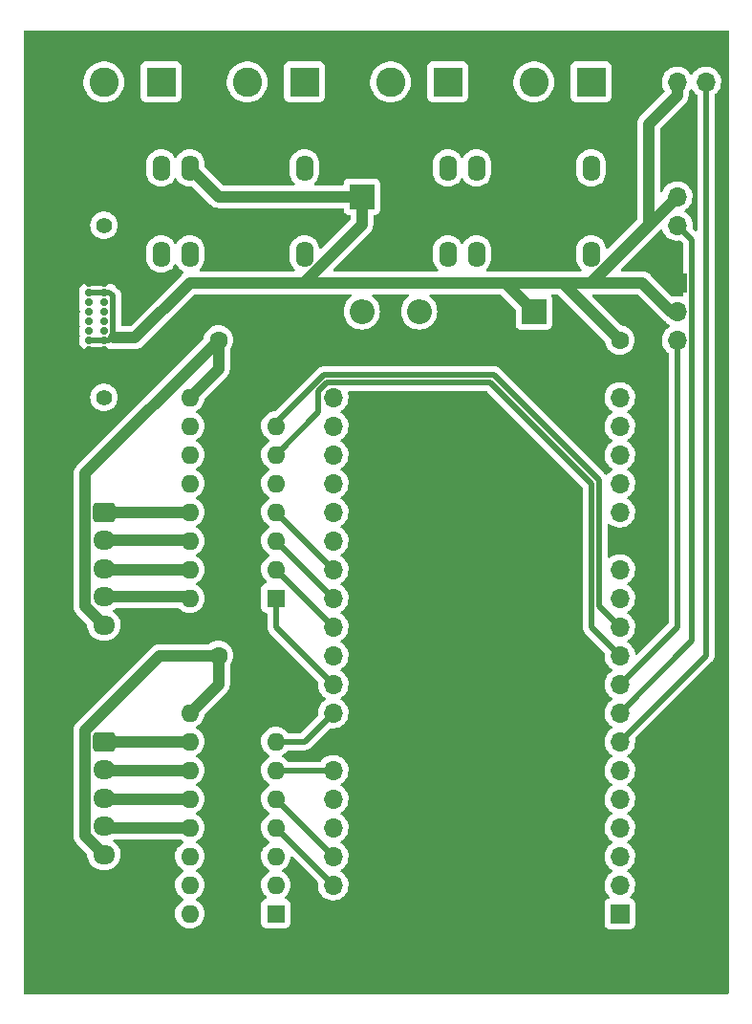
<source format=gbr>
%TF.GenerationSoftware,KiCad,Pcbnew,(6.0.4)*%
%TF.CreationDate,2022-05-24T10:51:07+02:00*%
%TF.ProjectId,XRTL_PCB,5852544c-5f50-4434-922e-6b696361645f,1.0*%
%TF.SameCoordinates,Original*%
%TF.FileFunction,Copper,L1,Top*%
%TF.FilePolarity,Positive*%
%FSLAX46Y46*%
G04 Gerber Fmt 4.6, Leading zero omitted, Abs format (unit mm)*
G04 Created by KiCad (PCBNEW (6.0.4)) date 2022-05-24 10:51:07*
%MOMM*%
%LPD*%
G01*
G04 APERTURE LIST*
G04 Aperture macros list*
%AMRoundRect*
0 Rectangle with rounded corners*
0 $1 Rounding radius*
0 $2 $3 $4 $5 $6 $7 $8 $9 X,Y pos of 4 corners*
0 Add a 4 corners polygon primitive as box body*
4,1,4,$2,$3,$4,$5,$6,$7,$8,$9,$2,$3,0*
0 Add four circle primitives for the rounded corners*
1,1,$1+$1,$2,$3*
1,1,$1+$1,$4,$5*
1,1,$1+$1,$6,$7*
1,1,$1+$1,$8,$9*
0 Add four rect primitives between the rounded corners*
20,1,$1+$1,$2,$3,$4,$5,0*
20,1,$1+$1,$4,$5,$6,$7,0*
20,1,$1+$1,$6,$7,$8,$9,0*
20,1,$1+$1,$8,$9,$2,$3,0*%
G04 Aperture macros list end*
%TA.AperFunction,ComponentPad*%
%ADD10C,1.400000*%
%TD*%
%TA.AperFunction,ComponentPad*%
%ADD11O,1.400000X1.400000*%
%TD*%
%TA.AperFunction,ComponentPad*%
%ADD12C,1.600000*%
%TD*%
%TA.AperFunction,ComponentPad*%
%ADD13O,1.600000X2.300000*%
%TD*%
%TA.AperFunction,ComponentPad*%
%ADD14R,2.600000X2.600000*%
%TD*%
%TA.AperFunction,ComponentPad*%
%ADD15C,2.600000*%
%TD*%
%TA.AperFunction,ComponentPad*%
%ADD16R,1.600000X1.600000*%
%TD*%
%TA.AperFunction,ComponentPad*%
%ADD17O,1.600000X1.600000*%
%TD*%
%TA.AperFunction,ComponentPad*%
%ADD18R,1.700000X1.700000*%
%TD*%
%TA.AperFunction,ComponentPad*%
%ADD19O,1.700000X1.700000*%
%TD*%
%TA.AperFunction,ComponentPad*%
%ADD20RoundRect,0.250000X-0.725000X0.600000X-0.725000X-0.600000X0.725000X-0.600000X0.725000X0.600000X0*%
%TD*%
%TA.AperFunction,ComponentPad*%
%ADD21O,1.950000X1.700000*%
%TD*%
%TA.AperFunction,ComponentPad*%
%ADD22R,2.200000X2.200000*%
%TD*%
%TA.AperFunction,ComponentPad*%
%ADD23O,2.200000X2.200000*%
%TD*%
%TA.AperFunction,ComponentPad*%
%ADD24C,0.700000*%
%TD*%
%TA.AperFunction,ComponentPad*%
%ADD25O,1.700000X0.900000*%
%TD*%
%TA.AperFunction,ComponentPad*%
%ADD26O,2.400000X0.900000*%
%TD*%
%TA.AperFunction,ViaPad*%
%ADD27C,0.800000*%
%TD*%
%TA.AperFunction,Conductor*%
%ADD28C,0.500000*%
%TD*%
%TA.AperFunction,Conductor*%
%ADD29C,1.000000*%
%TD*%
G04 APERTURE END LIST*
D10*
%TO.P,R1,1*%
%TO.N,Net-(J13-PadB5)*%
X81280000Y-81280000D03*
D11*
%TO.P,R1,2*%
%TO.N,GND*%
X76200000Y-81280000D03*
%TD*%
D12*
%TO.P,C3,1*%
%TO.N,+5V*%
X127000000Y-76200000D03*
%TO.P,C3,2*%
%TO.N,GND*%
X127000000Y-73700000D03*
%TD*%
D13*
%TO.P,K2,1*%
%TO.N,Net-(J6-Pad2)*%
X99060000Y-60960000D03*
%TO.P,K2,5*%
%TO.N,+5V*%
X88900000Y-60960000D03*
%TO.P,K2,6*%
%TO.N,Net-(J8-Pad2)*%
X86360000Y-60960000D03*
%TO.P,K2,7*%
%TO.N,unconnected-(K2-Pad7)*%
X86360000Y-68580000D03*
%TO.P,K2,8*%
%TO.N,driverRelay2*%
X88900000Y-68580000D03*
%TO.P,K2,12*%
%TO.N,Net-(J6-Pad2)*%
X99060000Y-68580000D03*
%TD*%
%TO.P,K1,1*%
%TO.N,Net-(J7-Pad2)*%
X124460000Y-60960000D03*
%TO.P,K1,5*%
%TO.N,+5V*%
X114300000Y-60960000D03*
%TO.P,K1,6*%
%TO.N,Net-(J9-Pad2)*%
X111760000Y-60960000D03*
%TO.P,K1,7*%
%TO.N,unconnected-(K1-Pad7)*%
X111760000Y-68580000D03*
%TO.P,K1,8*%
%TO.N,driverRelay1*%
X114300000Y-68580000D03*
%TO.P,K1,12*%
%TO.N,Net-(J7-Pad2)*%
X124460000Y-68580000D03*
%TD*%
D14*
%TO.P,J6,1,Pin_1*%
%TO.N,Net-(J6-Pad1)*%
X99060000Y-53340000D03*
D15*
%TO.P,J6,2,Pin_2*%
%TO.N,Net-(J6-Pad2)*%
X93980000Y-53340000D03*
%TD*%
D14*
%TO.P,J7,1,Pin_1*%
%TO.N,Net-(J7-Pad1)*%
X124460000Y-53340000D03*
D15*
%TO.P,J7,2,Pin_2*%
%TO.N,Net-(J7-Pad2)*%
X119380000Y-53340000D03*
%TD*%
D16*
%TO.P,U2,1,I1*%
%TO.N,stepper2D*%
X96520000Y-99060000D03*
D17*
%TO.P,U2,2,I2*%
%TO.N,stepper2C*%
X96520000Y-96520000D03*
%TO.P,U2,3,I3*%
%TO.N,stepper2B*%
X96520000Y-93980000D03*
%TO.P,U2,4,I4*%
%TO.N,stepper2A*%
X96520000Y-91440000D03*
%TO.P,U2,5,I5*%
%TO.N,unconnected-(U2-Pad5)*%
X96520000Y-88900000D03*
%TO.P,U2,6,I6*%
%TO.N,relay2*%
X96520000Y-86360000D03*
%TO.P,U2,7,I7*%
%TO.N,relay1*%
X96520000Y-83820000D03*
%TO.P,U2,8,GND*%
%TO.N,GND*%
X96520000Y-81280000D03*
%TO.P,U2,9,COM*%
%TO.N,+5V*%
X88900000Y-81280000D03*
%TO.P,U2,10,O7*%
%TO.N,driverRelay2*%
X88900000Y-83820000D03*
%TO.P,U2,11,O6*%
%TO.N,driverRelay1*%
X88900000Y-86360000D03*
%TO.P,U2,12,O5*%
%TO.N,unconnected-(U2-Pad12)*%
X88900000Y-88900000D03*
%TO.P,U2,13,O4*%
%TO.N,Net-(J3-Pad1)*%
X88900000Y-91440000D03*
%TO.P,U2,14,O3*%
%TO.N,Net-(J3-Pad2)*%
X88900000Y-93980000D03*
%TO.P,U2,15,O2*%
%TO.N,Net-(J3-Pad3)*%
X88900000Y-96520000D03*
%TO.P,U2,16,O1*%
%TO.N,Net-(J3-Pad4)*%
X88900000Y-99060000D03*
%TD*%
D18*
%TO.P,J4,1,Pin_1*%
%TO.N,+3V3*%
X127000000Y-127000000D03*
D19*
%TO.P,J4,2,Pin_2*%
%TO.N,unconnected-(J4-Pad2)*%
X127000000Y-124460000D03*
%TO.P,J4,3,Pin_3*%
%TO.N,unconnected-(J4-Pad3)*%
X127000000Y-121920000D03*
%TO.P,J4,4,Pin_4*%
%TO.N,unconnected-(J4-Pad4)*%
X127000000Y-119380000D03*
%TO.P,J4,5,Pin_5*%
%TO.N,unconnected-(J4-Pad5)*%
X127000000Y-116840000D03*
%TO.P,J4,6,Pin_6*%
%TO.N,unconnected-(J4-Pad6)*%
X127000000Y-114300000D03*
%TO.P,J4,7,Pin_7*%
%TO.N,infoLED*%
X127000000Y-111760000D03*
%TO.P,J4,8,Pin_8*%
%TO.N,servo1*%
X127000000Y-109220000D03*
%TO.P,J4,9,Pin_9*%
%TO.N,servo2*%
X127000000Y-106680000D03*
%TO.P,J4,10,Pin_10*%
%TO.N,relay2*%
X127000000Y-104140000D03*
%TO.P,J4,11,Pin_11*%
%TO.N,relay1*%
X127000000Y-101600000D03*
%TO.P,J4,12,Pin_12*%
%TO.N,unconnected-(J4-Pad12)*%
X127000000Y-99060000D03*
%TO.P,J4,13,Pin_13*%
%TO.N,unconnected-(J4-Pad13)*%
X127000000Y-96520000D03*
%TO.P,J4,14,Pin_14*%
%TO.N,GND*%
X127000000Y-93980000D03*
%TO.P,J4,15,Pin_15*%
%TO.N,unconnected-(J4-Pad15)*%
X127000000Y-91440000D03*
%TO.P,J4,16,Pin_16*%
%TO.N,unconnected-(J4-Pad16)*%
X127000000Y-88900000D03*
%TO.P,J4,17,Pin_17*%
%TO.N,unconnected-(J4-Pad17)*%
X127000000Y-86360000D03*
%TO.P,J4,18,Pin_18*%
%TO.N,unconnected-(J4-Pad18)*%
X127000000Y-83820000D03*
%TO.P,J4,19,Pin_19*%
%TO.N,+5V*%
X127000000Y-81280000D03*
%TD*%
D14*
%TO.P,J9,1,Pin_1*%
%TO.N,Net-(J7-Pad1)*%
X111760000Y-53340000D03*
D15*
%TO.P,J9,2,Pin_2*%
%TO.N,Net-(J9-Pad2)*%
X106680000Y-53340000D03*
%TD*%
D12*
%TO.P,C2,1*%
%TO.N,+5V*%
X91440000Y-76200000D03*
%TO.P,C2,2*%
%TO.N,GND*%
X93940000Y-76200000D03*
%TD*%
D10*
%TO.P,R2,1*%
%TO.N,Net-(J13-PadA5)*%
X81280000Y-66040000D03*
D11*
%TO.P,R2,2*%
%TO.N,GND*%
X76200000Y-66040000D03*
%TD*%
D16*
%TO.P,U1,1,I1*%
%TO.N,unconnected-(U1-Pad1)*%
X96520000Y-127000000D03*
D17*
%TO.P,U1,2,I2*%
%TO.N,unconnected-(U1-Pad2)*%
X96520000Y-124460000D03*
%TO.P,U1,3,I3*%
%TO.N,unconnected-(U1-Pad3)*%
X96520000Y-121920000D03*
%TO.P,U1,4,I4*%
%TO.N,stepper1D*%
X96520000Y-119380000D03*
%TO.P,U1,5,I5*%
%TO.N,stepper1C*%
X96520000Y-116840000D03*
%TO.P,U1,6,I6*%
%TO.N,stepper1B*%
X96520000Y-114300000D03*
%TO.P,U1,7,I7*%
%TO.N,stepper1A*%
X96520000Y-111760000D03*
%TO.P,U1,8,GND*%
%TO.N,GND*%
X96520000Y-109220000D03*
%TO.P,U1,9,COM*%
%TO.N,+5V*%
X88900000Y-109220000D03*
%TO.P,U1,10,O7*%
%TO.N,Net-(J2-Pad1)*%
X88900000Y-111760000D03*
%TO.P,U1,11,O6*%
%TO.N,Net-(J2-Pad2)*%
X88900000Y-114300000D03*
%TO.P,U1,12,O5*%
%TO.N,Net-(J2-Pad3)*%
X88900000Y-116840000D03*
%TO.P,U1,13,O4*%
%TO.N,Net-(J2-Pad4)*%
X88900000Y-119380000D03*
%TO.P,U1,14,O3*%
%TO.N,unconnected-(U1-Pad14)*%
X88900000Y-121920000D03*
%TO.P,U1,15,O2*%
%TO.N,unconnected-(U1-Pad15)*%
X88900000Y-124460000D03*
%TO.P,U1,16,O1*%
%TO.N,unconnected-(U1-Pad16)*%
X88900000Y-127000000D03*
%TD*%
D20*
%TO.P,J2,1,Pin_1*%
%TO.N,Net-(J2-Pad1)*%
X81280000Y-111760000D03*
D21*
%TO.P,J2,2,Pin_2*%
%TO.N,Net-(J2-Pad2)*%
X81280000Y-114260000D03*
%TO.P,J2,3,Pin_3*%
%TO.N,Net-(J2-Pad3)*%
X81280000Y-116760000D03*
%TO.P,J2,4,Pin_4*%
%TO.N,Net-(J2-Pad4)*%
X81280000Y-119260000D03*
%TO.P,J2,5,Pin_5*%
%TO.N,+5V*%
X81280000Y-121760000D03*
%TD*%
D18*
%TO.P,J5,1,Pin_1*%
%TO.N,GND*%
X101600000Y-127000000D03*
D19*
%TO.P,J5,2,Pin_2*%
%TO.N,stepper1D*%
X101600000Y-124460000D03*
%TO.P,J5,3,Pin_3*%
%TO.N,stepper1C*%
X101600000Y-121920000D03*
%TO.P,J5,4,Pin_4*%
%TO.N,unconnected-(J5-Pad4)*%
X101600000Y-119380000D03*
%TO.P,J5,5,Pin_5*%
%TO.N,unconnected-(J5-Pad5)*%
X101600000Y-116840000D03*
%TO.P,J5,6,Pin_6*%
%TO.N,stepper1B*%
X101600000Y-114300000D03*
%TO.P,J5,7,Pin_7*%
%TO.N,GND*%
X101600000Y-111760000D03*
%TO.P,J5,8,Pin_8*%
%TO.N,stepper1A*%
X101600000Y-109220000D03*
%TO.P,J5,9,Pin_9*%
%TO.N,stepper2D*%
X101600000Y-106680000D03*
%TO.P,J5,10,Pin_10*%
%TO.N,unconnected-(J5-Pad10)*%
X101600000Y-104140000D03*
%TO.P,J5,11,Pin_11*%
%TO.N,stepper2C*%
X101600000Y-101600000D03*
%TO.P,J5,12,Pin_12*%
%TO.N,stepper2B*%
X101600000Y-99060000D03*
%TO.P,J5,13,Pin_13*%
%TO.N,stepper2A*%
X101600000Y-96520000D03*
%TO.P,J5,14,Pin_14*%
%TO.N,unconnected-(J5-Pad14)*%
X101600000Y-93980000D03*
%TO.P,J5,15,Pin_15*%
%TO.N,unconnected-(J5-Pad15)*%
X101600000Y-91440000D03*
%TO.P,J5,16,Pin_16*%
%TO.N,unconnected-(J5-Pad16)*%
X101600000Y-88900000D03*
%TO.P,J5,17,Pin_17*%
%TO.N,unconnected-(J5-Pad17)*%
X101600000Y-86360000D03*
%TO.P,J5,18,Pin_18*%
%TO.N,unconnected-(J5-Pad18)*%
X101600000Y-83820000D03*
%TO.P,J5,19,Pin_19*%
%TO.N,unconnected-(J5-Pad19)*%
X101600000Y-81280000D03*
%TD*%
D18*
%TO.P,J10,1,Pin_1*%
%TO.N,GND*%
X132080000Y-60960000D03*
D19*
%TO.P,J10,2,Pin_2*%
%TO.N,+5V*%
X132080000Y-63500000D03*
%TO.P,J10,3,Pin_3*%
%TO.N,servo1*%
X132080000Y-66040000D03*
%TD*%
D22*
%TO.P,D2,1,K*%
%TO.N,+5V*%
X119380000Y-73660000D03*
D23*
%TO.P,D2,2,A*%
%TO.N,driverRelay1*%
X109220000Y-73660000D03*
%TD*%
D20*
%TO.P,J3,1,Pin_1*%
%TO.N,Net-(J3-Pad1)*%
X81280000Y-91440000D03*
D21*
%TO.P,J3,2,Pin_2*%
%TO.N,Net-(J3-Pad2)*%
X81280000Y-93940000D03*
%TO.P,J3,3,Pin_3*%
%TO.N,Net-(J3-Pad3)*%
X81280000Y-96440000D03*
%TO.P,J3,4,Pin_4*%
%TO.N,Net-(J3-Pad4)*%
X81280000Y-98940000D03*
%TO.P,J3,5,Pin_5*%
%TO.N,+5V*%
X81280000Y-101440000D03*
%TD*%
D12*
%TO.P,C1,1*%
%TO.N,+5V*%
X91440000Y-104140000D03*
%TO.P,C1,2*%
%TO.N,GND*%
X93940000Y-104140000D03*
%TD*%
D14*
%TO.P,J8,1,Pin_1*%
%TO.N,Net-(J6-Pad1)*%
X86360000Y-53340000D03*
D15*
%TO.P,J8,2,Pin_2*%
%TO.N,Net-(J8-Pad2)*%
X81280000Y-53340000D03*
%TD*%
D22*
%TO.P,D1,1,K*%
%TO.N,+5V*%
X104140000Y-63500000D03*
D23*
%TO.P,D1,2,A*%
%TO.N,driverRelay2*%
X104140000Y-73660000D03*
%TD*%
D18*
%TO.P,J11,1,Pin_1*%
%TO.N,GND*%
X132080000Y-71120000D03*
D19*
%TO.P,J11,2,Pin_2*%
%TO.N,+5V*%
X132080000Y-73660000D03*
%TO.P,J11,3,Pin_3*%
%TO.N,servo2*%
X132080000Y-76200000D03*
%TD*%
D18*
%TO.P,J12,1,Pin_1*%
%TO.N,GND*%
X129540000Y-53340000D03*
D19*
%TO.P,J12,2,Pin_2*%
%TO.N,+5V*%
X132080000Y-53340000D03*
%TO.P,J12,3,Pin_3*%
%TO.N,infoLED*%
X134620000Y-53340000D03*
%TD*%
D24*
%TO.P,J13,A1,GND*%
%TO.N,GND*%
X81280000Y-71120000D03*
%TO.P,J13,A4,VBUS*%
%TO.N,+5V*%
X81280000Y-71970000D03*
%TO.P,J13,A5,CC1*%
%TO.N,Net-(J13-PadA5)*%
X81280000Y-72820000D03*
%TO.P,J13,A6,D+*%
%TO.N,unconnected-(J13-PadA6)*%
X81280000Y-73670000D03*
%TO.P,J13,A7,D-*%
%TO.N,unconnected-(J13-PadA7)*%
X81280000Y-74520000D03*
%TO.P,J13,A8,SBU1*%
%TO.N,unconnected-(J13-PadA8)*%
X81280000Y-75370000D03*
%TO.P,J13,A9,VBUS*%
%TO.N,+5V*%
X81280000Y-76220000D03*
%TO.P,J13,A12,GND*%
%TO.N,GND*%
X81280000Y-77070000D03*
%TO.P,J13,B1,GND*%
X79930000Y-77070000D03*
%TO.P,J13,B4,VBUS*%
%TO.N,+5V*%
X79930000Y-76220000D03*
%TO.P,J13,B5,CC2*%
%TO.N,Net-(J13-PadB5)*%
X79930000Y-75370000D03*
%TO.P,J13,B6,D+*%
%TO.N,unconnected-(J13-PadB6)*%
X79930000Y-74520000D03*
%TO.P,J13,B7,D-*%
%TO.N,unconnected-(J13-PadB7)*%
X79930000Y-73670000D03*
%TO.P,J13,B8,SBU2*%
%TO.N,unconnected-(J13-PadB8)*%
X79930000Y-72820000D03*
%TO.P,J13,B9,VBUS*%
%TO.N,+5V*%
X79930000Y-71970000D03*
%TO.P,J13,B12,GND*%
%TO.N,GND*%
X79930000Y-71120000D03*
D25*
%TO.P,J13,S1,SHIELD*%
X76920000Y-78420000D03*
D26*
X80300000Y-78420000D03*
X80300000Y-69770000D03*
D25*
X76920000Y-69770000D03*
%TD*%
D27*
%TO.N,GND*%
X104140000Y-68580000D03*
X121920000Y-63500000D03*
X91440000Y-68580000D03*
X81280000Y-83820000D03*
X121920000Y-91440000D03*
X93980000Y-83820000D03*
X78740000Y-73660000D03*
X86360000Y-121920000D03*
X83820000Y-101600000D03*
X86360000Y-78740000D03*
X127000000Y-55880000D03*
X99060000Y-78740000D03*
X111760000Y-73660000D03*
X109220000Y-68580000D03*
X88900000Y-73660000D03*
X86360000Y-71120000D03*
X127000000Y-63500000D03*
X104140000Y-86360000D03*
%TD*%
D28*
%TO.N,stepper2A*%
X101600000Y-96520000D02*
X96520000Y-91440000D01*
%TO.N,stepper2B*%
X101600000Y-99060000D02*
X96520000Y-93980000D01*
%TO.N,stepper2C*%
X101600000Y-101600000D02*
X96520000Y-96520000D01*
%TO.N,stepper2D*%
X96520000Y-101600000D02*
X96520000Y-99060000D01*
X101600000Y-106680000D02*
X96520000Y-101600000D01*
%TO.N,GND*%
X79930000Y-77070000D02*
X81280000Y-77070000D01*
X79930000Y-71120000D02*
X81280000Y-71120000D01*
%TO.N,servo1*%
X127000000Y-109220000D02*
X133379511Y-102840489D01*
X133379511Y-67339511D02*
X132080000Y-66040000D01*
X133379511Y-102840489D02*
X133379511Y-67339511D01*
%TO.N,servo2*%
X132080000Y-101600000D02*
X132080000Y-76200000D01*
X127000000Y-106680000D02*
X132080000Y-101600000D01*
%TO.N,stepper1A*%
X96520000Y-111760000D02*
X99060000Y-111760000D01*
X99060000Y-111760000D02*
X101600000Y-109220000D01*
%TO.N,stepper1B*%
X101600000Y-114300000D02*
X96520000Y-114300000D01*
%TO.N,stepper1C*%
X101600000Y-121920000D02*
X96520000Y-116840000D01*
%TO.N,stepper1D*%
X101600000Y-124460000D02*
X96520000Y-119380000D01*
D29*
%TO.N,Net-(J2-Pad3)*%
X81360000Y-116840000D02*
X88900000Y-116840000D01*
%TO.N,Net-(J2-Pad4)*%
X81400000Y-119380000D02*
X88900000Y-119380000D01*
D28*
%TO.N,infoLED*%
X134620000Y-104140000D02*
X134620000Y-53340000D01*
X127000000Y-111760000D02*
X134620000Y-104140000D01*
%TO.N,relay1*%
X125159520Y-99759520D02*
X125159520Y-88610250D01*
X125159520Y-88610250D02*
X115830240Y-79280970D01*
X115830240Y-79280970D02*
X100771973Y-79280970D01*
X127000000Y-101600000D02*
X125159520Y-99759520D01*
X100771973Y-79280970D02*
X96520000Y-83532943D01*
%TO.N,relay2*%
X101061724Y-79980489D02*
X100300489Y-80741724D01*
X100300489Y-80741724D02*
X100300489Y-82579511D01*
X124460000Y-88900000D02*
X115540489Y-79980489D01*
X127000000Y-104140000D02*
X124460000Y-101600000D01*
X100300489Y-82579511D02*
X96520000Y-86360000D01*
X124460000Y-101600000D02*
X124460000Y-88900000D01*
X115540489Y-79980489D02*
X101061724Y-79980489D01*
D29*
%TO.N,Net-(J2-Pad1)*%
X81280000Y-111760000D02*
X88900000Y-111760000D01*
%TO.N,Net-(J2-Pad2)*%
X81320000Y-114300000D02*
X88900000Y-114300000D01*
%TO.N,Net-(J3-Pad1)*%
X81280000Y-91440000D02*
X88900000Y-91440000D01*
%TO.N,Net-(J3-Pad2)*%
X81280000Y-93940000D02*
X88860000Y-93940000D01*
%TO.N,Net-(J3-Pad3)*%
X88900000Y-96520000D02*
X81360000Y-96520000D01*
D28*
%TO.N,+5V*%
X81774974Y-76220000D02*
X82079511Y-75915463D01*
D29*
X121920000Y-71120000D02*
X127000000Y-76200000D01*
X129540000Y-57082081D02*
X132080000Y-54542081D01*
X104140000Y-63500000D02*
X91440000Y-63500000D01*
X91440000Y-104140000D02*
X91440000Y-106680000D01*
X79605480Y-88034520D02*
X79605480Y-99765480D01*
X88900000Y-71120000D02*
X84034907Y-75985093D01*
X79605480Y-99765480D02*
X81280000Y-101440000D01*
X114300000Y-71120000D02*
X116840000Y-71120000D01*
D28*
X81280000Y-76220000D02*
X81774974Y-76220000D01*
D29*
X114300000Y-71120000D02*
X128980978Y-71120000D01*
X124390641Y-71120000D02*
X129540000Y-65970641D01*
X91440000Y-76200000D02*
X91440000Y-78740000D01*
X79605480Y-120085480D02*
X81280000Y-121760000D01*
X121920000Y-71120000D02*
X124460000Y-71120000D01*
X99060000Y-71120000D02*
X88900000Y-71120000D01*
X79605480Y-110766696D02*
X79605480Y-120085480D01*
X98990641Y-71120000D02*
X104140000Y-65970641D01*
X91440000Y-106680000D02*
X88900000Y-109220000D01*
X116840000Y-71120000D02*
X119380000Y-73660000D01*
X104140000Y-65970641D02*
X104140000Y-63500000D01*
X99060000Y-71120000D02*
X121920000Y-71120000D01*
D28*
X79930000Y-76220000D02*
X81280000Y-76220000D01*
D29*
X84034907Y-75985093D02*
X82149141Y-75985093D01*
D28*
X82079511Y-72274537D02*
X81774974Y-71970000D01*
D29*
X129540000Y-65970641D02*
X129540000Y-57082081D01*
X86232176Y-104140000D02*
X79605480Y-110766696D01*
X128980978Y-71120000D02*
X131520978Y-73660000D01*
X91440000Y-63500000D02*
X88900000Y-60960000D01*
X91440000Y-78740000D02*
X88900000Y-81280000D01*
X79605480Y-88034520D02*
X91440000Y-76200000D01*
X124460000Y-71120000D02*
X132080000Y-63500000D01*
D28*
X82079511Y-75915463D02*
X82079511Y-72274537D01*
D29*
X131520978Y-73660000D02*
X132080000Y-73660000D01*
X91440000Y-104140000D02*
X86232176Y-104140000D01*
D28*
X79930000Y-71970000D02*
X81280000Y-71970000D01*
D29*
X121920000Y-71120000D02*
X124390641Y-71120000D01*
D28*
X81774974Y-71970000D02*
X81280000Y-71970000D01*
D29*
X132080000Y-54542081D02*
X132080000Y-53340000D01*
%TO.N,Net-(J3-Pad4)*%
X81280000Y-98940000D02*
X88780000Y-98940000D01*
%TD*%
%TA.AperFunction,Conductor*%
%TO.N,GND*%
G36*
X136593621Y-48788502D02*
G01*
X136640114Y-48842158D01*
X136651500Y-48894500D01*
X136651500Y-133985500D01*
X136631498Y-134053621D01*
X136577842Y-134100114D01*
X136525500Y-134111500D01*
X74294500Y-134111500D01*
X74226379Y-134091498D01*
X74179886Y-134037842D01*
X74168500Y-133985500D01*
X74168500Y-110763158D01*
X78592106Y-110763158D01*
X78592686Y-110769289D01*
X78596421Y-110808805D01*
X78596980Y-110820663D01*
X78596980Y-120023637D01*
X78596243Y-120037244D01*
X78592156Y-120074868D01*
X78592693Y-120081003D01*
X78596530Y-120124868D01*
X78596859Y-120129694D01*
X78596980Y-120132166D01*
X78596980Y-120135249D01*
X78597281Y-120138317D01*
X78601170Y-120177986D01*
X78601292Y-120179299D01*
X78609393Y-120271893D01*
X78610880Y-120277012D01*
X78611400Y-120282313D01*
X78638271Y-120371314D01*
X78638606Y-120372447D01*
X78653634Y-120424171D01*
X78664571Y-120461816D01*
X78667024Y-120466548D01*
X78668564Y-120471649D01*
X78671458Y-120477092D01*
X78712211Y-120553740D01*
X78712823Y-120554906D01*
X78748640Y-120624002D01*
X78755588Y-120637406D01*
X78758911Y-120641569D01*
X78761414Y-120646276D01*
X78820235Y-120718398D01*
X78820926Y-120719254D01*
X78852218Y-120758453D01*
X78854722Y-120760957D01*
X78855364Y-120761675D01*
X78859065Y-120766008D01*
X78886415Y-120799542D01*
X78921747Y-120828771D01*
X78930517Y-120836752D01*
X79357017Y-121263251D01*
X79758280Y-121664514D01*
X79792305Y-121726827D01*
X79795096Y-121748881D01*
X79801751Y-121926158D01*
X79849093Y-122151791D01*
X79851051Y-122156750D01*
X79851052Y-122156752D01*
X79916548Y-122322596D01*
X79933776Y-122366221D01*
X80053377Y-122563317D01*
X80056874Y-122567347D01*
X80143438Y-122667103D01*
X80204477Y-122737445D01*
X80237229Y-122764300D01*
X80378627Y-122880240D01*
X80378633Y-122880244D01*
X80382755Y-122883624D01*
X80387391Y-122886263D01*
X80387394Y-122886265D01*
X80518989Y-122961173D01*
X80583114Y-122997675D01*
X80799825Y-123076337D01*
X80805074Y-123077286D01*
X80805077Y-123077287D01*
X81022608Y-123116623D01*
X81022615Y-123116624D01*
X81026692Y-123117361D01*
X81044414Y-123118197D01*
X81049356Y-123118430D01*
X81049363Y-123118430D01*
X81050844Y-123118500D01*
X81462890Y-123118500D01*
X81529809Y-123112822D01*
X81629409Y-123104371D01*
X81629413Y-123104370D01*
X81634720Y-123103920D01*
X81639875Y-123102582D01*
X81639881Y-123102581D01*
X81852703Y-123047343D01*
X81852707Y-123047342D01*
X81857872Y-123046001D01*
X81862738Y-123043809D01*
X81862741Y-123043808D01*
X82046184Y-122961173D01*
X82068075Y-122951312D01*
X82259319Y-122822559D01*
X82275486Y-122807137D01*
X82422278Y-122667103D01*
X82426135Y-122663424D01*
X82563754Y-122478458D01*
X82668240Y-122272949D01*
X82704321Y-122156752D01*
X82735024Y-122057871D01*
X82736607Y-122052773D01*
X82752079Y-121936035D01*
X82766198Y-121829511D01*
X82766198Y-121829506D01*
X82766898Y-121824226D01*
X82764070Y-121748883D01*
X82760584Y-121656037D01*
X82758249Y-121593842D01*
X82710907Y-121368209D01*
X82708948Y-121363248D01*
X82628185Y-121158744D01*
X82628184Y-121158742D01*
X82626224Y-121153779D01*
X82586477Y-121088277D01*
X82509390Y-120961243D01*
X82506623Y-120956683D01*
X82366121Y-120794768D01*
X82359023Y-120786588D01*
X82359021Y-120786586D01*
X82355523Y-120782555D01*
X82277962Y-120718959D01*
X82181373Y-120639760D01*
X82181367Y-120639756D01*
X82177245Y-120636376D01*
X82172609Y-120633737D01*
X82172606Y-120633735D01*
X82155507Y-120624002D01*
X82106201Y-120572920D01*
X82092339Y-120503289D01*
X82118322Y-120437218D01*
X82175902Y-120395684D01*
X82217839Y-120388500D01*
X88019260Y-120388500D01*
X88091531Y-120411287D01*
X88243251Y-120517523D01*
X88248233Y-120519846D01*
X88248238Y-120519849D01*
X88282457Y-120535805D01*
X88335742Y-120582722D01*
X88355203Y-120650999D01*
X88334661Y-120718959D01*
X88282457Y-120764195D01*
X88248238Y-120780151D01*
X88248233Y-120780154D01*
X88243251Y-120782477D01*
X88138389Y-120855902D01*
X88060211Y-120910643D01*
X88060208Y-120910645D01*
X88055700Y-120913802D01*
X87893802Y-121075700D01*
X87890645Y-121080208D01*
X87890643Y-121080211D01*
X87842325Y-121149217D01*
X87762477Y-121263251D01*
X87760154Y-121268233D01*
X87760151Y-121268238D01*
X87711101Y-121373428D01*
X87665716Y-121470757D01*
X87664294Y-121476065D01*
X87664293Y-121476067D01*
X87612407Y-121669707D01*
X87606457Y-121691913D01*
X87586502Y-121920000D01*
X87606457Y-122148087D01*
X87607881Y-122153400D01*
X87607881Y-122153402D01*
X87655851Y-122332425D01*
X87665716Y-122369243D01*
X87668039Y-122374224D01*
X87668039Y-122374225D01*
X87760151Y-122571762D01*
X87760154Y-122571767D01*
X87762477Y-122576749D01*
X87765634Y-122581257D01*
X87869078Y-122728990D01*
X87893802Y-122764300D01*
X88055700Y-122926198D01*
X88060208Y-122929355D01*
X88060211Y-122929357D01*
X88087303Y-122948327D01*
X88243251Y-123057523D01*
X88248233Y-123059846D01*
X88248238Y-123059849D01*
X88282457Y-123075805D01*
X88335742Y-123122722D01*
X88355203Y-123190999D01*
X88334661Y-123258959D01*
X88282457Y-123304195D01*
X88248238Y-123320151D01*
X88248233Y-123320154D01*
X88243251Y-123322477D01*
X88138389Y-123395902D01*
X88060211Y-123450643D01*
X88060208Y-123450645D01*
X88055700Y-123453802D01*
X87893802Y-123615700D01*
X87890645Y-123620208D01*
X87890643Y-123620211D01*
X87835902Y-123698389D01*
X87762477Y-123803251D01*
X87760154Y-123808233D01*
X87760151Y-123808238D01*
X87677908Y-123984610D01*
X87665716Y-124010757D01*
X87664294Y-124016065D01*
X87664293Y-124016067D01*
X87612407Y-124209707D01*
X87606457Y-124231913D01*
X87586502Y-124460000D01*
X87606457Y-124688087D01*
X87607881Y-124693400D01*
X87607881Y-124693402D01*
X87655851Y-124872425D01*
X87665716Y-124909243D01*
X87668039Y-124914224D01*
X87668039Y-124914225D01*
X87760151Y-125111762D01*
X87760154Y-125111767D01*
X87762477Y-125116749D01*
X87765634Y-125121257D01*
X87869078Y-125268990D01*
X87893802Y-125304300D01*
X88055700Y-125466198D01*
X88060208Y-125469355D01*
X88060211Y-125469357D01*
X88105649Y-125501173D01*
X88243251Y-125597523D01*
X88248233Y-125599846D01*
X88248238Y-125599849D01*
X88282457Y-125615805D01*
X88335742Y-125662722D01*
X88355203Y-125730999D01*
X88334661Y-125798959D01*
X88282457Y-125844195D01*
X88248238Y-125860151D01*
X88248233Y-125860154D01*
X88243251Y-125862477D01*
X88195220Y-125896109D01*
X88060211Y-125990643D01*
X88060208Y-125990645D01*
X88055700Y-125993802D01*
X87893802Y-126155700D01*
X87762477Y-126343251D01*
X87760154Y-126348233D01*
X87760151Y-126348238D01*
X87668039Y-126545775D01*
X87665716Y-126550757D01*
X87606457Y-126771913D01*
X87586502Y-127000000D01*
X87606457Y-127228087D01*
X87665716Y-127449243D01*
X87668039Y-127454224D01*
X87668039Y-127454225D01*
X87760151Y-127651762D01*
X87760154Y-127651767D01*
X87762477Y-127656749D01*
X87893802Y-127844300D01*
X88055700Y-128006198D01*
X88060208Y-128009355D01*
X88060211Y-128009357D01*
X88101542Y-128038297D01*
X88243251Y-128137523D01*
X88248233Y-128139846D01*
X88248238Y-128139849D01*
X88417212Y-128218642D01*
X88450757Y-128234284D01*
X88456065Y-128235706D01*
X88456067Y-128235707D01*
X88666598Y-128292119D01*
X88666600Y-128292119D01*
X88671913Y-128293543D01*
X88900000Y-128313498D01*
X89128087Y-128293543D01*
X89133400Y-128292119D01*
X89133402Y-128292119D01*
X89343933Y-128235707D01*
X89343935Y-128235706D01*
X89349243Y-128234284D01*
X89382788Y-128218642D01*
X89551762Y-128139849D01*
X89551767Y-128139846D01*
X89556749Y-128137523D01*
X89698458Y-128038297D01*
X89739789Y-128009357D01*
X89739792Y-128009355D01*
X89744300Y-128006198D01*
X89906198Y-127844300D01*
X90037523Y-127656749D01*
X90039846Y-127651767D01*
X90039849Y-127651762D01*
X90131961Y-127454225D01*
X90131961Y-127454224D01*
X90134284Y-127449243D01*
X90193543Y-127228087D01*
X90213498Y-127000000D01*
X90193543Y-126771913D01*
X90134284Y-126550757D01*
X90131961Y-126545775D01*
X90039849Y-126348238D01*
X90039846Y-126348233D01*
X90037523Y-126343251D01*
X89906198Y-126155700D01*
X89744300Y-125993802D01*
X89739792Y-125990645D01*
X89739789Y-125990643D01*
X89604780Y-125896109D01*
X89556749Y-125862477D01*
X89551767Y-125860154D01*
X89551762Y-125860151D01*
X89517543Y-125844195D01*
X89464258Y-125797278D01*
X89444797Y-125729001D01*
X89465339Y-125661041D01*
X89517543Y-125615805D01*
X89551762Y-125599849D01*
X89551767Y-125599846D01*
X89556749Y-125597523D01*
X89694351Y-125501173D01*
X89739789Y-125469357D01*
X89739792Y-125469355D01*
X89744300Y-125466198D01*
X89906198Y-125304300D01*
X89930923Y-125268990D01*
X90034366Y-125121257D01*
X90037523Y-125116749D01*
X90039846Y-125111767D01*
X90039849Y-125111762D01*
X90131961Y-124914225D01*
X90131961Y-124914224D01*
X90134284Y-124909243D01*
X90144150Y-124872425D01*
X90192119Y-124693402D01*
X90192119Y-124693400D01*
X90193543Y-124688087D01*
X90213498Y-124460000D01*
X90193543Y-124231913D01*
X90187593Y-124209707D01*
X90135707Y-124016067D01*
X90135706Y-124016065D01*
X90134284Y-124010757D01*
X90122092Y-123984610D01*
X90039849Y-123808238D01*
X90039846Y-123808233D01*
X90037523Y-123803251D01*
X89964098Y-123698389D01*
X89909357Y-123620211D01*
X89909355Y-123620208D01*
X89906198Y-123615700D01*
X89744300Y-123453802D01*
X89739792Y-123450645D01*
X89739789Y-123450643D01*
X89661611Y-123395902D01*
X89556749Y-123322477D01*
X89551767Y-123320154D01*
X89551762Y-123320151D01*
X89517543Y-123304195D01*
X89464258Y-123257278D01*
X89444797Y-123189001D01*
X89465339Y-123121041D01*
X89517543Y-123075805D01*
X89551762Y-123059849D01*
X89551767Y-123059846D01*
X89556749Y-123057523D01*
X89712697Y-122948327D01*
X89739789Y-122929357D01*
X89739792Y-122929355D01*
X89744300Y-122926198D01*
X89906198Y-122764300D01*
X89930923Y-122728990D01*
X90034366Y-122581257D01*
X90037523Y-122576749D01*
X90039846Y-122571767D01*
X90039849Y-122571762D01*
X90131961Y-122374225D01*
X90131961Y-122374224D01*
X90134284Y-122369243D01*
X90144150Y-122332425D01*
X90192119Y-122153402D01*
X90192119Y-122153400D01*
X90193543Y-122148087D01*
X90213498Y-121920000D01*
X90193543Y-121691913D01*
X90187593Y-121669707D01*
X90135707Y-121476067D01*
X90135706Y-121476065D01*
X90134284Y-121470757D01*
X90088899Y-121373428D01*
X90039849Y-121268238D01*
X90039846Y-121268233D01*
X90037523Y-121263251D01*
X89957675Y-121149217D01*
X89909357Y-121080211D01*
X89909355Y-121080208D01*
X89906198Y-121075700D01*
X89744300Y-120913802D01*
X89739792Y-120910645D01*
X89739789Y-120910643D01*
X89661611Y-120855902D01*
X89556749Y-120782477D01*
X89551767Y-120780154D01*
X89551762Y-120780151D01*
X89517543Y-120764195D01*
X89464258Y-120717278D01*
X89444797Y-120649001D01*
X89465339Y-120581041D01*
X89517543Y-120535805D01*
X89551762Y-120519849D01*
X89551767Y-120519846D01*
X89556749Y-120517523D01*
X89699555Y-120417529D01*
X89739789Y-120389357D01*
X89739792Y-120389355D01*
X89744300Y-120386198D01*
X89906198Y-120224300D01*
X89930923Y-120188990D01*
X90009032Y-120077438D01*
X90037523Y-120036749D01*
X90039846Y-120031767D01*
X90039849Y-120031762D01*
X90131961Y-119834225D01*
X90131961Y-119834224D01*
X90134284Y-119829243D01*
X90144150Y-119792425D01*
X90192119Y-119613402D01*
X90192119Y-119613400D01*
X90193543Y-119608087D01*
X90213498Y-119380000D01*
X90193543Y-119151913D01*
X90187593Y-119129707D01*
X90135707Y-118936067D01*
X90135706Y-118936065D01*
X90134284Y-118930757D01*
X90122092Y-118904610D01*
X90039849Y-118728238D01*
X90039846Y-118728233D01*
X90037523Y-118723251D01*
X89964098Y-118618389D01*
X89909357Y-118540211D01*
X89909355Y-118540208D01*
X89906198Y-118535700D01*
X89744300Y-118373802D01*
X89739792Y-118370645D01*
X89739789Y-118370643D01*
X89609149Y-118279168D01*
X89556749Y-118242477D01*
X89551767Y-118240154D01*
X89551762Y-118240151D01*
X89517543Y-118224195D01*
X89464258Y-118177278D01*
X89444797Y-118109001D01*
X89465339Y-118041041D01*
X89517543Y-117995805D01*
X89551762Y-117979849D01*
X89551767Y-117979846D01*
X89556749Y-117977523D01*
X89699555Y-117877529D01*
X89739789Y-117849357D01*
X89739792Y-117849355D01*
X89744300Y-117846198D01*
X89906198Y-117684300D01*
X89930923Y-117648990D01*
X90034366Y-117501257D01*
X90037523Y-117496749D01*
X90039846Y-117491767D01*
X90039849Y-117491762D01*
X90131961Y-117294225D01*
X90131961Y-117294224D01*
X90134284Y-117289243D01*
X90144150Y-117252425D01*
X90192119Y-117073402D01*
X90192119Y-117073400D01*
X90193543Y-117068087D01*
X90213498Y-116840000D01*
X90193543Y-116611913D01*
X90187593Y-116589707D01*
X90135707Y-116396067D01*
X90135706Y-116396065D01*
X90134284Y-116390757D01*
X90122092Y-116364610D01*
X90039849Y-116188238D01*
X90039846Y-116188233D01*
X90037523Y-116183251D01*
X89964098Y-116078389D01*
X89909357Y-116000211D01*
X89909355Y-116000208D01*
X89906198Y-115995700D01*
X89744300Y-115833802D01*
X89739792Y-115830645D01*
X89739789Y-115830643D01*
X89661611Y-115775902D01*
X89556749Y-115702477D01*
X89551767Y-115700154D01*
X89551762Y-115700151D01*
X89517543Y-115684195D01*
X89464258Y-115637278D01*
X89444797Y-115569001D01*
X89465339Y-115501041D01*
X89517543Y-115455805D01*
X89551762Y-115439849D01*
X89551767Y-115439846D01*
X89556749Y-115437523D01*
X89699555Y-115337529D01*
X89739789Y-115309357D01*
X89739792Y-115309355D01*
X89744300Y-115306198D01*
X89906198Y-115144300D01*
X89930923Y-115108990D01*
X90034366Y-114961257D01*
X90037523Y-114956749D01*
X90039846Y-114951767D01*
X90039849Y-114951762D01*
X90131961Y-114754225D01*
X90131961Y-114754224D01*
X90134284Y-114749243D01*
X90144150Y-114712425D01*
X90192119Y-114533402D01*
X90192119Y-114533400D01*
X90193543Y-114528087D01*
X90213498Y-114300000D01*
X90193543Y-114071913D01*
X90187593Y-114049707D01*
X90135707Y-113856067D01*
X90135706Y-113856065D01*
X90134284Y-113850757D01*
X90122092Y-113824610D01*
X90039849Y-113648238D01*
X90039846Y-113648233D01*
X90037523Y-113643251D01*
X89927767Y-113486504D01*
X89909357Y-113460211D01*
X89909355Y-113460208D01*
X89906198Y-113455700D01*
X89744300Y-113293802D01*
X89739792Y-113290645D01*
X89739789Y-113290643D01*
X89661611Y-113235902D01*
X89556749Y-113162477D01*
X89551767Y-113160154D01*
X89551762Y-113160151D01*
X89517543Y-113144195D01*
X89464258Y-113097278D01*
X89444797Y-113029001D01*
X89465339Y-112961041D01*
X89517543Y-112915805D01*
X89551762Y-112899849D01*
X89551767Y-112899846D01*
X89556749Y-112897523D01*
X89699555Y-112797529D01*
X89739789Y-112769357D01*
X89739792Y-112769355D01*
X89744300Y-112766198D01*
X89906198Y-112604300D01*
X89930923Y-112568990D01*
X89968579Y-112515211D01*
X90037523Y-112416749D01*
X90039846Y-112411767D01*
X90039849Y-112411762D01*
X90131961Y-112214225D01*
X90131961Y-112214224D01*
X90134284Y-112209243D01*
X90144150Y-112172425D01*
X90192119Y-111993402D01*
X90192119Y-111993400D01*
X90193543Y-111988087D01*
X90213498Y-111760000D01*
X90193543Y-111531913D01*
X90187593Y-111509707D01*
X90135707Y-111316067D01*
X90135706Y-111316065D01*
X90134284Y-111310757D01*
X90122092Y-111284610D01*
X90039849Y-111108238D01*
X90039846Y-111108233D01*
X90037523Y-111103251D01*
X89906198Y-110915700D01*
X89744300Y-110753802D01*
X89739792Y-110750645D01*
X89739789Y-110750643D01*
X89639584Y-110680479D01*
X89556749Y-110622477D01*
X89551767Y-110620154D01*
X89551762Y-110620151D01*
X89517543Y-110604195D01*
X89464258Y-110557278D01*
X89444797Y-110489001D01*
X89465339Y-110421041D01*
X89517543Y-110375805D01*
X89551762Y-110359849D01*
X89551767Y-110359846D01*
X89556749Y-110357523D01*
X89699555Y-110257529D01*
X89739789Y-110229357D01*
X89739792Y-110229355D01*
X89744300Y-110226198D01*
X89906198Y-110064300D01*
X89930923Y-110028990D01*
X90034366Y-109881257D01*
X90037523Y-109876749D01*
X90039846Y-109871767D01*
X90039849Y-109871762D01*
X90131961Y-109674225D01*
X90131961Y-109674224D01*
X90134284Y-109669243D01*
X90144150Y-109632425D01*
X90178845Y-109502939D01*
X90193543Y-109448087D01*
X90198692Y-109389231D01*
X90224555Y-109323113D01*
X90235118Y-109311117D01*
X92109384Y-107436851D01*
X92119527Y-107427749D01*
X92144218Y-107407897D01*
X92149025Y-107404032D01*
X92181312Y-107365554D01*
X92184467Y-107361938D01*
X92186123Y-107360112D01*
X92188309Y-107357926D01*
X92190264Y-107355546D01*
X92190273Y-107355536D01*
X92215576Y-107324732D01*
X92216418Y-107323717D01*
X92272194Y-107257245D01*
X92276154Y-107252526D01*
X92278723Y-107247852D01*
X92282102Y-107243739D01*
X92325975Y-107161915D01*
X92326584Y-107160793D01*
X92368464Y-107084614D01*
X92368465Y-107084612D01*
X92371433Y-107079213D01*
X92373045Y-107074131D01*
X92375562Y-107069437D01*
X92402762Y-106980469D01*
X92403108Y-106979358D01*
X92406690Y-106968069D01*
X92431235Y-106890694D01*
X92431829Y-106885398D01*
X92433387Y-106880302D01*
X92442790Y-106787743D01*
X92442911Y-106786607D01*
X92448500Y-106736773D01*
X92448500Y-106733246D01*
X92448555Y-106732261D01*
X92449002Y-106726581D01*
X92453374Y-106683538D01*
X92449059Y-106637891D01*
X92448500Y-106626033D01*
X92448500Y-105020740D01*
X92471287Y-104948469D01*
X92574366Y-104801257D01*
X92577523Y-104796749D01*
X92579846Y-104791767D01*
X92579849Y-104791762D01*
X92671961Y-104594225D01*
X92671961Y-104594224D01*
X92674284Y-104589243D01*
X92684150Y-104552425D01*
X92732119Y-104373402D01*
X92732119Y-104373400D01*
X92733543Y-104368087D01*
X92753498Y-104140000D01*
X92733543Y-103911913D01*
X92727593Y-103889707D01*
X92675707Y-103696067D01*
X92675706Y-103696065D01*
X92674284Y-103690757D01*
X92659878Y-103659862D01*
X92579849Y-103488238D01*
X92579846Y-103488233D01*
X92577523Y-103483251D01*
X92487513Y-103354704D01*
X92449357Y-103300211D01*
X92449355Y-103300208D01*
X92446198Y-103295700D01*
X92284300Y-103133802D01*
X92279792Y-103130645D01*
X92279789Y-103130643D01*
X92201611Y-103075902D01*
X92096749Y-103002477D01*
X92091767Y-103000154D01*
X92091762Y-103000151D01*
X91894225Y-102908039D01*
X91894224Y-102908039D01*
X91889243Y-102905716D01*
X91883935Y-102904294D01*
X91883933Y-102904293D01*
X91673402Y-102847881D01*
X91673400Y-102847881D01*
X91668087Y-102846457D01*
X91440000Y-102826502D01*
X91211913Y-102846457D01*
X91206600Y-102847881D01*
X91206598Y-102847881D01*
X90996067Y-102904293D01*
X90996065Y-102904294D01*
X90990757Y-102905716D01*
X90985776Y-102908039D01*
X90985775Y-102908039D01*
X90788238Y-103000151D01*
X90788233Y-103000154D01*
X90783251Y-103002477D01*
X90640708Y-103102287D01*
X90631531Y-103108713D01*
X90559260Y-103131500D01*
X86294016Y-103131500D01*
X86280408Y-103130763D01*
X86248912Y-103127341D01*
X86248908Y-103127341D01*
X86242787Y-103126676D01*
X86224787Y-103128251D01*
X86192785Y-103131050D01*
X86187960Y-103131379D01*
X86185489Y-103131500D01*
X86182407Y-103131500D01*
X86159939Y-103133703D01*
X86139665Y-103135691D01*
X86138350Y-103135813D01*
X86106089Y-103138636D01*
X86045763Y-103143913D01*
X86040644Y-103145400D01*
X86035343Y-103145920D01*
X85946370Y-103172782D01*
X85945230Y-103173120D01*
X85855839Y-103199091D01*
X85851105Y-103201545D01*
X85846007Y-103203084D01*
X85840563Y-103205978D01*
X85840562Y-103205979D01*
X85764007Y-103246684D01*
X85762839Y-103247298D01*
X85695626Y-103282138D01*
X85680250Y-103290108D01*
X85676087Y-103293431D01*
X85671380Y-103295934D01*
X85599258Y-103354755D01*
X85598402Y-103355446D01*
X85559203Y-103386738D01*
X85556699Y-103389242D01*
X85555981Y-103389884D01*
X85551648Y-103393585D01*
X85518114Y-103420935D01*
X85514187Y-103425682D01*
X85514185Y-103425684D01*
X85488889Y-103456262D01*
X85480899Y-103465042D01*
X78936101Y-110009841D01*
X78925958Y-110018943D01*
X78896455Y-110042664D01*
X78878300Y-110064300D01*
X78864189Y-110081117D01*
X78861008Y-110084765D01*
X78859365Y-110086577D01*
X78857171Y-110088771D01*
X78829838Y-110122045D01*
X78829176Y-110122843D01*
X78769326Y-110194170D01*
X78766758Y-110198840D01*
X78763377Y-110202957D01*
X78749222Y-110229357D01*
X78719503Y-110284782D01*
X78718874Y-110285941D01*
X78677018Y-110362077D01*
X78677015Y-110362085D01*
X78674047Y-110367483D01*
X78672435Y-110372565D01*
X78669918Y-110377259D01*
X78642718Y-110466227D01*
X78642398Y-110467255D01*
X78614245Y-110556002D01*
X78613651Y-110561298D01*
X78612093Y-110566394D01*
X78606076Y-110625634D01*
X78602698Y-110658883D01*
X78602569Y-110660089D01*
X78596980Y-110709923D01*
X78596980Y-110713450D01*
X78596925Y-110714435D01*
X78596478Y-110720115D01*
X78592106Y-110763158D01*
X74168500Y-110763158D01*
X74168500Y-88030982D01*
X78592106Y-88030982D01*
X78595298Y-88064744D01*
X78596421Y-88076629D01*
X78596980Y-88088487D01*
X78596980Y-99703637D01*
X78596243Y-99717244D01*
X78592156Y-99754868D01*
X78592693Y-99761003D01*
X78596530Y-99804868D01*
X78596859Y-99809694D01*
X78596980Y-99812166D01*
X78596980Y-99815249D01*
X78597281Y-99818317D01*
X78601170Y-99857986D01*
X78601292Y-99859299D01*
X78609393Y-99951893D01*
X78610880Y-99957012D01*
X78611400Y-99962313D01*
X78638271Y-100051314D01*
X78638606Y-100052447D01*
X78656458Y-100113891D01*
X78664571Y-100141816D01*
X78667024Y-100146548D01*
X78668564Y-100151649D01*
X78671458Y-100157092D01*
X78712211Y-100233740D01*
X78712823Y-100234906D01*
X78744340Y-100295707D01*
X78755588Y-100317406D01*
X78758911Y-100321569D01*
X78761414Y-100326276D01*
X78820235Y-100398398D01*
X78820926Y-100399254D01*
X78852218Y-100438453D01*
X78854722Y-100440957D01*
X78855364Y-100441675D01*
X78859065Y-100446008D01*
X78886415Y-100479542D01*
X78921747Y-100508771D01*
X78930517Y-100516752D01*
X79758280Y-101344514D01*
X79792305Y-101406827D01*
X79795096Y-101428881D01*
X79801751Y-101606158D01*
X79849093Y-101831791D01*
X79851051Y-101836750D01*
X79851052Y-101836752D01*
X79917423Y-102004812D01*
X79933776Y-102046221D01*
X79936543Y-102050780D01*
X79936544Y-102050783D01*
X80004482Y-102162740D01*
X80053377Y-102243317D01*
X80056874Y-102247347D01*
X80154934Y-102360351D01*
X80204477Y-102417445D01*
X80208608Y-102420832D01*
X80378627Y-102560240D01*
X80378633Y-102560244D01*
X80382755Y-102563624D01*
X80387391Y-102566263D01*
X80387394Y-102566265D01*
X80518989Y-102641173D01*
X80583114Y-102677675D01*
X80799825Y-102756337D01*
X80805074Y-102757286D01*
X80805077Y-102757287D01*
X81022608Y-102796623D01*
X81022615Y-102796624D01*
X81026692Y-102797361D01*
X81044414Y-102798197D01*
X81049356Y-102798430D01*
X81049363Y-102798430D01*
X81050844Y-102798500D01*
X81462890Y-102798500D01*
X81529809Y-102792822D01*
X81629409Y-102784371D01*
X81629413Y-102784370D01*
X81634720Y-102783920D01*
X81639875Y-102782582D01*
X81639881Y-102782581D01*
X81852703Y-102727343D01*
X81852707Y-102727342D01*
X81857872Y-102726001D01*
X81862738Y-102723809D01*
X81862741Y-102723808D01*
X82046184Y-102641173D01*
X82068075Y-102631312D01*
X82259319Y-102502559D01*
X82275486Y-102487137D01*
X82422278Y-102347103D01*
X82426135Y-102343424D01*
X82563754Y-102158458D01*
X82570340Y-102145506D01*
X82640914Y-102006695D01*
X82668240Y-101952949D01*
X82671660Y-101941937D01*
X82735024Y-101737871D01*
X82736607Y-101732773D01*
X82744305Y-101674692D01*
X82766198Y-101509511D01*
X82766198Y-101509506D01*
X82766898Y-101504226D01*
X82764070Y-101428883D01*
X82759297Y-101301750D01*
X82758249Y-101273842D01*
X82710907Y-101048209D01*
X82708948Y-101043248D01*
X82628185Y-100838744D01*
X82628184Y-100838742D01*
X82626224Y-100833779D01*
X82586477Y-100768277D01*
X82509390Y-100641243D01*
X82506623Y-100636683D01*
X82366121Y-100474768D01*
X82359023Y-100466588D01*
X82359021Y-100466586D01*
X82355523Y-100462555D01*
X82278456Y-100399364D01*
X82181373Y-100319760D01*
X82181367Y-100319756D01*
X82177245Y-100316376D01*
X82145750Y-100298448D01*
X82096445Y-100247368D01*
X82082583Y-100177738D01*
X82108566Y-100111667D01*
X82137716Y-100084427D01*
X82254889Y-100005542D01*
X82254893Y-100005539D01*
X82259319Y-100002559D01*
X82279475Y-99983331D01*
X82342571Y-99950783D01*
X82366447Y-99948500D01*
X87885812Y-99948500D01*
X87953933Y-99968502D01*
X87974907Y-99985405D01*
X88055700Y-100066198D01*
X88060208Y-100069355D01*
X88060211Y-100069357D01*
X88100445Y-100097529D01*
X88243251Y-100197523D01*
X88248233Y-100199846D01*
X88248238Y-100199849D01*
X88367618Y-100255516D01*
X88450757Y-100294284D01*
X88456065Y-100295706D01*
X88456067Y-100295707D01*
X88666598Y-100352119D01*
X88666600Y-100352119D01*
X88671913Y-100353543D01*
X88900000Y-100373498D01*
X89128087Y-100353543D01*
X89133400Y-100352119D01*
X89133402Y-100352119D01*
X89343933Y-100295707D01*
X89343935Y-100295706D01*
X89349243Y-100294284D01*
X89432382Y-100255516D01*
X89551762Y-100199849D01*
X89551767Y-100199846D01*
X89556749Y-100197523D01*
X89699555Y-100097529D01*
X89739789Y-100069357D01*
X89739792Y-100069355D01*
X89744300Y-100066198D01*
X89906198Y-99904300D01*
X89938168Y-99858643D01*
X90009032Y-99757438D01*
X90037523Y-99716749D01*
X90039846Y-99711767D01*
X90039849Y-99711762D01*
X90131961Y-99514225D01*
X90131961Y-99514224D01*
X90134284Y-99509243D01*
X90178846Y-99342939D01*
X90192119Y-99293402D01*
X90192119Y-99293400D01*
X90193543Y-99288087D01*
X90213498Y-99060000D01*
X90193543Y-98831913D01*
X90188862Y-98814442D01*
X90135707Y-98616067D01*
X90135706Y-98616065D01*
X90134284Y-98610757D01*
X90131961Y-98605775D01*
X90039849Y-98408238D01*
X90039846Y-98408233D01*
X90037523Y-98403251D01*
X89919910Y-98235282D01*
X89909357Y-98220211D01*
X89909355Y-98220208D01*
X89906198Y-98215700D01*
X89744300Y-98053802D01*
X89739792Y-98050645D01*
X89739789Y-98050643D01*
X89569635Y-97931500D01*
X89556749Y-97922477D01*
X89551767Y-97920154D01*
X89551762Y-97920151D01*
X89517543Y-97904195D01*
X89464258Y-97857278D01*
X89444797Y-97789001D01*
X89465339Y-97721041D01*
X89517543Y-97675805D01*
X89551762Y-97659849D01*
X89551767Y-97659846D01*
X89556749Y-97657523D01*
X89694351Y-97561173D01*
X89739789Y-97529357D01*
X89739792Y-97529355D01*
X89744300Y-97526198D01*
X89906198Y-97364300D01*
X90037523Y-97176749D01*
X90039846Y-97171767D01*
X90039849Y-97171762D01*
X90131961Y-96974225D01*
X90131961Y-96974224D01*
X90134284Y-96969243D01*
X90178846Y-96802939D01*
X90192119Y-96753402D01*
X90192119Y-96753400D01*
X90193543Y-96748087D01*
X90213498Y-96520000D01*
X90193543Y-96291913D01*
X90188862Y-96274442D01*
X90135707Y-96076067D01*
X90135706Y-96076065D01*
X90134284Y-96070757D01*
X90131961Y-96065775D01*
X90039849Y-95868238D01*
X90039846Y-95868233D01*
X90037523Y-95863251D01*
X89919910Y-95695282D01*
X89909357Y-95680211D01*
X89909355Y-95680208D01*
X89906198Y-95675700D01*
X89744300Y-95513802D01*
X89739792Y-95510645D01*
X89739789Y-95510643D01*
X89641566Y-95441867D01*
X89556749Y-95382477D01*
X89551767Y-95380154D01*
X89551762Y-95380151D01*
X89517543Y-95364195D01*
X89464258Y-95317278D01*
X89444797Y-95249001D01*
X89465339Y-95181041D01*
X89517543Y-95135805D01*
X89551762Y-95119849D01*
X89551767Y-95119846D01*
X89556749Y-95117523D01*
X89716674Y-95005542D01*
X89739789Y-94989357D01*
X89739792Y-94989355D01*
X89744300Y-94986198D01*
X89906198Y-94824300D01*
X90037523Y-94636749D01*
X90039846Y-94631767D01*
X90039849Y-94631762D01*
X90131961Y-94434225D01*
X90131961Y-94434224D01*
X90134284Y-94429243D01*
X90178846Y-94262939D01*
X90192119Y-94213402D01*
X90192119Y-94213400D01*
X90193543Y-94208087D01*
X90213498Y-93980000D01*
X90193543Y-93751913D01*
X90187593Y-93729707D01*
X90135707Y-93536067D01*
X90135706Y-93536065D01*
X90134284Y-93530757D01*
X90122092Y-93504610D01*
X90039849Y-93328238D01*
X90039846Y-93328233D01*
X90037523Y-93323251D01*
X89964098Y-93218389D01*
X89909357Y-93140211D01*
X89909355Y-93140208D01*
X89906198Y-93135700D01*
X89744300Y-92973802D01*
X89739792Y-92970645D01*
X89739789Y-92970643D01*
X89655321Y-92911498D01*
X89556749Y-92842477D01*
X89551767Y-92840154D01*
X89551762Y-92840151D01*
X89517543Y-92824195D01*
X89464258Y-92777278D01*
X89444797Y-92709001D01*
X89465339Y-92641041D01*
X89517543Y-92595805D01*
X89551762Y-92579849D01*
X89551767Y-92579846D01*
X89556749Y-92577523D01*
X89694351Y-92481173D01*
X89739789Y-92449357D01*
X89739792Y-92449355D01*
X89744300Y-92446198D01*
X89906198Y-92284300D01*
X89930923Y-92248990D01*
X90034366Y-92101257D01*
X90037523Y-92096749D01*
X90039846Y-92091767D01*
X90039849Y-92091762D01*
X90131961Y-91894225D01*
X90131961Y-91894224D01*
X90134284Y-91889243D01*
X90144150Y-91852425D01*
X90192119Y-91673402D01*
X90192119Y-91673400D01*
X90193543Y-91668087D01*
X90213498Y-91440000D01*
X90193543Y-91211913D01*
X90187593Y-91189707D01*
X90135707Y-90996067D01*
X90135706Y-90996065D01*
X90134284Y-90990757D01*
X90122092Y-90964610D01*
X90039849Y-90788238D01*
X90039846Y-90788233D01*
X90037523Y-90783251D01*
X89919910Y-90615282D01*
X89909357Y-90600211D01*
X89909355Y-90600208D01*
X89906198Y-90595700D01*
X89744300Y-90433802D01*
X89739792Y-90430645D01*
X89739789Y-90430643D01*
X89639584Y-90360479D01*
X89556749Y-90302477D01*
X89551767Y-90300154D01*
X89551762Y-90300151D01*
X89517543Y-90284195D01*
X89464258Y-90237278D01*
X89444797Y-90169001D01*
X89465339Y-90101041D01*
X89517543Y-90055805D01*
X89551762Y-90039849D01*
X89551767Y-90039846D01*
X89556749Y-90037523D01*
X89694351Y-89941173D01*
X89739789Y-89909357D01*
X89739792Y-89909355D01*
X89744300Y-89906198D01*
X89906198Y-89744300D01*
X89930923Y-89708990D01*
X90034366Y-89561257D01*
X90037523Y-89556749D01*
X90039846Y-89551767D01*
X90039849Y-89551762D01*
X90131961Y-89354225D01*
X90131961Y-89354224D01*
X90134284Y-89349243D01*
X90144150Y-89312425D01*
X90192119Y-89133402D01*
X90192119Y-89133400D01*
X90193543Y-89128087D01*
X90213498Y-88900000D01*
X90193543Y-88671913D01*
X90187593Y-88649707D01*
X90135707Y-88456067D01*
X90135706Y-88456065D01*
X90134284Y-88450757D01*
X90117774Y-88415350D01*
X90039849Y-88248238D01*
X90039846Y-88248233D01*
X90037523Y-88243251D01*
X89924993Y-88082542D01*
X89909357Y-88060211D01*
X89909355Y-88060208D01*
X89906198Y-88055700D01*
X89744300Y-87893802D01*
X89739792Y-87890645D01*
X89739789Y-87890643D01*
X89635982Y-87817957D01*
X89556749Y-87762477D01*
X89551767Y-87760154D01*
X89551762Y-87760151D01*
X89517543Y-87744195D01*
X89464258Y-87697278D01*
X89444797Y-87629001D01*
X89465339Y-87561041D01*
X89517543Y-87515805D01*
X89551762Y-87499849D01*
X89551767Y-87499846D01*
X89556749Y-87497523D01*
X89709932Y-87390263D01*
X89739789Y-87369357D01*
X89739792Y-87369355D01*
X89744300Y-87366198D01*
X89906198Y-87204300D01*
X89930923Y-87168990D01*
X90034366Y-87021257D01*
X90037523Y-87016749D01*
X90039846Y-87011767D01*
X90039849Y-87011762D01*
X90131961Y-86814225D01*
X90131961Y-86814224D01*
X90134284Y-86809243D01*
X90144150Y-86772425D01*
X90192119Y-86593402D01*
X90192119Y-86593400D01*
X90193543Y-86588087D01*
X90213498Y-86360000D01*
X90193543Y-86131913D01*
X90187593Y-86109707D01*
X90135707Y-85916067D01*
X90135706Y-85916065D01*
X90134284Y-85910757D01*
X90122092Y-85884610D01*
X90039849Y-85708238D01*
X90039846Y-85708233D01*
X90037523Y-85703251D01*
X89964098Y-85598389D01*
X89909357Y-85520211D01*
X89909355Y-85520208D01*
X89906198Y-85515700D01*
X89744300Y-85353802D01*
X89739792Y-85350645D01*
X89739789Y-85350643D01*
X89661611Y-85295902D01*
X89556749Y-85222477D01*
X89551767Y-85220154D01*
X89551762Y-85220151D01*
X89517543Y-85204195D01*
X89464258Y-85157278D01*
X89444797Y-85089001D01*
X89465339Y-85021041D01*
X89517543Y-84975805D01*
X89551762Y-84959849D01*
X89551767Y-84959846D01*
X89556749Y-84957523D01*
X89699555Y-84857529D01*
X89739789Y-84829357D01*
X89739792Y-84829355D01*
X89744300Y-84826198D01*
X89906198Y-84664300D01*
X89930923Y-84628990D01*
X90034366Y-84481257D01*
X90037523Y-84476749D01*
X90039846Y-84471767D01*
X90039849Y-84471762D01*
X90131961Y-84274225D01*
X90131961Y-84274224D01*
X90134284Y-84269243D01*
X90144150Y-84232425D01*
X90192119Y-84053402D01*
X90192119Y-84053400D01*
X90193543Y-84048087D01*
X90213498Y-83820000D01*
X90193543Y-83591913D01*
X90187593Y-83569707D01*
X90135707Y-83376067D01*
X90135706Y-83376065D01*
X90134284Y-83370757D01*
X90110512Y-83319777D01*
X90039849Y-83168238D01*
X90039846Y-83168233D01*
X90037523Y-83163251D01*
X89964098Y-83058389D01*
X89909357Y-82980211D01*
X89909355Y-82980208D01*
X89906198Y-82975700D01*
X89744300Y-82813802D01*
X89739792Y-82810645D01*
X89739789Y-82810643D01*
X89661611Y-82755902D01*
X89556749Y-82682477D01*
X89551767Y-82680154D01*
X89551762Y-82680151D01*
X89517543Y-82664195D01*
X89464258Y-82617278D01*
X89444797Y-82549001D01*
X89465339Y-82481041D01*
X89517543Y-82435805D01*
X89551762Y-82419849D01*
X89551767Y-82419846D01*
X89556749Y-82417523D01*
X89721397Y-82302235D01*
X89739789Y-82289357D01*
X89739792Y-82289355D01*
X89744300Y-82286198D01*
X89906198Y-82124300D01*
X89930923Y-82088990D01*
X90034366Y-81941257D01*
X90037523Y-81936749D01*
X90039846Y-81931767D01*
X90039849Y-81931762D01*
X90131961Y-81734225D01*
X90131961Y-81734224D01*
X90134284Y-81729243D01*
X90144150Y-81692425D01*
X90158762Y-81637890D01*
X90193543Y-81508087D01*
X90198692Y-81449231D01*
X90224555Y-81383113D01*
X90235118Y-81371117D01*
X92109384Y-79496851D01*
X92119527Y-79487749D01*
X92144218Y-79467897D01*
X92149025Y-79464032D01*
X92181312Y-79425554D01*
X92184467Y-79421938D01*
X92186123Y-79420112D01*
X92188309Y-79417926D01*
X92190264Y-79415546D01*
X92190273Y-79415536D01*
X92215576Y-79384732D01*
X92216418Y-79383717D01*
X92272194Y-79317245D01*
X92276154Y-79312526D01*
X92278723Y-79307852D01*
X92282102Y-79303739D01*
X92325975Y-79221915D01*
X92326584Y-79220793D01*
X92368464Y-79144614D01*
X92368465Y-79144612D01*
X92371433Y-79139213D01*
X92373045Y-79134131D01*
X92375562Y-79129437D01*
X92402762Y-79040469D01*
X92403108Y-79039358D01*
X92429373Y-78956563D01*
X92431235Y-78950694D01*
X92431829Y-78945398D01*
X92433387Y-78940302D01*
X92442790Y-78847743D01*
X92442911Y-78846607D01*
X92448500Y-78796773D01*
X92448500Y-78793246D01*
X92448555Y-78792261D01*
X92449002Y-78786581D01*
X92453374Y-78743538D01*
X92449059Y-78697891D01*
X92448500Y-78686033D01*
X92448500Y-77080740D01*
X92471287Y-77008469D01*
X92488981Y-76983199D01*
X92577523Y-76856749D01*
X92579846Y-76851767D01*
X92579849Y-76851762D01*
X92671961Y-76654225D01*
X92671961Y-76654224D01*
X92674284Y-76649243D01*
X92684150Y-76612425D01*
X92732119Y-76433402D01*
X92732119Y-76433400D01*
X92733543Y-76428087D01*
X92753498Y-76200000D01*
X92733543Y-75971913D01*
X92727593Y-75949707D01*
X92675707Y-75756067D01*
X92675706Y-75756065D01*
X92674284Y-75750757D01*
X92660458Y-75721107D01*
X92579849Y-75548238D01*
X92579846Y-75548233D01*
X92577523Y-75543251D01*
X92446198Y-75355700D01*
X92284300Y-75193802D01*
X92279792Y-75190645D01*
X92279789Y-75190643D01*
X92149639Y-75099511D01*
X92096749Y-75062477D01*
X92091767Y-75060154D01*
X92091762Y-75060151D01*
X91894225Y-74968039D01*
X91894224Y-74968039D01*
X91889243Y-74965716D01*
X91883935Y-74964294D01*
X91883933Y-74964293D01*
X91673402Y-74907881D01*
X91673400Y-74907881D01*
X91668087Y-74906457D01*
X91440000Y-74886502D01*
X91211913Y-74906457D01*
X91206600Y-74907881D01*
X91206598Y-74907881D01*
X90996067Y-74964293D01*
X90996065Y-74964294D01*
X90990757Y-74965716D01*
X90985776Y-74968039D01*
X90985775Y-74968039D01*
X90788238Y-75060151D01*
X90788233Y-75060154D01*
X90783251Y-75062477D01*
X90730361Y-75099511D01*
X90600211Y-75190643D01*
X90600208Y-75190645D01*
X90595700Y-75193802D01*
X90433802Y-75355700D01*
X90302477Y-75543251D01*
X90300154Y-75548233D01*
X90300151Y-75548238D01*
X90219542Y-75721107D01*
X90205716Y-75750757D01*
X90146457Y-75971913D01*
X90145978Y-75977392D01*
X90141308Y-76030770D01*
X90115445Y-76096888D01*
X90104882Y-76108884D01*
X78936101Y-87277665D01*
X78925958Y-87286767D01*
X78896455Y-87310488D01*
X78876778Y-87333938D01*
X78864189Y-87348941D01*
X78861008Y-87352589D01*
X78859365Y-87354401D01*
X78857171Y-87356595D01*
X78829838Y-87389869D01*
X78829176Y-87390667D01*
X78769326Y-87461994D01*
X78766758Y-87466664D01*
X78763377Y-87470781D01*
X78747791Y-87499849D01*
X78719503Y-87552606D01*
X78718874Y-87553765D01*
X78677018Y-87629901D01*
X78677015Y-87629909D01*
X78674047Y-87635307D01*
X78672435Y-87640389D01*
X78669918Y-87645083D01*
X78642718Y-87734051D01*
X78642398Y-87735079D01*
X78614245Y-87823826D01*
X78613651Y-87829122D01*
X78612093Y-87834218D01*
X78605645Y-87897699D01*
X78602698Y-87926707D01*
X78602569Y-87927913D01*
X78596980Y-87977747D01*
X78596980Y-87981274D01*
X78596925Y-87982259D01*
X78596478Y-87987939D01*
X78592106Y-88030982D01*
X74168500Y-88030982D01*
X74168500Y-81280000D01*
X80066884Y-81280000D01*
X80085314Y-81490655D01*
X80086738Y-81495968D01*
X80086738Y-81495970D01*
X80124766Y-81637890D01*
X80140044Y-81694910D01*
X80142366Y-81699891D01*
X80142367Y-81699892D01*
X80180567Y-81781811D01*
X80229411Y-81886558D01*
X80350699Y-82059776D01*
X80500224Y-82209301D01*
X80673442Y-82330589D01*
X80678420Y-82332910D01*
X80678423Y-82332912D01*
X80853102Y-82414366D01*
X80865090Y-82419956D01*
X80870398Y-82421378D01*
X80870400Y-82421379D01*
X81064030Y-82473262D01*
X81064032Y-82473262D01*
X81069345Y-82474686D01*
X81280000Y-82493116D01*
X81490655Y-82474686D01*
X81495968Y-82473262D01*
X81495970Y-82473262D01*
X81689600Y-82421379D01*
X81689602Y-82421378D01*
X81694910Y-82419956D01*
X81706898Y-82414366D01*
X81881577Y-82332912D01*
X81881580Y-82332910D01*
X81886558Y-82330589D01*
X82059776Y-82209301D01*
X82209301Y-82059776D01*
X82330589Y-81886558D01*
X82379434Y-81781811D01*
X82417633Y-81699892D01*
X82417634Y-81699891D01*
X82419956Y-81694910D01*
X82435235Y-81637890D01*
X82473262Y-81495970D01*
X82473262Y-81495968D01*
X82474686Y-81490655D01*
X82493116Y-81280000D01*
X82474686Y-81069345D01*
X82419956Y-80865090D01*
X82370481Y-80758991D01*
X82332912Y-80678423D01*
X82332910Y-80678420D01*
X82330589Y-80673442D01*
X82209301Y-80500224D01*
X82059776Y-80350699D01*
X81886558Y-80229411D01*
X81881580Y-80227090D01*
X81881577Y-80227088D01*
X81699892Y-80142367D01*
X81699891Y-80142366D01*
X81694910Y-80140044D01*
X81689602Y-80138622D01*
X81689600Y-80138621D01*
X81495970Y-80086738D01*
X81495968Y-80086738D01*
X81490655Y-80085314D01*
X81280000Y-80066884D01*
X81069345Y-80085314D01*
X81064032Y-80086738D01*
X81064030Y-80086738D01*
X80870400Y-80138621D01*
X80870398Y-80138622D01*
X80865090Y-80140044D01*
X80860109Y-80142366D01*
X80860108Y-80142367D01*
X80678423Y-80227088D01*
X80678420Y-80227090D01*
X80673442Y-80229411D01*
X80500224Y-80350699D01*
X80350699Y-80500224D01*
X80229411Y-80673442D01*
X80227090Y-80678420D01*
X80227088Y-80678423D01*
X80189519Y-80758991D01*
X80140044Y-80865090D01*
X80085314Y-81069345D01*
X80066884Y-81280000D01*
X74168500Y-81280000D01*
X74168500Y-76220000D01*
X79066771Y-76220000D01*
X79085635Y-76399475D01*
X79141401Y-76571107D01*
X79231633Y-76727393D01*
X79236051Y-76732300D01*
X79236052Y-76732301D01*
X79323263Y-76829159D01*
X79352387Y-76861504D01*
X79357729Y-76865385D01*
X79357731Y-76865387D01*
X79443529Y-76927723D01*
X79498385Y-76967578D01*
X79504413Y-76970262D01*
X79504415Y-76970263D01*
X79657217Y-77038295D01*
X79663248Y-77040980D01*
X79751508Y-77059740D01*
X79833311Y-77077128D01*
X79833315Y-77077128D01*
X79839768Y-77078500D01*
X80020232Y-77078500D01*
X80026685Y-77077128D01*
X80026689Y-77077128D01*
X80108492Y-77059740D01*
X80196752Y-77040980D01*
X80312618Y-76989393D01*
X80363867Y-76978500D01*
X80846133Y-76978500D01*
X80897382Y-76989393D01*
X81013248Y-77040980D01*
X81101508Y-77059740D01*
X81183311Y-77077128D01*
X81183315Y-77077128D01*
X81189768Y-77078500D01*
X81370232Y-77078500D01*
X81376685Y-77077128D01*
X81376689Y-77077128D01*
X81458492Y-77059740D01*
X81546752Y-77040980D01*
X81661100Y-76990069D01*
X81731298Y-76980609D01*
X81732491Y-76980791D01*
X81741089Y-76982099D01*
X81741093Y-76982099D01*
X81748323Y-76983199D01*
X81755615Y-76982606D01*
X81755618Y-76982606D01*
X81800992Y-76978915D01*
X81811207Y-76978500D01*
X81819267Y-76978500D01*
X81847483Y-76975211D01*
X81851842Y-76974779D01*
X81892924Y-76971437D01*
X81929339Y-76973777D01*
X81932572Y-76974464D01*
X81938447Y-76976328D01*
X82092368Y-76993593D01*
X83973064Y-76993593D01*
X83986671Y-76994330D01*
X84018169Y-76997752D01*
X84018174Y-76997752D01*
X84024295Y-76998417D01*
X84050545Y-76996120D01*
X84074295Y-76994043D01*
X84079121Y-76993714D01*
X84081593Y-76993593D01*
X84084676Y-76993593D01*
X84096645Y-76992419D01*
X84127413Y-76989403D01*
X84128726Y-76989281D01*
X84172991Y-76985408D01*
X84221320Y-76981180D01*
X84226439Y-76979693D01*
X84231740Y-76979173D01*
X84320741Y-76952302D01*
X84321874Y-76951967D01*
X84405321Y-76927723D01*
X84405325Y-76927721D01*
X84411243Y-76926002D01*
X84415975Y-76923549D01*
X84421076Y-76922009D01*
X84426519Y-76919115D01*
X84503167Y-76878362D01*
X84504333Y-76877750D01*
X84581360Y-76837822D01*
X84586833Y-76834985D01*
X84590996Y-76831662D01*
X84595703Y-76829159D01*
X84667825Y-76770338D01*
X84668681Y-76769647D01*
X84707880Y-76738355D01*
X84710384Y-76735851D01*
X84711102Y-76735209D01*
X84715435Y-76731508D01*
X84748969Y-76704158D01*
X84778195Y-76668830D01*
X84786184Y-76660051D01*
X89280830Y-72165405D01*
X89343142Y-72131379D01*
X89369925Y-72128500D01*
X98928798Y-72128500D01*
X98942405Y-72129237D01*
X98973903Y-72132659D01*
X98973908Y-72132659D01*
X98980029Y-72133324D01*
X99029694Y-72128979D01*
X99040675Y-72128500D01*
X103115795Y-72128500D01*
X103183916Y-72148502D01*
X103230409Y-72202158D01*
X103240513Y-72272432D01*
X103211019Y-72337012D01*
X103192089Y-72354387D01*
X103191624Y-72354672D01*
X103187863Y-72357885D01*
X103187862Y-72357885D01*
X103070644Y-72457999D01*
X102999102Y-72519102D01*
X102834672Y-72711624D01*
X102702384Y-72927498D01*
X102605495Y-73161409D01*
X102546391Y-73407597D01*
X102526526Y-73660000D01*
X102546391Y-73912403D01*
X102547545Y-73917210D01*
X102547546Y-73917216D01*
X102575104Y-74032001D01*
X102605495Y-74158591D01*
X102607388Y-74163162D01*
X102607389Y-74163164D01*
X102694301Y-74372987D01*
X102702384Y-74392502D01*
X102834672Y-74608376D01*
X102999102Y-74800898D01*
X103191624Y-74965328D01*
X103407498Y-75097616D01*
X103412068Y-75099509D01*
X103412072Y-75099511D01*
X103616948Y-75184373D01*
X103641409Y-75194505D01*
X103708513Y-75210615D01*
X103882784Y-75252454D01*
X103882790Y-75252455D01*
X103887597Y-75253609D01*
X104140000Y-75273474D01*
X104392403Y-75253609D01*
X104397210Y-75252455D01*
X104397216Y-75252454D01*
X104571487Y-75210615D01*
X104638591Y-75194505D01*
X104663052Y-75184373D01*
X104867928Y-75099511D01*
X104867932Y-75099509D01*
X104872502Y-75097616D01*
X105088376Y-74965328D01*
X105280898Y-74800898D01*
X105445328Y-74608376D01*
X105577616Y-74392502D01*
X105585700Y-74372987D01*
X105672611Y-74163164D01*
X105672612Y-74163162D01*
X105674505Y-74158591D01*
X105704896Y-74032001D01*
X105732454Y-73917216D01*
X105732455Y-73917210D01*
X105733609Y-73912403D01*
X105753474Y-73660000D01*
X105733609Y-73407597D01*
X105674505Y-73161409D01*
X105577616Y-72927498D01*
X105445328Y-72711624D01*
X105280898Y-72519102D01*
X105209356Y-72457999D01*
X105092138Y-72357885D01*
X105092137Y-72357885D01*
X105088376Y-72354672D01*
X105088590Y-72354422D01*
X105046789Y-72300210D01*
X105040715Y-72229474D01*
X105073849Y-72166683D01*
X105135670Y-72131774D01*
X105164205Y-72128500D01*
X108195795Y-72128500D01*
X108263916Y-72148502D01*
X108310409Y-72202158D01*
X108320513Y-72272432D01*
X108291019Y-72337012D01*
X108272089Y-72354387D01*
X108271624Y-72354672D01*
X108267863Y-72357885D01*
X108267862Y-72357885D01*
X108150644Y-72457999D01*
X108079102Y-72519102D01*
X107914672Y-72711624D01*
X107782384Y-72927498D01*
X107685495Y-73161409D01*
X107626391Y-73407597D01*
X107606526Y-73660000D01*
X107626391Y-73912403D01*
X107627545Y-73917210D01*
X107627546Y-73917216D01*
X107655104Y-74032001D01*
X107685495Y-74158591D01*
X107687388Y-74163162D01*
X107687389Y-74163164D01*
X107774301Y-74372987D01*
X107782384Y-74392502D01*
X107914672Y-74608376D01*
X108079102Y-74800898D01*
X108271624Y-74965328D01*
X108487498Y-75097616D01*
X108492068Y-75099509D01*
X108492072Y-75099511D01*
X108696948Y-75184373D01*
X108721409Y-75194505D01*
X108788513Y-75210615D01*
X108962784Y-75252454D01*
X108962790Y-75252455D01*
X108967597Y-75253609D01*
X109220000Y-75273474D01*
X109472403Y-75253609D01*
X109477210Y-75252455D01*
X109477216Y-75252454D01*
X109651487Y-75210615D01*
X109718591Y-75194505D01*
X109743052Y-75184373D01*
X109947928Y-75099511D01*
X109947932Y-75099509D01*
X109952502Y-75097616D01*
X110168376Y-74965328D01*
X110360898Y-74800898D01*
X110525328Y-74608376D01*
X110657616Y-74392502D01*
X110665700Y-74372987D01*
X110752611Y-74163164D01*
X110752612Y-74163162D01*
X110754505Y-74158591D01*
X110784896Y-74032001D01*
X110812454Y-73917216D01*
X110812455Y-73917210D01*
X110813609Y-73912403D01*
X110833474Y-73660000D01*
X110813609Y-73407597D01*
X110754505Y-73161409D01*
X110657616Y-72927498D01*
X110525328Y-72711624D01*
X110360898Y-72519102D01*
X110289356Y-72457999D01*
X110172138Y-72357885D01*
X110172137Y-72357885D01*
X110168376Y-72354672D01*
X110168590Y-72354422D01*
X110126789Y-72300210D01*
X110120715Y-72229474D01*
X110153849Y-72166683D01*
X110215670Y-72131774D01*
X110244205Y-72128500D01*
X116370075Y-72128500D01*
X116438196Y-72148502D01*
X116459170Y-72165405D01*
X117734595Y-73440830D01*
X117768621Y-73503142D01*
X117771500Y-73529925D01*
X117771500Y-74808134D01*
X117778255Y-74870316D01*
X117829385Y-75006705D01*
X117916739Y-75123261D01*
X118033295Y-75210615D01*
X118169684Y-75261745D01*
X118231866Y-75268500D01*
X120528134Y-75268500D01*
X120590316Y-75261745D01*
X120726705Y-75210615D01*
X120843261Y-75123261D01*
X120930615Y-75006705D01*
X120981745Y-74870316D01*
X120988500Y-74808134D01*
X120988500Y-72511866D01*
X120981745Y-72449684D01*
X120930615Y-72313295D01*
X120929362Y-72311623D01*
X120914934Y-72245650D01*
X120939671Y-72179103D01*
X120996460Y-72136493D01*
X121040623Y-72128500D01*
X121450075Y-72128500D01*
X121518196Y-72148502D01*
X121539170Y-72165405D01*
X125664882Y-76291116D01*
X125698908Y-76353428D01*
X125701308Y-76369227D01*
X125706457Y-76428087D01*
X125743095Y-76564822D01*
X125755851Y-76612425D01*
X125765716Y-76649243D01*
X125768039Y-76654224D01*
X125768039Y-76654225D01*
X125860151Y-76851762D01*
X125860154Y-76851767D01*
X125862477Y-76856749D01*
X125910872Y-76925864D01*
X125969078Y-77008990D01*
X125993802Y-77044300D01*
X126155700Y-77206198D01*
X126160208Y-77209355D01*
X126160211Y-77209357D01*
X126238389Y-77264098D01*
X126343251Y-77337523D01*
X126348233Y-77339846D01*
X126348238Y-77339849D01*
X126545775Y-77431961D01*
X126550757Y-77434284D01*
X126556065Y-77435706D01*
X126556067Y-77435707D01*
X126766598Y-77492119D01*
X126766600Y-77492119D01*
X126771913Y-77493543D01*
X127000000Y-77513498D01*
X127228087Y-77493543D01*
X127233400Y-77492119D01*
X127233402Y-77492119D01*
X127443933Y-77435707D01*
X127443935Y-77435706D01*
X127449243Y-77434284D01*
X127454225Y-77431961D01*
X127651762Y-77339849D01*
X127651767Y-77339846D01*
X127656749Y-77337523D01*
X127761611Y-77264098D01*
X127839789Y-77209357D01*
X127839792Y-77209355D01*
X127844300Y-77206198D01*
X128006198Y-77044300D01*
X128030923Y-77008990D01*
X128089128Y-76925864D01*
X128137523Y-76856749D01*
X128139846Y-76851767D01*
X128139849Y-76851762D01*
X128231961Y-76654225D01*
X128231961Y-76654224D01*
X128234284Y-76649243D01*
X128244150Y-76612425D01*
X128292119Y-76433402D01*
X128292119Y-76433400D01*
X128293543Y-76428087D01*
X128313498Y-76200000D01*
X128293543Y-75971913D01*
X128287593Y-75949707D01*
X128235707Y-75756067D01*
X128235706Y-75756065D01*
X128234284Y-75750757D01*
X128220458Y-75721107D01*
X128139849Y-75548238D01*
X128139846Y-75548233D01*
X128137523Y-75543251D01*
X128006198Y-75355700D01*
X127844300Y-75193802D01*
X127839792Y-75190645D01*
X127839789Y-75190643D01*
X127709639Y-75099511D01*
X127656749Y-75062477D01*
X127651767Y-75060154D01*
X127651762Y-75060151D01*
X127454225Y-74968039D01*
X127454224Y-74968039D01*
X127449243Y-74965716D01*
X127443935Y-74964294D01*
X127443933Y-74964293D01*
X127312755Y-74929144D01*
X127228087Y-74906457D01*
X127169231Y-74901308D01*
X127103113Y-74875445D01*
X127091117Y-74864882D01*
X124569830Y-72343595D01*
X124535804Y-72281283D01*
X124540869Y-72210468D01*
X124583416Y-72153632D01*
X124649936Y-72128821D01*
X124658925Y-72128500D01*
X128511053Y-72128500D01*
X128579174Y-72148502D01*
X128600148Y-72165405D01*
X130764127Y-74329384D01*
X130773229Y-74339527D01*
X130796946Y-74369025D01*
X130835424Y-74401312D01*
X130839040Y-74404467D01*
X130840866Y-74406123D01*
X130843052Y-74408309D01*
X130845432Y-74410264D01*
X130845442Y-74410273D01*
X130876246Y-74435576D01*
X130877261Y-74436418D01*
X130948452Y-74496154D01*
X130953126Y-74498723D01*
X130957239Y-74502102D01*
X130962676Y-74505017D01*
X130962677Y-74505018D01*
X131039066Y-74545977D01*
X131041171Y-74547131D01*
X131041212Y-74547154D01*
X131074804Y-74574547D01*
X131126250Y-74633938D01*
X131298126Y-74776632D01*
X131357849Y-74811531D01*
X131371445Y-74819476D01*
X131420169Y-74871114D01*
X131433240Y-74940897D01*
X131406509Y-75006669D01*
X131366055Y-75040027D01*
X131353607Y-75046507D01*
X131349474Y-75049610D01*
X131349471Y-75049612D01*
X131251380Y-75123261D01*
X131174965Y-75180635D01*
X131020629Y-75342138D01*
X131017715Y-75346410D01*
X131017714Y-75346411D01*
X131008300Y-75360211D01*
X130894743Y-75526680D01*
X130847715Y-75627993D01*
X130807411Y-75714822D01*
X130800688Y-75729305D01*
X130740989Y-75944570D01*
X130717251Y-76166695D01*
X130717548Y-76171848D01*
X130717548Y-76171851D01*
X130719171Y-76200000D01*
X130730110Y-76389715D01*
X130731247Y-76394761D01*
X130731248Y-76394767D01*
X130739955Y-76433400D01*
X130779222Y-76607639D01*
X130863266Y-76814616D01*
X130914942Y-76898944D01*
X130975492Y-76997752D01*
X130979987Y-77005088D01*
X131126250Y-77173938D01*
X131275985Y-77298250D01*
X131315620Y-77357152D01*
X131321500Y-77395194D01*
X131321500Y-101233629D01*
X131301498Y-101301750D01*
X131284595Y-101322724D01*
X128563448Y-104043871D01*
X128501136Y-104077897D01*
X128430321Y-104072832D01*
X128373485Y-104030285D01*
X128348777Y-103965101D01*
X128345276Y-103922521D01*
X128344852Y-103917361D01*
X128290431Y-103700702D01*
X128201354Y-103495840D01*
X128130773Y-103386738D01*
X128082822Y-103312617D01*
X128082820Y-103312614D01*
X128080014Y-103308277D01*
X127929670Y-103143051D01*
X127925619Y-103139852D01*
X127925615Y-103139848D01*
X127758414Y-103007800D01*
X127758410Y-103007798D01*
X127754359Y-103004598D01*
X127713053Y-102981796D01*
X127663084Y-102931364D01*
X127648312Y-102861921D01*
X127673428Y-102795516D01*
X127700780Y-102768909D01*
X127764009Y-102723808D01*
X127879860Y-102641173D01*
X128038096Y-102483489D01*
X128097594Y-102400689D01*
X128165435Y-102306277D01*
X128168453Y-102302077D01*
X128199748Y-102238757D01*
X128265136Y-102106453D01*
X128265137Y-102106451D01*
X128267430Y-102101811D01*
X128314144Y-101948058D01*
X128330865Y-101893023D01*
X128330865Y-101893021D01*
X128332370Y-101888069D01*
X128361529Y-101666590D01*
X128363156Y-101600000D01*
X128344852Y-101377361D01*
X128290431Y-101160702D01*
X128201354Y-100955840D01*
X128080014Y-100768277D01*
X127929670Y-100603051D01*
X127925619Y-100599852D01*
X127925615Y-100599848D01*
X127758414Y-100467800D01*
X127758410Y-100467798D01*
X127754359Y-100464598D01*
X127713053Y-100441796D01*
X127663084Y-100391364D01*
X127648312Y-100321921D01*
X127673428Y-100255516D01*
X127700780Y-100228909D01*
X127807948Y-100152467D01*
X127879860Y-100101173D01*
X127911788Y-100069357D01*
X127996033Y-99985405D01*
X128038096Y-99943489D01*
X128069498Y-99899789D01*
X128165435Y-99766277D01*
X128168453Y-99762077D01*
X128188628Y-99721257D01*
X128265136Y-99566453D01*
X128265137Y-99566451D01*
X128267430Y-99561811D01*
X128332370Y-99348069D01*
X128361529Y-99126590D01*
X128362405Y-99090757D01*
X128363074Y-99063365D01*
X128363074Y-99063361D01*
X128363156Y-99060000D01*
X128344852Y-98837361D01*
X128290431Y-98620702D01*
X128201354Y-98415840D01*
X128080014Y-98228277D01*
X127929670Y-98063051D01*
X127925619Y-98059852D01*
X127925615Y-98059848D01*
X127758414Y-97927800D01*
X127758410Y-97927798D01*
X127754359Y-97924598D01*
X127713053Y-97901796D01*
X127663084Y-97851364D01*
X127648312Y-97781921D01*
X127673428Y-97715516D01*
X127700780Y-97688909D01*
X127749207Y-97654366D01*
X127879860Y-97561173D01*
X127911788Y-97529357D01*
X128034435Y-97407137D01*
X128038096Y-97403489D01*
X128069498Y-97359789D01*
X128165435Y-97226277D01*
X128168453Y-97222077D01*
X128188628Y-97181257D01*
X128265136Y-97026453D01*
X128265137Y-97026451D01*
X128267430Y-97021811D01*
X128332370Y-96808069D01*
X128361529Y-96586590D01*
X128363156Y-96520000D01*
X128344852Y-96297361D01*
X128290431Y-96080702D01*
X128201354Y-95875840D01*
X128080014Y-95688277D01*
X127929670Y-95523051D01*
X127925619Y-95519852D01*
X127925615Y-95519848D01*
X127758414Y-95387800D01*
X127758410Y-95387798D01*
X127754359Y-95384598D01*
X127746304Y-95380151D01*
X127702136Y-95355769D01*
X127558789Y-95276638D01*
X127553920Y-95274914D01*
X127553916Y-95274912D01*
X127353087Y-95203795D01*
X127353083Y-95203794D01*
X127348212Y-95202069D01*
X127343119Y-95201162D01*
X127343116Y-95201161D01*
X127133373Y-95163800D01*
X127133367Y-95163799D01*
X127128284Y-95162894D01*
X127054452Y-95161992D01*
X126910081Y-95160228D01*
X126910079Y-95160228D01*
X126904911Y-95160165D01*
X126684091Y-95193955D01*
X126471756Y-95263357D01*
X126273607Y-95366507D01*
X126269474Y-95369610D01*
X126269471Y-95369612D01*
X126252337Y-95382477D01*
X126140308Y-95466591D01*
X126119673Y-95482084D01*
X126053188Y-95506990D01*
X125983793Y-95491998D01*
X125933519Y-95441867D01*
X125918020Y-95381324D01*
X125918020Y-92575850D01*
X125938022Y-92507729D01*
X125991678Y-92461236D01*
X126061952Y-92451132D01*
X126124504Y-92478905D01*
X126218126Y-92556632D01*
X126411000Y-92669338D01*
X126619692Y-92749030D01*
X126624760Y-92750061D01*
X126624763Y-92750062D01*
X126729466Y-92771364D01*
X126838597Y-92793567D01*
X126843772Y-92793757D01*
X126843774Y-92793757D01*
X127056673Y-92801564D01*
X127056677Y-92801564D01*
X127061837Y-92801753D01*
X127066957Y-92801097D01*
X127066959Y-92801097D01*
X127278288Y-92774025D01*
X127278289Y-92774025D01*
X127283416Y-92773368D01*
X127290096Y-92771364D01*
X127492429Y-92710661D01*
X127492434Y-92710659D01*
X127497384Y-92709174D01*
X127697994Y-92610896D01*
X127879860Y-92481173D01*
X127911788Y-92449357D01*
X128034435Y-92327137D01*
X128038096Y-92323489D01*
X128069498Y-92279789D01*
X128165435Y-92146277D01*
X128168453Y-92142077D01*
X128188628Y-92101257D01*
X128265136Y-91946453D01*
X128265137Y-91946451D01*
X128267430Y-91941811D01*
X128332370Y-91728069D01*
X128361529Y-91506590D01*
X128363156Y-91440000D01*
X128344852Y-91217361D01*
X128290431Y-91000702D01*
X128201354Y-90795840D01*
X128080014Y-90608277D01*
X127929670Y-90443051D01*
X127925619Y-90439852D01*
X127925615Y-90439848D01*
X127758414Y-90307800D01*
X127758410Y-90307798D01*
X127754359Y-90304598D01*
X127713053Y-90281796D01*
X127663084Y-90231364D01*
X127648312Y-90161921D01*
X127673428Y-90095516D01*
X127700780Y-90068909D01*
X127749207Y-90034366D01*
X127879860Y-89941173D01*
X127911788Y-89909357D01*
X128034435Y-89787137D01*
X128038096Y-89783489D01*
X128069498Y-89739789D01*
X128165435Y-89606277D01*
X128168453Y-89602077D01*
X128188628Y-89561257D01*
X128265136Y-89406453D01*
X128265137Y-89406451D01*
X128267430Y-89401811D01*
X128332370Y-89188069D01*
X128361529Y-88966590D01*
X128363156Y-88900000D01*
X128344852Y-88677361D01*
X128290431Y-88460702D01*
X128201354Y-88255840D01*
X128113733Y-88120398D01*
X128082822Y-88072617D01*
X128082820Y-88072614D01*
X128080014Y-88068277D01*
X127929670Y-87903051D01*
X127925619Y-87899852D01*
X127925615Y-87899848D01*
X127758414Y-87767800D01*
X127758410Y-87767798D01*
X127754359Y-87764598D01*
X127713053Y-87741796D01*
X127663084Y-87691364D01*
X127648312Y-87621921D01*
X127673428Y-87555516D01*
X127700780Y-87528909D01*
X127749207Y-87494366D01*
X127879860Y-87401173D01*
X127911788Y-87369357D01*
X128034435Y-87247137D01*
X128038096Y-87243489D01*
X128069498Y-87199789D01*
X128165435Y-87066277D01*
X128168453Y-87062077D01*
X128188628Y-87021257D01*
X128265136Y-86866453D01*
X128265137Y-86866451D01*
X128267430Y-86861811D01*
X128332370Y-86648069D01*
X128361529Y-86426590D01*
X128363156Y-86360000D01*
X128344852Y-86137361D01*
X128290431Y-85920702D01*
X128201354Y-85715840D01*
X128080014Y-85528277D01*
X127929670Y-85363051D01*
X127925619Y-85359852D01*
X127925615Y-85359848D01*
X127758414Y-85227800D01*
X127758410Y-85227798D01*
X127754359Y-85224598D01*
X127713053Y-85201796D01*
X127663084Y-85151364D01*
X127648312Y-85081921D01*
X127673428Y-85015516D01*
X127700780Y-84988909D01*
X127749207Y-84954366D01*
X127879860Y-84861173D01*
X127911788Y-84829357D01*
X128034435Y-84707137D01*
X128038096Y-84703489D01*
X128069498Y-84659789D01*
X128165435Y-84526277D01*
X128168453Y-84522077D01*
X128188628Y-84481257D01*
X128265136Y-84326453D01*
X128265137Y-84326451D01*
X128267430Y-84321811D01*
X128332370Y-84108069D01*
X128361529Y-83886590D01*
X128363156Y-83820000D01*
X128344852Y-83597361D01*
X128290431Y-83380702D01*
X128201354Y-83175840D01*
X128080014Y-82988277D01*
X127929670Y-82823051D01*
X127925619Y-82819852D01*
X127925615Y-82819848D01*
X127758414Y-82687800D01*
X127758410Y-82687798D01*
X127754359Y-82684598D01*
X127713053Y-82661796D01*
X127663084Y-82611364D01*
X127648312Y-82541921D01*
X127673428Y-82475516D01*
X127700780Y-82448909D01*
X127749207Y-82414366D01*
X127879860Y-82321173D01*
X127911788Y-82289357D01*
X127988271Y-82213140D01*
X128038096Y-82163489D01*
X128069498Y-82119789D01*
X128165435Y-81986277D01*
X128168453Y-81982077D01*
X128188628Y-81941257D01*
X128265136Y-81786453D01*
X128265137Y-81786451D01*
X128267430Y-81781811D01*
X128311157Y-81637890D01*
X128330865Y-81573023D01*
X128330865Y-81573021D01*
X128332370Y-81568069D01*
X128361529Y-81346590D01*
X128363156Y-81280000D01*
X128344852Y-81057361D01*
X128290431Y-80840702D01*
X128201354Y-80635840D01*
X128080014Y-80448277D01*
X127929670Y-80283051D01*
X127925619Y-80279852D01*
X127925615Y-80279848D01*
X127758414Y-80147800D01*
X127758410Y-80147798D01*
X127754359Y-80144598D01*
X127746110Y-80140044D01*
X127649545Y-80086738D01*
X127558789Y-80036638D01*
X127553920Y-80034914D01*
X127553916Y-80034912D01*
X127353087Y-79963795D01*
X127353083Y-79963794D01*
X127348212Y-79962069D01*
X127343119Y-79961162D01*
X127343116Y-79961161D01*
X127133373Y-79923800D01*
X127133367Y-79923799D01*
X127128284Y-79922894D01*
X127054452Y-79921992D01*
X126910081Y-79920228D01*
X126910079Y-79920228D01*
X126904911Y-79920165D01*
X126684091Y-79953955D01*
X126471756Y-80023357D01*
X126273607Y-80126507D01*
X126269474Y-80129610D01*
X126269471Y-80129612D01*
X126132349Y-80232566D01*
X126094965Y-80260635D01*
X125940629Y-80422138D01*
X125814743Y-80606680D01*
X125783753Y-80673442D01*
X125753016Y-80739661D01*
X125720688Y-80809305D01*
X125660989Y-81024570D01*
X125637251Y-81246695D01*
X125637548Y-81251848D01*
X125637548Y-81251851D01*
X125643011Y-81346590D01*
X125650110Y-81469715D01*
X125651247Y-81474761D01*
X125651248Y-81474767D01*
X125659955Y-81513400D01*
X125699222Y-81687639D01*
X125783266Y-81894616D01*
X125785965Y-81899020D01*
X125886863Y-82063671D01*
X125899987Y-82085088D01*
X126046250Y-82253938D01*
X126218126Y-82396632D01*
X126260476Y-82421379D01*
X126291445Y-82439476D01*
X126340169Y-82491114D01*
X126353240Y-82560897D01*
X126326509Y-82626669D01*
X126286055Y-82660027D01*
X126273607Y-82666507D01*
X126269474Y-82669610D01*
X126269471Y-82669612D01*
X126248132Y-82685634D01*
X126094965Y-82800635D01*
X125940629Y-82962138D01*
X125937715Y-82966410D01*
X125937714Y-82966411D01*
X125928300Y-82980211D01*
X125814743Y-83146680D01*
X125720688Y-83349305D01*
X125660989Y-83564570D01*
X125637251Y-83786695D01*
X125637548Y-83791848D01*
X125637548Y-83791851D01*
X125642861Y-83883999D01*
X125650110Y-84009715D01*
X125651247Y-84014761D01*
X125651248Y-84014767D01*
X125659955Y-84053402D01*
X125699222Y-84227639D01*
X125783266Y-84434616D01*
X125899987Y-84625088D01*
X126046250Y-84793938D01*
X126218126Y-84936632D01*
X126285163Y-84975805D01*
X126291445Y-84979476D01*
X126340169Y-85031114D01*
X126353240Y-85100897D01*
X126326509Y-85166669D01*
X126286055Y-85200027D01*
X126273607Y-85206507D01*
X126269474Y-85209610D01*
X126269471Y-85209612D01*
X126248132Y-85225634D01*
X126094965Y-85340635D01*
X125940629Y-85502138D01*
X125937715Y-85506410D01*
X125937714Y-85506411D01*
X125928300Y-85520211D01*
X125814743Y-85686680D01*
X125720688Y-85889305D01*
X125660989Y-86104570D01*
X125637251Y-86326695D01*
X125637548Y-86331848D01*
X125637548Y-86331851D01*
X125643011Y-86426590D01*
X125650110Y-86549715D01*
X125651247Y-86554761D01*
X125651248Y-86554767D01*
X125659955Y-86593402D01*
X125699222Y-86767639D01*
X125783266Y-86974616D01*
X125899987Y-87165088D01*
X126046250Y-87333938D01*
X126218126Y-87476632D01*
X126285163Y-87515805D01*
X126291445Y-87519476D01*
X126340169Y-87571114D01*
X126353240Y-87640897D01*
X126326509Y-87706669D01*
X126286055Y-87740027D01*
X126273607Y-87746507D01*
X126269474Y-87749610D01*
X126269471Y-87749612D01*
X126148614Y-87840354D01*
X126094965Y-87880635D01*
X126091393Y-87884373D01*
X126002163Y-87977747D01*
X125940629Y-88042138D01*
X125914910Y-88079841D01*
X125860001Y-88124843D01*
X125789476Y-88133015D01*
X125724170Y-88100309D01*
X125689137Y-88067122D01*
X125686695Y-88064744D01*
X116414010Y-78792059D01*
X116401624Y-78777647D01*
X116393091Y-78766052D01*
X116393086Y-78766047D01*
X116388748Y-78760152D01*
X116383170Y-78755413D01*
X116383167Y-78755410D01*
X116348472Y-78725935D01*
X116340956Y-78719005D01*
X116335261Y-78713310D01*
X116315772Y-78697891D01*
X116312989Y-78695689D01*
X116309585Y-78692898D01*
X116259537Y-78650379D01*
X116259535Y-78650378D01*
X116253955Y-78645637D01*
X116247439Y-78642309D01*
X116242390Y-78638942D01*
X116237261Y-78635775D01*
X116231524Y-78631236D01*
X116165365Y-78600315D01*
X116161465Y-78598409D01*
X116096432Y-78565201D01*
X116089324Y-78563462D01*
X116083681Y-78561363D01*
X116077918Y-78559446D01*
X116071290Y-78556348D01*
X115999823Y-78541483D01*
X115995539Y-78540513D01*
X115924630Y-78523162D01*
X115919028Y-78522814D01*
X115919025Y-78522814D01*
X115913476Y-78522470D01*
X115913478Y-78522434D01*
X115909485Y-78522195D01*
X115905293Y-78521821D01*
X115898125Y-78520330D01*
X115834360Y-78522055D01*
X115820719Y-78522424D01*
X115817312Y-78522470D01*
X100839043Y-78522470D01*
X100820093Y-78521037D01*
X100805858Y-78518871D01*
X100805854Y-78518871D01*
X100798624Y-78517771D01*
X100791332Y-78518364D01*
X100791329Y-78518364D01*
X100745955Y-78522055D01*
X100735740Y-78522470D01*
X100727680Y-78522470D01*
X100724046Y-78522894D01*
X100724040Y-78522894D01*
X100711015Y-78524413D01*
X100699453Y-78525761D01*
X100695105Y-78526191D01*
X100622337Y-78532110D01*
X100615376Y-78534365D01*
X100609436Y-78535552D01*
X100603561Y-78536941D01*
X100596292Y-78537788D01*
X100527643Y-78562706D01*
X100523515Y-78564123D01*
X100461037Y-78584363D01*
X100461035Y-78584364D01*
X100454074Y-78586619D01*
X100447819Y-78590415D01*
X100442345Y-78592921D01*
X100436915Y-78595640D01*
X100430036Y-78598137D01*
X100423916Y-78602150D01*
X100423915Y-78602150D01*
X100368997Y-78638156D01*
X100365293Y-78640493D01*
X100302866Y-78678375D01*
X100294489Y-78685773D01*
X100294465Y-78685746D01*
X100291473Y-78688399D01*
X100288240Y-78691102D01*
X100282121Y-78695114D01*
X100252924Y-78725935D01*
X100228845Y-78751353D01*
X100226467Y-78753795D01*
X96501756Y-82478506D01*
X96439444Y-82512532D01*
X96423644Y-82514932D01*
X96291913Y-82526457D01*
X96286600Y-82527881D01*
X96286598Y-82527881D01*
X96076067Y-82584293D01*
X96076065Y-82584294D01*
X96070757Y-82585716D01*
X96065776Y-82588039D01*
X96065775Y-82588039D01*
X95868238Y-82680151D01*
X95868233Y-82680154D01*
X95863251Y-82682477D01*
X95758389Y-82755902D01*
X95680211Y-82810643D01*
X95680208Y-82810645D01*
X95675700Y-82813802D01*
X95513802Y-82975700D01*
X95510645Y-82980208D01*
X95510643Y-82980211D01*
X95455902Y-83058389D01*
X95382477Y-83163251D01*
X95380154Y-83168233D01*
X95380151Y-83168238D01*
X95309488Y-83319777D01*
X95285716Y-83370757D01*
X95284294Y-83376065D01*
X95284293Y-83376067D01*
X95232407Y-83569707D01*
X95226457Y-83591913D01*
X95206502Y-83820000D01*
X95226457Y-84048087D01*
X95227881Y-84053400D01*
X95227881Y-84053402D01*
X95275851Y-84232425D01*
X95285716Y-84269243D01*
X95288039Y-84274224D01*
X95288039Y-84274225D01*
X95380151Y-84471762D01*
X95380154Y-84471767D01*
X95382477Y-84476749D01*
X95385634Y-84481257D01*
X95489078Y-84628990D01*
X95513802Y-84664300D01*
X95675700Y-84826198D01*
X95680208Y-84829355D01*
X95680211Y-84829357D01*
X95720445Y-84857529D01*
X95863251Y-84957523D01*
X95868233Y-84959846D01*
X95868238Y-84959849D01*
X95902457Y-84975805D01*
X95955742Y-85022722D01*
X95975203Y-85090999D01*
X95954661Y-85158959D01*
X95902457Y-85204195D01*
X95868238Y-85220151D01*
X95868233Y-85220154D01*
X95863251Y-85222477D01*
X95758389Y-85295902D01*
X95680211Y-85350643D01*
X95680208Y-85350645D01*
X95675700Y-85353802D01*
X95513802Y-85515700D01*
X95510645Y-85520208D01*
X95510643Y-85520211D01*
X95455902Y-85598389D01*
X95382477Y-85703251D01*
X95380154Y-85708233D01*
X95380151Y-85708238D01*
X95297908Y-85884610D01*
X95285716Y-85910757D01*
X95284294Y-85916065D01*
X95284293Y-85916067D01*
X95232407Y-86109707D01*
X95226457Y-86131913D01*
X95206502Y-86360000D01*
X95226457Y-86588087D01*
X95227881Y-86593400D01*
X95227881Y-86593402D01*
X95275851Y-86772425D01*
X95285716Y-86809243D01*
X95288039Y-86814224D01*
X95288039Y-86814225D01*
X95380151Y-87011762D01*
X95380154Y-87011767D01*
X95382477Y-87016749D01*
X95385634Y-87021257D01*
X95489078Y-87168990D01*
X95513802Y-87204300D01*
X95675700Y-87366198D01*
X95680208Y-87369355D01*
X95680211Y-87369357D01*
X95710068Y-87390263D01*
X95863251Y-87497523D01*
X95868233Y-87499846D01*
X95868238Y-87499849D01*
X95902457Y-87515805D01*
X95955742Y-87562722D01*
X95975203Y-87630999D01*
X95954661Y-87698959D01*
X95902457Y-87744195D01*
X95868238Y-87760151D01*
X95868233Y-87760154D01*
X95863251Y-87762477D01*
X95784018Y-87817957D01*
X95680211Y-87890643D01*
X95680208Y-87890645D01*
X95675700Y-87893802D01*
X95513802Y-88055700D01*
X95510645Y-88060208D01*
X95510643Y-88060211D01*
X95495007Y-88082542D01*
X95382477Y-88243251D01*
X95380154Y-88248233D01*
X95380151Y-88248238D01*
X95302226Y-88415350D01*
X95285716Y-88450757D01*
X95284294Y-88456065D01*
X95284293Y-88456067D01*
X95232407Y-88649707D01*
X95226457Y-88671913D01*
X95206502Y-88900000D01*
X95226457Y-89128087D01*
X95227881Y-89133400D01*
X95227881Y-89133402D01*
X95275851Y-89312425D01*
X95285716Y-89349243D01*
X95288039Y-89354224D01*
X95288039Y-89354225D01*
X95380151Y-89551762D01*
X95380154Y-89551767D01*
X95382477Y-89556749D01*
X95385634Y-89561257D01*
X95489078Y-89708990D01*
X95513802Y-89744300D01*
X95675700Y-89906198D01*
X95680208Y-89909355D01*
X95680211Y-89909357D01*
X95725649Y-89941173D01*
X95863251Y-90037523D01*
X95868233Y-90039846D01*
X95868238Y-90039849D01*
X95902457Y-90055805D01*
X95955742Y-90102722D01*
X95975203Y-90170999D01*
X95954661Y-90238959D01*
X95902457Y-90284195D01*
X95868238Y-90300151D01*
X95868233Y-90300154D01*
X95863251Y-90302477D01*
X95780416Y-90360479D01*
X95680211Y-90430643D01*
X95680208Y-90430645D01*
X95675700Y-90433802D01*
X95513802Y-90595700D01*
X95510645Y-90600208D01*
X95510643Y-90600211D01*
X95500090Y-90615282D01*
X95382477Y-90783251D01*
X95380154Y-90788233D01*
X95380151Y-90788238D01*
X95297908Y-90964610D01*
X95285716Y-90990757D01*
X95284294Y-90996065D01*
X95284293Y-90996067D01*
X95232407Y-91189707D01*
X95226457Y-91211913D01*
X95206502Y-91440000D01*
X95226457Y-91668087D01*
X95227881Y-91673400D01*
X95227881Y-91673402D01*
X95275851Y-91852425D01*
X95285716Y-91889243D01*
X95288039Y-91894224D01*
X95288039Y-91894225D01*
X95380151Y-92091762D01*
X95380154Y-92091767D01*
X95382477Y-92096749D01*
X95385634Y-92101257D01*
X95489078Y-92248990D01*
X95513802Y-92284300D01*
X95675700Y-92446198D01*
X95680208Y-92449355D01*
X95680211Y-92449357D01*
X95725649Y-92481173D01*
X95863251Y-92577523D01*
X95868233Y-92579846D01*
X95868238Y-92579849D01*
X95902457Y-92595805D01*
X95955742Y-92642722D01*
X95975203Y-92710999D01*
X95954661Y-92778959D01*
X95902457Y-92824195D01*
X95868238Y-92840151D01*
X95868233Y-92840154D01*
X95863251Y-92842477D01*
X95764679Y-92911498D01*
X95680211Y-92970643D01*
X95680208Y-92970645D01*
X95675700Y-92973802D01*
X95513802Y-93135700D01*
X95510645Y-93140208D01*
X95510643Y-93140211D01*
X95455902Y-93218389D01*
X95382477Y-93323251D01*
X95380154Y-93328233D01*
X95380151Y-93328238D01*
X95297908Y-93504610D01*
X95285716Y-93530757D01*
X95284294Y-93536065D01*
X95284293Y-93536067D01*
X95232407Y-93729707D01*
X95226457Y-93751913D01*
X95206502Y-93980000D01*
X95226457Y-94208087D01*
X95227881Y-94213400D01*
X95227881Y-94213402D01*
X95241155Y-94262939D01*
X95285716Y-94429243D01*
X95288039Y-94434224D01*
X95288039Y-94434225D01*
X95380151Y-94631762D01*
X95380154Y-94631767D01*
X95382477Y-94636749D01*
X95513802Y-94824300D01*
X95675700Y-94986198D01*
X95680208Y-94989355D01*
X95680211Y-94989357D01*
X95703326Y-95005542D01*
X95863251Y-95117523D01*
X95868233Y-95119846D01*
X95868238Y-95119849D01*
X95902457Y-95135805D01*
X95955742Y-95182722D01*
X95975203Y-95250999D01*
X95954661Y-95318959D01*
X95902457Y-95364195D01*
X95868238Y-95380151D01*
X95868233Y-95380154D01*
X95863251Y-95382477D01*
X95778434Y-95441867D01*
X95680211Y-95510643D01*
X95680208Y-95510645D01*
X95675700Y-95513802D01*
X95513802Y-95675700D01*
X95510645Y-95680208D01*
X95510643Y-95680211D01*
X95500090Y-95695282D01*
X95382477Y-95863251D01*
X95380154Y-95868233D01*
X95380151Y-95868238D01*
X95288039Y-96065775D01*
X95285716Y-96070757D01*
X95284294Y-96076065D01*
X95284293Y-96076067D01*
X95231138Y-96274442D01*
X95226457Y-96291913D01*
X95206502Y-96520000D01*
X95226457Y-96748087D01*
X95227881Y-96753400D01*
X95227881Y-96753402D01*
X95241155Y-96802939D01*
X95285716Y-96969243D01*
X95288039Y-96974224D01*
X95288039Y-96974225D01*
X95380151Y-97171762D01*
X95380154Y-97171767D01*
X95382477Y-97176749D01*
X95513802Y-97364300D01*
X95675700Y-97526198D01*
X95680211Y-97529357D01*
X95684424Y-97532892D01*
X95683473Y-97534026D01*
X95723471Y-97584071D01*
X95730776Y-97654690D01*
X95698742Y-97718049D01*
X95637538Y-97754030D01*
X95620483Y-97757082D01*
X95609684Y-97758255D01*
X95473295Y-97809385D01*
X95356739Y-97896739D01*
X95269385Y-98013295D01*
X95218255Y-98149684D01*
X95211500Y-98211866D01*
X95211500Y-99908134D01*
X95218255Y-99970316D01*
X95269385Y-100106705D01*
X95356739Y-100223261D01*
X95473295Y-100310615D01*
X95609684Y-100361745D01*
X95636914Y-100364703D01*
X95649108Y-100366028D01*
X95714670Y-100393270D01*
X95755096Y-100451634D01*
X95761500Y-100491291D01*
X95761500Y-101532930D01*
X95760067Y-101551880D01*
X95756801Y-101573349D01*
X95757394Y-101580641D01*
X95757394Y-101580644D01*
X95761085Y-101626018D01*
X95761500Y-101636233D01*
X95761500Y-101644293D01*
X95761925Y-101647937D01*
X95764789Y-101672507D01*
X95765222Y-101676882D01*
X95771140Y-101749637D01*
X95773396Y-101756601D01*
X95774587Y-101762560D01*
X95775971Y-101768415D01*
X95776818Y-101775681D01*
X95801735Y-101844327D01*
X95803152Y-101848455D01*
X95825649Y-101917899D01*
X95829445Y-101924154D01*
X95831951Y-101929628D01*
X95834670Y-101935058D01*
X95837167Y-101941937D01*
X95841180Y-101948057D01*
X95841180Y-101948058D01*
X95877186Y-102002976D01*
X95879523Y-102006680D01*
X95917405Y-102069107D01*
X95921121Y-102073315D01*
X95921122Y-102073316D01*
X95924803Y-102077484D01*
X95924776Y-102077508D01*
X95927429Y-102080500D01*
X95930132Y-102083733D01*
X95934144Y-102089852D01*
X95939456Y-102094884D01*
X95990383Y-102143128D01*
X95992825Y-102145506D01*
X100219449Y-106372130D01*
X100253475Y-106434442D01*
X100255641Y-106474613D01*
X100237251Y-106646695D01*
X100237548Y-106651848D01*
X100237548Y-106651851D01*
X100243011Y-106746590D01*
X100250110Y-106869715D01*
X100251247Y-106874761D01*
X100251248Y-106874767D01*
X100271119Y-106962939D01*
X100299222Y-107087639D01*
X100337461Y-107181811D01*
X100362524Y-107243533D01*
X100383266Y-107294616D01*
X100499987Y-107485088D01*
X100646250Y-107653938D01*
X100818126Y-107796632D01*
X100888595Y-107837811D01*
X100891445Y-107839476D01*
X100940169Y-107891114D01*
X100953240Y-107960897D01*
X100926509Y-108026669D01*
X100886055Y-108060027D01*
X100873607Y-108066507D01*
X100869474Y-108069610D01*
X100869471Y-108069612D01*
X100848132Y-108085634D01*
X100694965Y-108200635D01*
X100540629Y-108362138D01*
X100537715Y-108366410D01*
X100537714Y-108366411D01*
X100528300Y-108380211D01*
X100414743Y-108546680D01*
X100320688Y-108749305D01*
X100260989Y-108964570D01*
X100237251Y-109186695D01*
X100237548Y-109191848D01*
X100237548Y-109191851D01*
X100238978Y-109216646D01*
X100250110Y-109409715D01*
X100251247Y-109414760D01*
X100251966Y-109419877D01*
X100250518Y-109420081D01*
X100246398Y-109484274D01*
X100217119Y-109530200D01*
X98782724Y-110964595D01*
X98720412Y-110998621D01*
X98693629Y-111001500D01*
X97651867Y-111001500D01*
X97583746Y-110981498D01*
X97548655Y-110947772D01*
X97526198Y-110915700D01*
X97364300Y-110753802D01*
X97359792Y-110750645D01*
X97359789Y-110750643D01*
X97259584Y-110680479D01*
X97176749Y-110622477D01*
X97171767Y-110620154D01*
X97171762Y-110620151D01*
X96974225Y-110528039D01*
X96974224Y-110528039D01*
X96969243Y-110525716D01*
X96963935Y-110524294D01*
X96963933Y-110524293D01*
X96753402Y-110467881D01*
X96753400Y-110467881D01*
X96748087Y-110466457D01*
X96520000Y-110446502D01*
X96291913Y-110466457D01*
X96286600Y-110467881D01*
X96286598Y-110467881D01*
X96076067Y-110524293D01*
X96076065Y-110524294D01*
X96070757Y-110525716D01*
X96065776Y-110528039D01*
X96065775Y-110528039D01*
X95868238Y-110620151D01*
X95868233Y-110620154D01*
X95863251Y-110622477D01*
X95780416Y-110680479D01*
X95680211Y-110750643D01*
X95680208Y-110750645D01*
X95675700Y-110753802D01*
X95513802Y-110915700D01*
X95382477Y-111103251D01*
X95380154Y-111108233D01*
X95380151Y-111108238D01*
X95297908Y-111284610D01*
X95285716Y-111310757D01*
X95284294Y-111316065D01*
X95284293Y-111316067D01*
X95232407Y-111509707D01*
X95226457Y-111531913D01*
X95206502Y-111760000D01*
X95226457Y-111988087D01*
X95227881Y-111993400D01*
X95227881Y-111993402D01*
X95275851Y-112172425D01*
X95285716Y-112209243D01*
X95288039Y-112214224D01*
X95288039Y-112214225D01*
X95380151Y-112411762D01*
X95380154Y-112411767D01*
X95382477Y-112416749D01*
X95451421Y-112515211D01*
X95489078Y-112568990D01*
X95513802Y-112604300D01*
X95675700Y-112766198D01*
X95680208Y-112769355D01*
X95680211Y-112769357D01*
X95720445Y-112797529D01*
X95863251Y-112897523D01*
X95868233Y-112899846D01*
X95868238Y-112899849D01*
X95902457Y-112915805D01*
X95955742Y-112962722D01*
X95975203Y-113030999D01*
X95954661Y-113098959D01*
X95902457Y-113144195D01*
X95868238Y-113160151D01*
X95868233Y-113160154D01*
X95863251Y-113162477D01*
X95758389Y-113235902D01*
X95680211Y-113290643D01*
X95680208Y-113290645D01*
X95675700Y-113293802D01*
X95513802Y-113455700D01*
X95510645Y-113460208D01*
X95510643Y-113460211D01*
X95492233Y-113486504D01*
X95382477Y-113643251D01*
X95380154Y-113648233D01*
X95380151Y-113648238D01*
X95297908Y-113824610D01*
X95285716Y-113850757D01*
X95284294Y-113856065D01*
X95284293Y-113856067D01*
X95232407Y-114049707D01*
X95226457Y-114071913D01*
X95206502Y-114300000D01*
X95226457Y-114528087D01*
X95227881Y-114533400D01*
X95227881Y-114533402D01*
X95275851Y-114712425D01*
X95285716Y-114749243D01*
X95288039Y-114754224D01*
X95288039Y-114754225D01*
X95380151Y-114951762D01*
X95380154Y-114951767D01*
X95382477Y-114956749D01*
X95385634Y-114961257D01*
X95489078Y-115108990D01*
X95513802Y-115144300D01*
X95675700Y-115306198D01*
X95680208Y-115309355D01*
X95680211Y-115309357D01*
X95720445Y-115337529D01*
X95863251Y-115437523D01*
X95868233Y-115439846D01*
X95868238Y-115439849D01*
X95902457Y-115455805D01*
X95955742Y-115502722D01*
X95975203Y-115570999D01*
X95954661Y-115638959D01*
X95902457Y-115684195D01*
X95868238Y-115700151D01*
X95868233Y-115700154D01*
X95863251Y-115702477D01*
X95758389Y-115775902D01*
X95680211Y-115830643D01*
X95680208Y-115830645D01*
X95675700Y-115833802D01*
X95513802Y-115995700D01*
X95510645Y-116000208D01*
X95510643Y-116000211D01*
X95455902Y-116078389D01*
X95382477Y-116183251D01*
X95380154Y-116188233D01*
X95380151Y-116188238D01*
X95297908Y-116364610D01*
X95285716Y-116390757D01*
X95284294Y-116396065D01*
X95284293Y-116396067D01*
X95232407Y-116589707D01*
X95226457Y-116611913D01*
X95206502Y-116840000D01*
X95226457Y-117068087D01*
X95227881Y-117073400D01*
X95227881Y-117073402D01*
X95275851Y-117252425D01*
X95285716Y-117289243D01*
X95288039Y-117294224D01*
X95288039Y-117294225D01*
X95380151Y-117491762D01*
X95380154Y-117491767D01*
X95382477Y-117496749D01*
X95385634Y-117501257D01*
X95489078Y-117648990D01*
X95513802Y-117684300D01*
X95675700Y-117846198D01*
X95680208Y-117849355D01*
X95680211Y-117849357D01*
X95720445Y-117877529D01*
X95863251Y-117977523D01*
X95868233Y-117979846D01*
X95868238Y-117979849D01*
X95902457Y-117995805D01*
X95955742Y-118042722D01*
X95975203Y-118110999D01*
X95954661Y-118178959D01*
X95902457Y-118224195D01*
X95868238Y-118240151D01*
X95868233Y-118240154D01*
X95863251Y-118242477D01*
X95810851Y-118279168D01*
X95680211Y-118370643D01*
X95680208Y-118370645D01*
X95675700Y-118373802D01*
X95513802Y-118535700D01*
X95510645Y-118540208D01*
X95510643Y-118540211D01*
X95455902Y-118618389D01*
X95382477Y-118723251D01*
X95380154Y-118728233D01*
X95380151Y-118728238D01*
X95297908Y-118904610D01*
X95285716Y-118930757D01*
X95284294Y-118936065D01*
X95284293Y-118936067D01*
X95232407Y-119129707D01*
X95226457Y-119151913D01*
X95206502Y-119380000D01*
X95226457Y-119608087D01*
X95227881Y-119613400D01*
X95227881Y-119613402D01*
X95275851Y-119792425D01*
X95285716Y-119829243D01*
X95288039Y-119834224D01*
X95288039Y-119834225D01*
X95380151Y-120031762D01*
X95380154Y-120031767D01*
X95382477Y-120036749D01*
X95410968Y-120077438D01*
X95489078Y-120188990D01*
X95513802Y-120224300D01*
X95675700Y-120386198D01*
X95680208Y-120389355D01*
X95680211Y-120389357D01*
X95720445Y-120417529D01*
X95863251Y-120517523D01*
X95868233Y-120519846D01*
X95868238Y-120519849D01*
X95902457Y-120535805D01*
X95955742Y-120582722D01*
X95975203Y-120650999D01*
X95954661Y-120718959D01*
X95902457Y-120764195D01*
X95868238Y-120780151D01*
X95868233Y-120780154D01*
X95863251Y-120782477D01*
X95758389Y-120855902D01*
X95680211Y-120910643D01*
X95680208Y-120910645D01*
X95675700Y-120913802D01*
X95513802Y-121075700D01*
X95510645Y-121080208D01*
X95510643Y-121080211D01*
X95462325Y-121149217D01*
X95382477Y-121263251D01*
X95380154Y-121268233D01*
X95380151Y-121268238D01*
X95331101Y-121373428D01*
X95285716Y-121470757D01*
X95284294Y-121476065D01*
X95284293Y-121476067D01*
X95232407Y-121669707D01*
X95226457Y-121691913D01*
X95206502Y-121920000D01*
X95226457Y-122148087D01*
X95227881Y-122153400D01*
X95227881Y-122153402D01*
X95275851Y-122332425D01*
X95285716Y-122369243D01*
X95288039Y-122374224D01*
X95288039Y-122374225D01*
X95380151Y-122571762D01*
X95380154Y-122571767D01*
X95382477Y-122576749D01*
X95385634Y-122581257D01*
X95489078Y-122728990D01*
X95513802Y-122764300D01*
X95675700Y-122926198D01*
X95680208Y-122929355D01*
X95680211Y-122929357D01*
X95707303Y-122948327D01*
X95863251Y-123057523D01*
X95868233Y-123059846D01*
X95868238Y-123059849D01*
X95902457Y-123075805D01*
X95955742Y-123122722D01*
X95975203Y-123190999D01*
X95954661Y-123258959D01*
X95902457Y-123304195D01*
X95868238Y-123320151D01*
X95868233Y-123320154D01*
X95863251Y-123322477D01*
X95758389Y-123395902D01*
X95680211Y-123450643D01*
X95680208Y-123450645D01*
X95675700Y-123453802D01*
X95513802Y-123615700D01*
X95510645Y-123620208D01*
X95510643Y-123620211D01*
X95455902Y-123698389D01*
X95382477Y-123803251D01*
X95380154Y-123808233D01*
X95380151Y-123808238D01*
X95297908Y-123984610D01*
X95285716Y-124010757D01*
X95284294Y-124016065D01*
X95284293Y-124016067D01*
X95232407Y-124209707D01*
X95226457Y-124231913D01*
X95206502Y-124460000D01*
X95226457Y-124688087D01*
X95227881Y-124693400D01*
X95227881Y-124693402D01*
X95275851Y-124872425D01*
X95285716Y-124909243D01*
X95288039Y-124914224D01*
X95288039Y-124914225D01*
X95380151Y-125111762D01*
X95380154Y-125111767D01*
X95382477Y-125116749D01*
X95385634Y-125121257D01*
X95489078Y-125268990D01*
X95513802Y-125304300D01*
X95675700Y-125466198D01*
X95680211Y-125469357D01*
X95684424Y-125472892D01*
X95683473Y-125474026D01*
X95723471Y-125524071D01*
X95730776Y-125594690D01*
X95698742Y-125658049D01*
X95637538Y-125694030D01*
X95620483Y-125697082D01*
X95609684Y-125698255D01*
X95473295Y-125749385D01*
X95356739Y-125836739D01*
X95269385Y-125953295D01*
X95218255Y-126089684D01*
X95211500Y-126151866D01*
X95211500Y-127848134D01*
X95218255Y-127910316D01*
X95269385Y-128046705D01*
X95356739Y-128163261D01*
X95473295Y-128250615D01*
X95609684Y-128301745D01*
X95671866Y-128308500D01*
X97368134Y-128308500D01*
X97430316Y-128301745D01*
X97566705Y-128250615D01*
X97683261Y-128163261D01*
X97770615Y-128046705D01*
X97821745Y-127910316D01*
X97828500Y-127848134D01*
X97828500Y-126151866D01*
X97821745Y-126089684D01*
X97770615Y-125953295D01*
X97683261Y-125836739D01*
X97566705Y-125749385D01*
X97430316Y-125698255D01*
X97419526Y-125697083D01*
X97417394Y-125696197D01*
X97414778Y-125695575D01*
X97414879Y-125695152D01*
X97353965Y-125669845D01*
X97313537Y-125611483D01*
X97311078Y-125540529D01*
X97347371Y-125479510D01*
X97356031Y-125472511D01*
X97359793Y-125469354D01*
X97364300Y-125466198D01*
X97526198Y-125304300D01*
X97550923Y-125268990D01*
X97654366Y-125121257D01*
X97657523Y-125116749D01*
X97659846Y-125111767D01*
X97659849Y-125111762D01*
X97751961Y-124914225D01*
X97751961Y-124914224D01*
X97754284Y-124909243D01*
X97764150Y-124872425D01*
X97812119Y-124693402D01*
X97812119Y-124693400D01*
X97813543Y-124688087D01*
X97833498Y-124460000D01*
X97813543Y-124231913D01*
X97807593Y-124209707D01*
X97755707Y-124016067D01*
X97755706Y-124016065D01*
X97754284Y-124010757D01*
X97742092Y-123984610D01*
X97659849Y-123808238D01*
X97659846Y-123808233D01*
X97657523Y-123803251D01*
X97584098Y-123698389D01*
X97529357Y-123620211D01*
X97529355Y-123620208D01*
X97526198Y-123615700D01*
X97364300Y-123453802D01*
X97359792Y-123450645D01*
X97359789Y-123450643D01*
X97281611Y-123395902D01*
X97176749Y-123322477D01*
X97171767Y-123320154D01*
X97171762Y-123320151D01*
X97137543Y-123304195D01*
X97084258Y-123257278D01*
X97064797Y-123189001D01*
X97085339Y-123121041D01*
X97137543Y-123075805D01*
X97171762Y-123059849D01*
X97171767Y-123059846D01*
X97176749Y-123057523D01*
X97332697Y-122948327D01*
X97359789Y-122929357D01*
X97359792Y-122929355D01*
X97364300Y-122926198D01*
X97526198Y-122764300D01*
X97550923Y-122728990D01*
X97654366Y-122581257D01*
X97657523Y-122576749D01*
X97659846Y-122571767D01*
X97659849Y-122571762D01*
X97751961Y-122374225D01*
X97751961Y-122374224D01*
X97754284Y-122369243D01*
X97764150Y-122332425D01*
X97812119Y-122153402D01*
X97812119Y-122153400D01*
X97813543Y-122148087D01*
X97822323Y-122047733D01*
X97848187Y-121981615D01*
X97905690Y-121939976D01*
X97976577Y-121936035D01*
X98036939Y-121969620D01*
X100219449Y-124152130D01*
X100253475Y-124214442D01*
X100255641Y-124254613D01*
X100237251Y-124426695D01*
X100237548Y-124431848D01*
X100237548Y-124431851D01*
X100243011Y-124526590D01*
X100250110Y-124649715D01*
X100251247Y-124654761D01*
X100251248Y-124654767D01*
X100259955Y-124693402D01*
X100299222Y-124867639D01*
X100383266Y-125074616D01*
X100499987Y-125265088D01*
X100646250Y-125433938D01*
X100818126Y-125576632D01*
X101011000Y-125689338D01*
X101015825Y-125691180D01*
X101015826Y-125691181D01*
X101051415Y-125704771D01*
X101219692Y-125769030D01*
X101224760Y-125770061D01*
X101224763Y-125770062D01*
X101306734Y-125786739D01*
X101438597Y-125813567D01*
X101443772Y-125813757D01*
X101443774Y-125813757D01*
X101656673Y-125821564D01*
X101656677Y-125821564D01*
X101661837Y-125821753D01*
X101666957Y-125821097D01*
X101666959Y-125821097D01*
X101878288Y-125794025D01*
X101878289Y-125794025D01*
X101883416Y-125793368D01*
X101888366Y-125791883D01*
X102092429Y-125730661D01*
X102092434Y-125730659D01*
X102097384Y-125729174D01*
X102297994Y-125630896D01*
X102479860Y-125501173D01*
X102508623Y-125472511D01*
X102634435Y-125347137D01*
X102638096Y-125343489D01*
X102669498Y-125299789D01*
X102765435Y-125166277D01*
X102768453Y-125162077D01*
X102788628Y-125121257D01*
X102865136Y-124966453D01*
X102865137Y-124966451D01*
X102867430Y-124961811D01*
X102932370Y-124748069D01*
X102961529Y-124526590D01*
X102963156Y-124460000D01*
X102944852Y-124237361D01*
X102890431Y-124020702D01*
X102801354Y-123815840D01*
X102680014Y-123628277D01*
X102529670Y-123463051D01*
X102525619Y-123459852D01*
X102525615Y-123459848D01*
X102358414Y-123327800D01*
X102358410Y-123327798D01*
X102354359Y-123324598D01*
X102313053Y-123301796D01*
X102263084Y-123251364D01*
X102248312Y-123181921D01*
X102273428Y-123115516D01*
X102300780Y-123088909D01*
X102364009Y-123043808D01*
X102479860Y-122961173D01*
X102511788Y-122929357D01*
X102634435Y-122807137D01*
X102638096Y-122803489D01*
X102669498Y-122759789D01*
X102765435Y-122626277D01*
X102768453Y-122622077D01*
X102788628Y-122581257D01*
X102865136Y-122426453D01*
X102865137Y-122426451D01*
X102867430Y-122421811D01*
X102912658Y-122272949D01*
X102930865Y-122213023D01*
X102930865Y-122213021D01*
X102932370Y-122208069D01*
X102961529Y-121986590D01*
X102963156Y-121920000D01*
X102944852Y-121697361D01*
X102890431Y-121480702D01*
X102801354Y-121275840D01*
X102680014Y-121088277D01*
X102529670Y-120923051D01*
X102525619Y-120919852D01*
X102525615Y-120919848D01*
X102358414Y-120787800D01*
X102358410Y-120787798D01*
X102354359Y-120784598D01*
X102313053Y-120761796D01*
X102263084Y-120711364D01*
X102248312Y-120641921D01*
X102273428Y-120575516D01*
X102300780Y-120548909D01*
X102364737Y-120503289D01*
X102479860Y-120421173D01*
X102511788Y-120389357D01*
X102613290Y-120288208D01*
X102638096Y-120263489D01*
X102669498Y-120219789D01*
X102765435Y-120086277D01*
X102768453Y-120082077D01*
X102788628Y-120041257D01*
X102865136Y-119886453D01*
X102865137Y-119886451D01*
X102867430Y-119881811D01*
X102932370Y-119668069D01*
X102961529Y-119446590D01*
X102963156Y-119380000D01*
X102944852Y-119157361D01*
X102890431Y-118940702D01*
X102801354Y-118735840D01*
X102680014Y-118548277D01*
X102529670Y-118383051D01*
X102525619Y-118379852D01*
X102525615Y-118379848D01*
X102358414Y-118247800D01*
X102358410Y-118247798D01*
X102354359Y-118244598D01*
X102313053Y-118221796D01*
X102263084Y-118171364D01*
X102248312Y-118101921D01*
X102273428Y-118035516D01*
X102300780Y-118008909D01*
X102349207Y-117974366D01*
X102479860Y-117881173D01*
X102511788Y-117849357D01*
X102634435Y-117727137D01*
X102638096Y-117723489D01*
X102669498Y-117679789D01*
X102765435Y-117546277D01*
X102768453Y-117542077D01*
X102788628Y-117501257D01*
X102865136Y-117346453D01*
X102865137Y-117346451D01*
X102867430Y-117341811D01*
X102932370Y-117128069D01*
X102961529Y-116906590D01*
X102963156Y-116840000D01*
X102944852Y-116617361D01*
X102890431Y-116400702D01*
X102801354Y-116195840D01*
X102680014Y-116008277D01*
X102529670Y-115843051D01*
X102525619Y-115839852D01*
X102525615Y-115839848D01*
X102358414Y-115707800D01*
X102358410Y-115707798D01*
X102354359Y-115704598D01*
X102313053Y-115681796D01*
X102263084Y-115631364D01*
X102248312Y-115561921D01*
X102273428Y-115495516D01*
X102300780Y-115468909D01*
X102352991Y-115431667D01*
X102479860Y-115341173D01*
X102511788Y-115309357D01*
X102634435Y-115187137D01*
X102638096Y-115183489D01*
X102669498Y-115139789D01*
X102765435Y-115006277D01*
X102768453Y-115002077D01*
X102788628Y-114961257D01*
X102865136Y-114806453D01*
X102865137Y-114806451D01*
X102867430Y-114801811D01*
X102932370Y-114588069D01*
X102961529Y-114366590D01*
X102963156Y-114300000D01*
X102944852Y-114077361D01*
X102890431Y-113860702D01*
X102801354Y-113655840D01*
X102727384Y-113541500D01*
X102682822Y-113472617D01*
X102682820Y-113472614D01*
X102680014Y-113468277D01*
X102529670Y-113303051D01*
X102525619Y-113299852D01*
X102525615Y-113299848D01*
X102358414Y-113167800D01*
X102358410Y-113167798D01*
X102354359Y-113164598D01*
X102346304Y-113160151D01*
X102256474Y-113110563D01*
X102158789Y-113056638D01*
X102153920Y-113054914D01*
X102153916Y-113054912D01*
X101953087Y-112983795D01*
X101953083Y-112983794D01*
X101948212Y-112982069D01*
X101943119Y-112981162D01*
X101943116Y-112981161D01*
X101733373Y-112943800D01*
X101733367Y-112943799D01*
X101728284Y-112942894D01*
X101654452Y-112941992D01*
X101510081Y-112940228D01*
X101510079Y-112940228D01*
X101504911Y-112940165D01*
X101284091Y-112973955D01*
X101071756Y-113043357D01*
X100873607Y-113146507D01*
X100869474Y-113149610D01*
X100869471Y-113149612D01*
X100707134Y-113271498D01*
X100694965Y-113280635D01*
X100540629Y-113442138D01*
X100510363Y-113486507D01*
X100455455Y-113531507D01*
X100406277Y-113541500D01*
X97651867Y-113541500D01*
X97583746Y-113521498D01*
X97548655Y-113487772D01*
X97526198Y-113455700D01*
X97364300Y-113293802D01*
X97359792Y-113290645D01*
X97359789Y-113290643D01*
X97281611Y-113235902D01*
X97176749Y-113162477D01*
X97171767Y-113160154D01*
X97171762Y-113160151D01*
X97137543Y-113144195D01*
X97084258Y-113097278D01*
X97064797Y-113029001D01*
X97085339Y-112961041D01*
X97137543Y-112915805D01*
X97171762Y-112899849D01*
X97171767Y-112899846D01*
X97176749Y-112897523D01*
X97319555Y-112797529D01*
X97359789Y-112769357D01*
X97359792Y-112769355D01*
X97364300Y-112766198D01*
X97526198Y-112604300D01*
X97548655Y-112572229D01*
X97604110Y-112527901D01*
X97651867Y-112518500D01*
X98992930Y-112518500D01*
X99011880Y-112519933D01*
X99026115Y-112522099D01*
X99026119Y-112522099D01*
X99033349Y-112523199D01*
X99040641Y-112522606D01*
X99040644Y-112522606D01*
X99086018Y-112518915D01*
X99096233Y-112518500D01*
X99104293Y-112518500D01*
X99117583Y-112516951D01*
X99132507Y-112515211D01*
X99136882Y-112514778D01*
X99202339Y-112509454D01*
X99202342Y-112509453D01*
X99209637Y-112508860D01*
X99216601Y-112506604D01*
X99222560Y-112505413D01*
X99228415Y-112504029D01*
X99235681Y-112503182D01*
X99304327Y-112478265D01*
X99308455Y-112476848D01*
X99370936Y-112456607D01*
X99370938Y-112456606D01*
X99377899Y-112454351D01*
X99384154Y-112450555D01*
X99389628Y-112448049D01*
X99395058Y-112445330D01*
X99401937Y-112442833D01*
X99434846Y-112421257D01*
X99462976Y-112402814D01*
X99466680Y-112400477D01*
X99529107Y-112362595D01*
X99537484Y-112355197D01*
X99537508Y-112355224D01*
X99540500Y-112352571D01*
X99543733Y-112349868D01*
X99549852Y-112345856D01*
X99603128Y-112289617D01*
X99605506Y-112287175D01*
X101291441Y-110601240D01*
X101353753Y-110567214D01*
X101405657Y-110566865D01*
X101438597Y-110573567D01*
X101443772Y-110573757D01*
X101443774Y-110573757D01*
X101656673Y-110581564D01*
X101656677Y-110581564D01*
X101661837Y-110581753D01*
X101666957Y-110581097D01*
X101666959Y-110581097D01*
X101878288Y-110554025D01*
X101878289Y-110554025D01*
X101883416Y-110553368D01*
X101894199Y-110550133D01*
X102092429Y-110490661D01*
X102092434Y-110490659D01*
X102097384Y-110489174D01*
X102297994Y-110390896D01*
X102479860Y-110261173D01*
X102511788Y-110229357D01*
X102618621Y-110122896D01*
X102638096Y-110103489D01*
X102651551Y-110084765D01*
X102765435Y-109926277D01*
X102768453Y-109922077D01*
X102788628Y-109881257D01*
X102865136Y-109726453D01*
X102865137Y-109726451D01*
X102867430Y-109721811D01*
X102932370Y-109508069D01*
X102961529Y-109286590D01*
X102963156Y-109220000D01*
X102944852Y-108997361D01*
X102890431Y-108780702D01*
X102801354Y-108575840D01*
X102680014Y-108388277D01*
X102529670Y-108223051D01*
X102525619Y-108219852D01*
X102525615Y-108219848D01*
X102358414Y-108087800D01*
X102358410Y-108087798D01*
X102354359Y-108084598D01*
X102313053Y-108061796D01*
X102263084Y-108011364D01*
X102248312Y-107941921D01*
X102273428Y-107875516D01*
X102300780Y-107848909D01*
X102344603Y-107817650D01*
X102479860Y-107721173D01*
X102638096Y-107563489D01*
X102697594Y-107480689D01*
X102765435Y-107386277D01*
X102768453Y-107382077D01*
X102778407Y-107361938D01*
X102865136Y-107186453D01*
X102865137Y-107186451D01*
X102867430Y-107181811D01*
X102932370Y-106968069D01*
X102961529Y-106746590D01*
X102961611Y-106743240D01*
X102963074Y-106683365D01*
X102963074Y-106683361D01*
X102963156Y-106680000D01*
X102944852Y-106457361D01*
X102890431Y-106240702D01*
X102801354Y-106035840D01*
X102680014Y-105848277D01*
X102529670Y-105683051D01*
X102525619Y-105679852D01*
X102525615Y-105679848D01*
X102358414Y-105547800D01*
X102358410Y-105547798D01*
X102354359Y-105544598D01*
X102313053Y-105521796D01*
X102263084Y-105471364D01*
X102248312Y-105401921D01*
X102273428Y-105335516D01*
X102300780Y-105308909D01*
X102349020Y-105274500D01*
X102479860Y-105181173D01*
X102492576Y-105168502D01*
X102634435Y-105027137D01*
X102638096Y-105023489D01*
X102697594Y-104940689D01*
X102765435Y-104846277D01*
X102768453Y-104842077D01*
X102788628Y-104801257D01*
X102865136Y-104646453D01*
X102865137Y-104646451D01*
X102867430Y-104641811D01*
X102899985Y-104534659D01*
X102930865Y-104433023D01*
X102930865Y-104433021D01*
X102932370Y-104428069D01*
X102961529Y-104206590D01*
X102963156Y-104140000D01*
X102944852Y-103917361D01*
X102890431Y-103700702D01*
X102801354Y-103495840D01*
X102730773Y-103386738D01*
X102682822Y-103312617D01*
X102682820Y-103312614D01*
X102680014Y-103308277D01*
X102529670Y-103143051D01*
X102525619Y-103139852D01*
X102525615Y-103139848D01*
X102358414Y-103007800D01*
X102358410Y-103007798D01*
X102354359Y-103004598D01*
X102313053Y-102981796D01*
X102263084Y-102931364D01*
X102248312Y-102861921D01*
X102273428Y-102795516D01*
X102300780Y-102768909D01*
X102364009Y-102723808D01*
X102479860Y-102641173D01*
X102638096Y-102483489D01*
X102697594Y-102400689D01*
X102765435Y-102306277D01*
X102768453Y-102302077D01*
X102799748Y-102238757D01*
X102865136Y-102106453D01*
X102865137Y-102106451D01*
X102867430Y-102101811D01*
X102914144Y-101948058D01*
X102930865Y-101893023D01*
X102930865Y-101893021D01*
X102932370Y-101888069D01*
X102961529Y-101666590D01*
X102963156Y-101600000D01*
X102944852Y-101377361D01*
X102890431Y-101160702D01*
X102801354Y-100955840D01*
X102680014Y-100768277D01*
X102529670Y-100603051D01*
X102525619Y-100599852D01*
X102525615Y-100599848D01*
X102358414Y-100467800D01*
X102358410Y-100467798D01*
X102354359Y-100464598D01*
X102313053Y-100441796D01*
X102263084Y-100391364D01*
X102248312Y-100321921D01*
X102273428Y-100255516D01*
X102300780Y-100228909D01*
X102407948Y-100152467D01*
X102479860Y-100101173D01*
X102511788Y-100069357D01*
X102596033Y-99985405D01*
X102638096Y-99943489D01*
X102669498Y-99899789D01*
X102765435Y-99766277D01*
X102768453Y-99762077D01*
X102788628Y-99721257D01*
X102865136Y-99566453D01*
X102865137Y-99566451D01*
X102867430Y-99561811D01*
X102932370Y-99348069D01*
X102961529Y-99126590D01*
X102962405Y-99090757D01*
X102963074Y-99063365D01*
X102963074Y-99063361D01*
X102963156Y-99060000D01*
X102944852Y-98837361D01*
X102890431Y-98620702D01*
X102801354Y-98415840D01*
X102680014Y-98228277D01*
X102529670Y-98063051D01*
X102525619Y-98059852D01*
X102525615Y-98059848D01*
X102358414Y-97927800D01*
X102358410Y-97927798D01*
X102354359Y-97924598D01*
X102313053Y-97901796D01*
X102263084Y-97851364D01*
X102248312Y-97781921D01*
X102273428Y-97715516D01*
X102300780Y-97688909D01*
X102349207Y-97654366D01*
X102479860Y-97561173D01*
X102511788Y-97529357D01*
X102634435Y-97407137D01*
X102638096Y-97403489D01*
X102669498Y-97359789D01*
X102765435Y-97226277D01*
X102768453Y-97222077D01*
X102788628Y-97181257D01*
X102865136Y-97026453D01*
X102865137Y-97026451D01*
X102867430Y-97021811D01*
X102932370Y-96808069D01*
X102961529Y-96586590D01*
X102963156Y-96520000D01*
X102944852Y-96297361D01*
X102890431Y-96080702D01*
X102801354Y-95875840D01*
X102680014Y-95688277D01*
X102529670Y-95523051D01*
X102525619Y-95519852D01*
X102525615Y-95519848D01*
X102358414Y-95387800D01*
X102358410Y-95387798D01*
X102354359Y-95384598D01*
X102313053Y-95361796D01*
X102263084Y-95311364D01*
X102248312Y-95241921D01*
X102273428Y-95175516D01*
X102300780Y-95148909D01*
X102352991Y-95111667D01*
X102479860Y-95021173D01*
X102511788Y-94989357D01*
X102634435Y-94867137D01*
X102638096Y-94863489D01*
X102669498Y-94819789D01*
X102765435Y-94686277D01*
X102768453Y-94682077D01*
X102788628Y-94641257D01*
X102865136Y-94486453D01*
X102865137Y-94486451D01*
X102867430Y-94481811D01*
X102932370Y-94268069D01*
X102961529Y-94046590D01*
X102963156Y-93980000D01*
X102944852Y-93757361D01*
X102890431Y-93540702D01*
X102801354Y-93335840D01*
X102680014Y-93148277D01*
X102529670Y-92983051D01*
X102525619Y-92979852D01*
X102525615Y-92979848D01*
X102358414Y-92847800D01*
X102358410Y-92847798D01*
X102354359Y-92844598D01*
X102313053Y-92821796D01*
X102263084Y-92771364D01*
X102248312Y-92701921D01*
X102273428Y-92635516D01*
X102300780Y-92608909D01*
X102349207Y-92574366D01*
X102479860Y-92481173D01*
X102511788Y-92449357D01*
X102634435Y-92327137D01*
X102638096Y-92323489D01*
X102669498Y-92279789D01*
X102765435Y-92146277D01*
X102768453Y-92142077D01*
X102788628Y-92101257D01*
X102865136Y-91946453D01*
X102865137Y-91946451D01*
X102867430Y-91941811D01*
X102932370Y-91728069D01*
X102961529Y-91506590D01*
X102963156Y-91440000D01*
X102944852Y-91217361D01*
X102890431Y-91000702D01*
X102801354Y-90795840D01*
X102680014Y-90608277D01*
X102529670Y-90443051D01*
X102525619Y-90439852D01*
X102525615Y-90439848D01*
X102358414Y-90307800D01*
X102358410Y-90307798D01*
X102354359Y-90304598D01*
X102313053Y-90281796D01*
X102263084Y-90231364D01*
X102248312Y-90161921D01*
X102273428Y-90095516D01*
X102300780Y-90068909D01*
X102349207Y-90034366D01*
X102479860Y-89941173D01*
X102511788Y-89909357D01*
X102634435Y-89787137D01*
X102638096Y-89783489D01*
X102669498Y-89739789D01*
X102765435Y-89606277D01*
X102768453Y-89602077D01*
X102788628Y-89561257D01*
X102865136Y-89406453D01*
X102865137Y-89406451D01*
X102867430Y-89401811D01*
X102932370Y-89188069D01*
X102961529Y-88966590D01*
X102963156Y-88900000D01*
X102944852Y-88677361D01*
X102890431Y-88460702D01*
X102801354Y-88255840D01*
X102713733Y-88120398D01*
X102682822Y-88072617D01*
X102682820Y-88072614D01*
X102680014Y-88068277D01*
X102529670Y-87903051D01*
X102525619Y-87899852D01*
X102525615Y-87899848D01*
X102358414Y-87767800D01*
X102358410Y-87767798D01*
X102354359Y-87764598D01*
X102313053Y-87741796D01*
X102263084Y-87691364D01*
X102248312Y-87621921D01*
X102273428Y-87555516D01*
X102300780Y-87528909D01*
X102349207Y-87494366D01*
X102479860Y-87401173D01*
X102511788Y-87369357D01*
X102634435Y-87247137D01*
X102638096Y-87243489D01*
X102669498Y-87199789D01*
X102765435Y-87066277D01*
X102768453Y-87062077D01*
X102788628Y-87021257D01*
X102865136Y-86866453D01*
X102865137Y-86866451D01*
X102867430Y-86861811D01*
X102932370Y-86648069D01*
X102961529Y-86426590D01*
X102963156Y-86360000D01*
X102944852Y-86137361D01*
X102890431Y-85920702D01*
X102801354Y-85715840D01*
X102680014Y-85528277D01*
X102529670Y-85363051D01*
X102525619Y-85359852D01*
X102525615Y-85359848D01*
X102358414Y-85227800D01*
X102358410Y-85227798D01*
X102354359Y-85224598D01*
X102313053Y-85201796D01*
X102263084Y-85151364D01*
X102248312Y-85081921D01*
X102273428Y-85015516D01*
X102300780Y-84988909D01*
X102349207Y-84954366D01*
X102479860Y-84861173D01*
X102511788Y-84829357D01*
X102634435Y-84707137D01*
X102638096Y-84703489D01*
X102669498Y-84659789D01*
X102765435Y-84526277D01*
X102768453Y-84522077D01*
X102788628Y-84481257D01*
X102865136Y-84326453D01*
X102865137Y-84326451D01*
X102867430Y-84321811D01*
X102932370Y-84108069D01*
X102961529Y-83886590D01*
X102963156Y-83820000D01*
X102944852Y-83597361D01*
X102890431Y-83380702D01*
X102801354Y-83175840D01*
X102680014Y-82988277D01*
X102529670Y-82823051D01*
X102525619Y-82819852D01*
X102525615Y-82819848D01*
X102358414Y-82687800D01*
X102358410Y-82687798D01*
X102354359Y-82684598D01*
X102313053Y-82661796D01*
X102263084Y-82611364D01*
X102248312Y-82541921D01*
X102273428Y-82475516D01*
X102300780Y-82448909D01*
X102349207Y-82414366D01*
X102479860Y-82321173D01*
X102511788Y-82289357D01*
X102588271Y-82213140D01*
X102638096Y-82163489D01*
X102669498Y-82119789D01*
X102765435Y-81986277D01*
X102768453Y-81982077D01*
X102788628Y-81941257D01*
X102865136Y-81786453D01*
X102865137Y-81786451D01*
X102867430Y-81781811D01*
X102911157Y-81637890D01*
X102930865Y-81573023D01*
X102930865Y-81573021D01*
X102932370Y-81568069D01*
X102961529Y-81346590D01*
X102963156Y-81280000D01*
X102944852Y-81057361D01*
X102937906Y-81029707D01*
X102904242Y-80895684D01*
X102907046Y-80824743D01*
X102947759Y-80766580D01*
X103013455Y-80739661D01*
X103026446Y-80738989D01*
X115174118Y-80738989D01*
X115242239Y-80758991D01*
X115263213Y-80775894D01*
X123664595Y-89177276D01*
X123698621Y-89239588D01*
X123701500Y-89266371D01*
X123701500Y-101532930D01*
X123700067Y-101551880D01*
X123696801Y-101573349D01*
X123697394Y-101580641D01*
X123697394Y-101580644D01*
X123701085Y-101626018D01*
X123701500Y-101636233D01*
X123701500Y-101644293D01*
X123701925Y-101647937D01*
X123704789Y-101672507D01*
X123705222Y-101676882D01*
X123711140Y-101749637D01*
X123713396Y-101756601D01*
X123714587Y-101762560D01*
X123715971Y-101768415D01*
X123716818Y-101775681D01*
X123741735Y-101844327D01*
X123743152Y-101848455D01*
X123765649Y-101917899D01*
X123769445Y-101924154D01*
X123771951Y-101929628D01*
X123774670Y-101935058D01*
X123777167Y-101941937D01*
X123781180Y-101948057D01*
X123781180Y-101948058D01*
X123817186Y-102002976D01*
X123819523Y-102006680D01*
X123857405Y-102069107D01*
X123861121Y-102073315D01*
X123861122Y-102073316D01*
X123864803Y-102077484D01*
X123864776Y-102077508D01*
X123867429Y-102080500D01*
X123870132Y-102083733D01*
X123874144Y-102089852D01*
X123879456Y-102094884D01*
X123930383Y-102143128D01*
X123932825Y-102145506D01*
X125619449Y-103832130D01*
X125653475Y-103894442D01*
X125655641Y-103934613D01*
X125637251Y-104106695D01*
X125637548Y-104111848D01*
X125637548Y-104111851D01*
X125649812Y-104324547D01*
X125650110Y-104329715D01*
X125651247Y-104334761D01*
X125651248Y-104334767D01*
X125661679Y-104381050D01*
X125699222Y-104547639D01*
X125783266Y-104754616D01*
X125899987Y-104945088D01*
X126046250Y-105113938D01*
X126218126Y-105256632D01*
X126248704Y-105274500D01*
X126291445Y-105299476D01*
X126340169Y-105351114D01*
X126353240Y-105420897D01*
X126326509Y-105486669D01*
X126286055Y-105520027D01*
X126273607Y-105526507D01*
X126269474Y-105529610D01*
X126269471Y-105529612D01*
X126245247Y-105547800D01*
X126094965Y-105660635D01*
X125940629Y-105822138D01*
X125814743Y-106006680D01*
X125720688Y-106209305D01*
X125660989Y-106424570D01*
X125637251Y-106646695D01*
X125637548Y-106651848D01*
X125637548Y-106651851D01*
X125643011Y-106746590D01*
X125650110Y-106869715D01*
X125651247Y-106874761D01*
X125651248Y-106874767D01*
X125671119Y-106962939D01*
X125699222Y-107087639D01*
X125737461Y-107181811D01*
X125762524Y-107243533D01*
X125783266Y-107294616D01*
X125899987Y-107485088D01*
X126046250Y-107653938D01*
X126218126Y-107796632D01*
X126288595Y-107837811D01*
X126291445Y-107839476D01*
X126340169Y-107891114D01*
X126353240Y-107960897D01*
X126326509Y-108026669D01*
X126286055Y-108060027D01*
X126273607Y-108066507D01*
X126269474Y-108069610D01*
X126269471Y-108069612D01*
X126248132Y-108085634D01*
X126094965Y-108200635D01*
X125940629Y-108362138D01*
X125937715Y-108366410D01*
X125937714Y-108366411D01*
X125928300Y-108380211D01*
X125814743Y-108546680D01*
X125720688Y-108749305D01*
X125660989Y-108964570D01*
X125637251Y-109186695D01*
X125637548Y-109191848D01*
X125637548Y-109191851D01*
X125643011Y-109286590D01*
X125650110Y-109409715D01*
X125651247Y-109414761D01*
X125651248Y-109414767D01*
X125666913Y-109484274D01*
X125699222Y-109627639D01*
X125783266Y-109834616D01*
X125785965Y-109839020D01*
X125890644Y-110009841D01*
X125899987Y-110025088D01*
X126046250Y-110193938D01*
X126218126Y-110336632D01*
X126278484Y-110371902D01*
X126291445Y-110379476D01*
X126340169Y-110431114D01*
X126353240Y-110500897D01*
X126326509Y-110566669D01*
X126286055Y-110600027D01*
X126273607Y-110606507D01*
X126269474Y-110609610D01*
X126269471Y-110609612D01*
X126107134Y-110731498D01*
X126094965Y-110740635D01*
X125940629Y-110902138D01*
X125937715Y-110906410D01*
X125937714Y-110906411D01*
X125928302Y-110920209D01*
X125814743Y-111086680D01*
X125720688Y-111289305D01*
X125660989Y-111504570D01*
X125637251Y-111726695D01*
X125637548Y-111731848D01*
X125637548Y-111731851D01*
X125643011Y-111826590D01*
X125650110Y-111949715D01*
X125651247Y-111954761D01*
X125651248Y-111954767D01*
X125659955Y-111993402D01*
X125699222Y-112167639D01*
X125748752Y-112289617D01*
X125776876Y-112358878D01*
X125783266Y-112374616D01*
X125799808Y-112401610D01*
X125865895Y-112509454D01*
X125899987Y-112565088D01*
X126046250Y-112733938D01*
X126218126Y-112876632D01*
X126285163Y-112915805D01*
X126291445Y-112919476D01*
X126340169Y-112971114D01*
X126353240Y-113040897D01*
X126326509Y-113106669D01*
X126286055Y-113140027D01*
X126273607Y-113146507D01*
X126269474Y-113149610D01*
X126269471Y-113149612D01*
X126107134Y-113271498D01*
X126094965Y-113280635D01*
X125940629Y-113442138D01*
X125937720Y-113446403D01*
X125937714Y-113446411D01*
X125909501Y-113487770D01*
X125814743Y-113626680D01*
X125720688Y-113829305D01*
X125660989Y-114044570D01*
X125637251Y-114266695D01*
X125637548Y-114271848D01*
X125637548Y-114271851D01*
X125643011Y-114366590D01*
X125650110Y-114489715D01*
X125651247Y-114494761D01*
X125651248Y-114494767D01*
X125659955Y-114533402D01*
X125699222Y-114707639D01*
X125783266Y-114914616D01*
X125899987Y-115105088D01*
X126046250Y-115273938D01*
X126218126Y-115416632D01*
X126277474Y-115451312D01*
X126291445Y-115459476D01*
X126340169Y-115511114D01*
X126353240Y-115580897D01*
X126326509Y-115646669D01*
X126286055Y-115680027D01*
X126273607Y-115686507D01*
X126269474Y-115689610D01*
X126269471Y-115689612D01*
X126107134Y-115811498D01*
X126094965Y-115820635D01*
X125940629Y-115982138D01*
X125937715Y-115986410D01*
X125937714Y-115986411D01*
X125928300Y-116000211D01*
X125814743Y-116166680D01*
X125720688Y-116369305D01*
X125660989Y-116584570D01*
X125637251Y-116806695D01*
X125637548Y-116811848D01*
X125637548Y-116811851D01*
X125643011Y-116906590D01*
X125650110Y-117029715D01*
X125651247Y-117034761D01*
X125651248Y-117034767D01*
X125659955Y-117073402D01*
X125699222Y-117247639D01*
X125783266Y-117454616D01*
X125899987Y-117645088D01*
X126046250Y-117813938D01*
X126218126Y-117956632D01*
X126285163Y-117995805D01*
X126291445Y-117999476D01*
X126340169Y-118051114D01*
X126353240Y-118120897D01*
X126326509Y-118186669D01*
X126286055Y-118220027D01*
X126273607Y-118226507D01*
X126269474Y-118229610D01*
X126269471Y-118229612D01*
X126107134Y-118351498D01*
X126094965Y-118360635D01*
X125940629Y-118522138D01*
X125937715Y-118526410D01*
X125937714Y-118526411D01*
X125928300Y-118540211D01*
X125814743Y-118706680D01*
X125720688Y-118909305D01*
X125660989Y-119124570D01*
X125637251Y-119346695D01*
X125637548Y-119351848D01*
X125637548Y-119351851D01*
X125643011Y-119446590D01*
X125650110Y-119569715D01*
X125651247Y-119574761D01*
X125651248Y-119574767D01*
X125659955Y-119613402D01*
X125699222Y-119787639D01*
X125783266Y-119994616D01*
X125811848Y-120041257D01*
X125896440Y-120179299D01*
X125899987Y-120185088D01*
X126046250Y-120353938D01*
X126218126Y-120496632D01*
X126285163Y-120535805D01*
X126291445Y-120539476D01*
X126340169Y-120591114D01*
X126353240Y-120660897D01*
X126326509Y-120726669D01*
X126286055Y-120760027D01*
X126273607Y-120766507D01*
X126269474Y-120769610D01*
X126269471Y-120769612D01*
X126180049Y-120836752D01*
X126094965Y-120900635D01*
X125940629Y-121062138D01*
X125937715Y-121066410D01*
X125937714Y-121066411D01*
X125928300Y-121080211D01*
X125814743Y-121246680D01*
X125720688Y-121449305D01*
X125660989Y-121664570D01*
X125637251Y-121886695D01*
X125637548Y-121891848D01*
X125637548Y-121891851D01*
X125643011Y-121986590D01*
X125650110Y-122109715D01*
X125651247Y-122114761D01*
X125651248Y-122114767D01*
X125659592Y-122151791D01*
X125699222Y-122327639D01*
X125737461Y-122421811D01*
X125762202Y-122482740D01*
X125783266Y-122534616D01*
X125899987Y-122725088D01*
X125903367Y-122728990D01*
X125910691Y-122737445D01*
X126046250Y-122893938D01*
X126218126Y-123036632D01*
X126282957Y-123074516D01*
X126291445Y-123079476D01*
X126340169Y-123131114D01*
X126353240Y-123200897D01*
X126326509Y-123266669D01*
X126286055Y-123300027D01*
X126273607Y-123306507D01*
X126269474Y-123309610D01*
X126269471Y-123309612D01*
X126248132Y-123325634D01*
X126094965Y-123440635D01*
X125940629Y-123602138D01*
X125937715Y-123606410D01*
X125937714Y-123606411D01*
X125928300Y-123620211D01*
X125814743Y-123786680D01*
X125720688Y-123989305D01*
X125660989Y-124204570D01*
X125637251Y-124426695D01*
X125637548Y-124431848D01*
X125637548Y-124431851D01*
X125643011Y-124526590D01*
X125650110Y-124649715D01*
X125651247Y-124654761D01*
X125651248Y-124654767D01*
X125659955Y-124693402D01*
X125699222Y-124867639D01*
X125783266Y-125074616D01*
X125899987Y-125265088D01*
X126046250Y-125433938D01*
X126050230Y-125437242D01*
X126054981Y-125441187D01*
X126094616Y-125500090D01*
X126096113Y-125571071D01*
X126058997Y-125631593D01*
X126018725Y-125656112D01*
X125937049Y-125686731D01*
X125903295Y-125699385D01*
X125786739Y-125786739D01*
X125699385Y-125903295D01*
X125648255Y-126039684D01*
X125641500Y-126101866D01*
X125641500Y-127898134D01*
X125648255Y-127960316D01*
X125699385Y-128096705D01*
X125786739Y-128213261D01*
X125903295Y-128300615D01*
X126039684Y-128351745D01*
X126101866Y-128358500D01*
X127898134Y-128358500D01*
X127960316Y-128351745D01*
X128096705Y-128300615D01*
X128213261Y-128213261D01*
X128300615Y-128096705D01*
X128351745Y-127960316D01*
X128358500Y-127898134D01*
X128358500Y-126101866D01*
X128351745Y-126039684D01*
X128300615Y-125903295D01*
X128213261Y-125786739D01*
X128096705Y-125699385D01*
X128062951Y-125686731D01*
X127978203Y-125654960D01*
X127921439Y-125612318D01*
X127896739Y-125545756D01*
X127911947Y-125476408D01*
X127933493Y-125447727D01*
X128034435Y-125347137D01*
X128038096Y-125343489D01*
X128069498Y-125299789D01*
X128165435Y-125166277D01*
X128168453Y-125162077D01*
X128188628Y-125121257D01*
X128265136Y-124966453D01*
X128265137Y-124966451D01*
X128267430Y-124961811D01*
X128332370Y-124748069D01*
X128361529Y-124526590D01*
X128363156Y-124460000D01*
X128344852Y-124237361D01*
X128290431Y-124020702D01*
X128201354Y-123815840D01*
X128080014Y-123628277D01*
X127929670Y-123463051D01*
X127925619Y-123459852D01*
X127925615Y-123459848D01*
X127758414Y-123327800D01*
X127758410Y-123327798D01*
X127754359Y-123324598D01*
X127713053Y-123301796D01*
X127663084Y-123251364D01*
X127648312Y-123181921D01*
X127673428Y-123115516D01*
X127700780Y-123088909D01*
X127764009Y-123043808D01*
X127879860Y-122961173D01*
X127911788Y-122929357D01*
X128034435Y-122807137D01*
X128038096Y-122803489D01*
X128069498Y-122759789D01*
X128165435Y-122626277D01*
X128168453Y-122622077D01*
X128188628Y-122581257D01*
X128265136Y-122426453D01*
X128265137Y-122426451D01*
X128267430Y-122421811D01*
X128312658Y-122272949D01*
X128330865Y-122213023D01*
X128330865Y-122213021D01*
X128332370Y-122208069D01*
X128361529Y-121986590D01*
X128363156Y-121920000D01*
X128344852Y-121697361D01*
X128290431Y-121480702D01*
X128201354Y-121275840D01*
X128080014Y-121088277D01*
X127929670Y-120923051D01*
X127925619Y-120919852D01*
X127925615Y-120919848D01*
X127758414Y-120787800D01*
X127758410Y-120787798D01*
X127754359Y-120784598D01*
X127713053Y-120761796D01*
X127663084Y-120711364D01*
X127648312Y-120641921D01*
X127673428Y-120575516D01*
X127700780Y-120548909D01*
X127764737Y-120503289D01*
X127879860Y-120421173D01*
X127911788Y-120389357D01*
X128013290Y-120288208D01*
X128038096Y-120263489D01*
X128069498Y-120219789D01*
X128165435Y-120086277D01*
X128168453Y-120082077D01*
X128188628Y-120041257D01*
X128265136Y-119886453D01*
X128265137Y-119886451D01*
X128267430Y-119881811D01*
X128332370Y-119668069D01*
X128361529Y-119446590D01*
X128363156Y-119380000D01*
X128344852Y-119157361D01*
X128290431Y-118940702D01*
X128201354Y-118735840D01*
X128080014Y-118548277D01*
X127929670Y-118383051D01*
X127925619Y-118379852D01*
X127925615Y-118379848D01*
X127758414Y-118247800D01*
X127758410Y-118247798D01*
X127754359Y-118244598D01*
X127713053Y-118221796D01*
X127663084Y-118171364D01*
X127648312Y-118101921D01*
X127673428Y-118035516D01*
X127700780Y-118008909D01*
X127749207Y-117974366D01*
X127879860Y-117881173D01*
X127911788Y-117849357D01*
X128034435Y-117727137D01*
X128038096Y-117723489D01*
X128069498Y-117679789D01*
X128165435Y-117546277D01*
X128168453Y-117542077D01*
X128188628Y-117501257D01*
X128265136Y-117346453D01*
X128265137Y-117346451D01*
X128267430Y-117341811D01*
X128332370Y-117128069D01*
X128361529Y-116906590D01*
X128363156Y-116840000D01*
X128344852Y-116617361D01*
X128290431Y-116400702D01*
X128201354Y-116195840D01*
X128080014Y-116008277D01*
X127929670Y-115843051D01*
X127925619Y-115839852D01*
X127925615Y-115839848D01*
X127758414Y-115707800D01*
X127758410Y-115707798D01*
X127754359Y-115704598D01*
X127713053Y-115681796D01*
X127663084Y-115631364D01*
X127648312Y-115561921D01*
X127673428Y-115495516D01*
X127700780Y-115468909D01*
X127752991Y-115431667D01*
X127879860Y-115341173D01*
X127911788Y-115309357D01*
X128034435Y-115187137D01*
X128038096Y-115183489D01*
X128069498Y-115139789D01*
X128165435Y-115006277D01*
X128168453Y-115002077D01*
X128188628Y-114961257D01*
X128265136Y-114806453D01*
X128265137Y-114806451D01*
X128267430Y-114801811D01*
X128332370Y-114588069D01*
X128361529Y-114366590D01*
X128363156Y-114300000D01*
X128344852Y-114077361D01*
X128290431Y-113860702D01*
X128201354Y-113655840D01*
X128127384Y-113541500D01*
X128082822Y-113472617D01*
X128082820Y-113472614D01*
X128080014Y-113468277D01*
X127929670Y-113303051D01*
X127925619Y-113299852D01*
X127925615Y-113299848D01*
X127758414Y-113167800D01*
X127758410Y-113167798D01*
X127754359Y-113164598D01*
X127713053Y-113141796D01*
X127663084Y-113091364D01*
X127648312Y-113021921D01*
X127673428Y-112955516D01*
X127700780Y-112928909D01*
X127749207Y-112894366D01*
X127879860Y-112801173D01*
X127911788Y-112769357D01*
X128034435Y-112647137D01*
X128038096Y-112643489D01*
X128069498Y-112599789D01*
X128165435Y-112466277D01*
X128168453Y-112462077D01*
X128171157Y-112456607D01*
X128265136Y-112266453D01*
X128265137Y-112266451D01*
X128267430Y-112261811D01*
X128332370Y-112048069D01*
X128361529Y-111826590D01*
X128363156Y-111760000D01*
X128345870Y-111549747D01*
X128360223Y-111480219D01*
X128382351Y-111450330D01*
X135108911Y-104723770D01*
X135123323Y-104711384D01*
X135134918Y-104702851D01*
X135134923Y-104702846D01*
X135140818Y-104698508D01*
X135145557Y-104692930D01*
X135145560Y-104692927D01*
X135175035Y-104658232D01*
X135181965Y-104650716D01*
X135187660Y-104645021D01*
X135205281Y-104622749D01*
X135208072Y-104619345D01*
X135250591Y-104569297D01*
X135250592Y-104569295D01*
X135255333Y-104563715D01*
X135258661Y-104557199D01*
X135262028Y-104552150D01*
X135265195Y-104547021D01*
X135269734Y-104541284D01*
X135300655Y-104475125D01*
X135302561Y-104471225D01*
X135322068Y-104433023D01*
X135335769Y-104406192D01*
X135337508Y-104399084D01*
X135339607Y-104393441D01*
X135341524Y-104387678D01*
X135344622Y-104381050D01*
X135359487Y-104309583D01*
X135360457Y-104305299D01*
X135376473Y-104239845D01*
X135377808Y-104234390D01*
X135378500Y-104223236D01*
X135378536Y-104223238D01*
X135378775Y-104219245D01*
X135379149Y-104215053D01*
X135380640Y-104207885D01*
X135378546Y-104130479D01*
X135378500Y-104127072D01*
X135378500Y-54532632D01*
X135398502Y-54464511D01*
X135431331Y-54430054D01*
X135499860Y-54381173D01*
X135658096Y-54223489D01*
X135788453Y-54042077D01*
X135809320Y-53999857D01*
X135885136Y-53846453D01*
X135885137Y-53846451D01*
X135887430Y-53841811D01*
X135952370Y-53628069D01*
X135981529Y-53406590D01*
X135983156Y-53340000D01*
X135964852Y-53117361D01*
X135910431Y-52900702D01*
X135821354Y-52695840D01*
X135705435Y-52516656D01*
X135702822Y-52512617D01*
X135702820Y-52512614D01*
X135700014Y-52508277D01*
X135549670Y-52343051D01*
X135545619Y-52339852D01*
X135545615Y-52339848D01*
X135378414Y-52207800D01*
X135378410Y-52207798D01*
X135374359Y-52204598D01*
X135178789Y-52096638D01*
X135173920Y-52094914D01*
X135173916Y-52094912D01*
X134973087Y-52023795D01*
X134973083Y-52023794D01*
X134968212Y-52022069D01*
X134963119Y-52021162D01*
X134963116Y-52021161D01*
X134753373Y-51983800D01*
X134753367Y-51983799D01*
X134748284Y-51982894D01*
X134674452Y-51981992D01*
X134530081Y-51980228D01*
X134530079Y-51980228D01*
X134524911Y-51980165D01*
X134304091Y-52013955D01*
X134091756Y-52083357D01*
X133893607Y-52186507D01*
X133889474Y-52189610D01*
X133889471Y-52189612D01*
X133719100Y-52317530D01*
X133714965Y-52320635D01*
X133560629Y-52482138D01*
X133453201Y-52639621D01*
X133398293Y-52684621D01*
X133327768Y-52692792D01*
X133264021Y-52661538D01*
X133243324Y-52637054D01*
X133162822Y-52512617D01*
X133162820Y-52512614D01*
X133160014Y-52508277D01*
X133009670Y-52343051D01*
X133005619Y-52339852D01*
X133005615Y-52339848D01*
X132838414Y-52207800D01*
X132838410Y-52207798D01*
X132834359Y-52204598D01*
X132638789Y-52096638D01*
X132633920Y-52094914D01*
X132633916Y-52094912D01*
X132433087Y-52023795D01*
X132433083Y-52023794D01*
X132428212Y-52022069D01*
X132423119Y-52021162D01*
X132423116Y-52021161D01*
X132213373Y-51983800D01*
X132213367Y-51983799D01*
X132208284Y-51982894D01*
X132134452Y-51981992D01*
X131990081Y-51980228D01*
X131990079Y-51980228D01*
X131984911Y-51980165D01*
X131764091Y-52013955D01*
X131551756Y-52083357D01*
X131353607Y-52186507D01*
X131349474Y-52189610D01*
X131349471Y-52189612D01*
X131179100Y-52317530D01*
X131174965Y-52320635D01*
X131020629Y-52482138D01*
X130894743Y-52666680D01*
X130800688Y-52869305D01*
X130740989Y-53084570D01*
X130717251Y-53306695D01*
X130717548Y-53311848D01*
X130717548Y-53311851D01*
X130723011Y-53406590D01*
X130730110Y-53529715D01*
X130731247Y-53534761D01*
X130731248Y-53534767D01*
X130738198Y-53565604D01*
X130779222Y-53747639D01*
X130863266Y-53954616D01*
X130914019Y-54037438D01*
X130954978Y-54104277D01*
X130973516Y-54172811D01*
X130952059Y-54240488D01*
X130936640Y-54259207D01*
X128870621Y-56325226D01*
X128860478Y-56334328D01*
X128830975Y-56358049D01*
X128827008Y-56362777D01*
X128798709Y-56396502D01*
X128795528Y-56400150D01*
X128793885Y-56401962D01*
X128791691Y-56404156D01*
X128764358Y-56437430D01*
X128763696Y-56438228D01*
X128703846Y-56509555D01*
X128701278Y-56514225D01*
X128697897Y-56518342D01*
X128666860Y-56576226D01*
X128654023Y-56600167D01*
X128653394Y-56601326D01*
X128611538Y-56677462D01*
X128611535Y-56677470D01*
X128608567Y-56682868D01*
X128606955Y-56687950D01*
X128604438Y-56692644D01*
X128577238Y-56781612D01*
X128576918Y-56782640D01*
X128548765Y-56871387D01*
X128548171Y-56876683D01*
X128546613Y-56881779D01*
X128545990Y-56887915D01*
X128537218Y-56974268D01*
X128537089Y-56975474D01*
X128531500Y-57025308D01*
X128531500Y-57028835D01*
X128531445Y-57029820D01*
X128530998Y-57035500D01*
X128526626Y-57078543D01*
X128527206Y-57084674D01*
X128530941Y-57124190D01*
X128531500Y-57136048D01*
X128531500Y-65500716D01*
X128511498Y-65568837D01*
X128494595Y-65589811D01*
X127167426Y-66916981D01*
X125971073Y-68113334D01*
X125908761Y-68147359D01*
X125837946Y-68142295D01*
X125781110Y-68099748D01*
X125756457Y-68035220D01*
X125754023Y-68007394D01*
X125754022Y-68007389D01*
X125753543Y-68001913D01*
X125694284Y-67780757D01*
X125691961Y-67775775D01*
X125599849Y-67578238D01*
X125599846Y-67578233D01*
X125597523Y-67573251D01*
X125490000Y-67419693D01*
X125469357Y-67390211D01*
X125469355Y-67390208D01*
X125466198Y-67385700D01*
X125304300Y-67223802D01*
X125299792Y-67220645D01*
X125299789Y-67220643D01*
X125212099Y-67159242D01*
X125116749Y-67092477D01*
X125111767Y-67090154D01*
X125111762Y-67090151D01*
X124914225Y-66998039D01*
X124914224Y-66998039D01*
X124909243Y-66995716D01*
X124903935Y-66994294D01*
X124903933Y-66994293D01*
X124693402Y-66937881D01*
X124693400Y-66937881D01*
X124688087Y-66936457D01*
X124460000Y-66916502D01*
X124231913Y-66936457D01*
X124226600Y-66937881D01*
X124226598Y-66937881D01*
X124016067Y-66994293D01*
X124016065Y-66994294D01*
X124010757Y-66995716D01*
X124005776Y-66998039D01*
X124005775Y-66998039D01*
X123808238Y-67090151D01*
X123808233Y-67090154D01*
X123803251Y-67092477D01*
X123707901Y-67159242D01*
X123620211Y-67220643D01*
X123620208Y-67220645D01*
X123615700Y-67223802D01*
X123453802Y-67385700D01*
X123450645Y-67390208D01*
X123450643Y-67390211D01*
X123430000Y-67419693D01*
X123322477Y-67573251D01*
X123320154Y-67578233D01*
X123320151Y-67578238D01*
X123228039Y-67775775D01*
X123225716Y-67780757D01*
X123166457Y-68001913D01*
X123151500Y-68172873D01*
X123151500Y-68987127D01*
X123166457Y-69158087D01*
X123225716Y-69379243D01*
X123228039Y-69384224D01*
X123228039Y-69384225D01*
X123320151Y-69581762D01*
X123320154Y-69581767D01*
X123322477Y-69586749D01*
X123453802Y-69774300D01*
X123575907Y-69896405D01*
X123609933Y-69958717D01*
X123604868Y-70029532D01*
X123562321Y-70086368D01*
X123495801Y-70111179D01*
X123486812Y-70111500D01*
X121977904Y-70111500D01*
X121965171Y-70110855D01*
X121929666Y-70107248D01*
X121929661Y-70107248D01*
X121923538Y-70106626D01*
X121881259Y-70110623D01*
X121877891Y-70110941D01*
X121866033Y-70111500D01*
X116897904Y-70111500D01*
X116885171Y-70110855D01*
X116849666Y-70107248D01*
X116849661Y-70107248D01*
X116843538Y-70106626D01*
X116801259Y-70110623D01*
X116797891Y-70110941D01*
X116786033Y-70111500D01*
X115273188Y-70111500D01*
X115205067Y-70091498D01*
X115158574Y-70037842D01*
X115148470Y-69967568D01*
X115177964Y-69902988D01*
X115184093Y-69896405D01*
X115306198Y-69774300D01*
X115437523Y-69586749D01*
X115439846Y-69581767D01*
X115439849Y-69581762D01*
X115531961Y-69384225D01*
X115531961Y-69384224D01*
X115534284Y-69379243D01*
X115593543Y-69158087D01*
X115608500Y-68987127D01*
X115608500Y-68172873D01*
X115593543Y-68001913D01*
X115534284Y-67780757D01*
X115531961Y-67775775D01*
X115439849Y-67578238D01*
X115439846Y-67578233D01*
X115437523Y-67573251D01*
X115330000Y-67419693D01*
X115309357Y-67390211D01*
X115309355Y-67390208D01*
X115306198Y-67385700D01*
X115144300Y-67223802D01*
X115139792Y-67220645D01*
X115139789Y-67220643D01*
X115052099Y-67159242D01*
X114956749Y-67092477D01*
X114951767Y-67090154D01*
X114951762Y-67090151D01*
X114754225Y-66998039D01*
X114754224Y-66998039D01*
X114749243Y-66995716D01*
X114743935Y-66994294D01*
X114743933Y-66994293D01*
X114533402Y-66937881D01*
X114533400Y-66937881D01*
X114528087Y-66936457D01*
X114300000Y-66916502D01*
X114071913Y-66936457D01*
X114066600Y-66937881D01*
X114066598Y-66937881D01*
X113856067Y-66994293D01*
X113856065Y-66994294D01*
X113850757Y-66995716D01*
X113845776Y-66998039D01*
X113845775Y-66998039D01*
X113648238Y-67090151D01*
X113648233Y-67090154D01*
X113643251Y-67092477D01*
X113547901Y-67159242D01*
X113460211Y-67220643D01*
X113460208Y-67220645D01*
X113455700Y-67223802D01*
X113293802Y-67385700D01*
X113290645Y-67390208D01*
X113290643Y-67390211D01*
X113270000Y-67419693D01*
X113162477Y-67573251D01*
X113160154Y-67578233D01*
X113160151Y-67578238D01*
X113144195Y-67612457D01*
X113097278Y-67665742D01*
X113029001Y-67685203D01*
X112961041Y-67664661D01*
X112915805Y-67612457D01*
X112899849Y-67578238D01*
X112899846Y-67578233D01*
X112897523Y-67573251D01*
X112790000Y-67419693D01*
X112769357Y-67390211D01*
X112769355Y-67390208D01*
X112766198Y-67385700D01*
X112604300Y-67223802D01*
X112599792Y-67220645D01*
X112599789Y-67220643D01*
X112512099Y-67159242D01*
X112416749Y-67092477D01*
X112411767Y-67090154D01*
X112411762Y-67090151D01*
X112214225Y-66998039D01*
X112214224Y-66998039D01*
X112209243Y-66995716D01*
X112203935Y-66994294D01*
X112203933Y-66994293D01*
X111993402Y-66937881D01*
X111993400Y-66937881D01*
X111988087Y-66936457D01*
X111760000Y-66916502D01*
X111531913Y-66936457D01*
X111526600Y-66937881D01*
X111526598Y-66937881D01*
X111316067Y-66994293D01*
X111316065Y-66994294D01*
X111310757Y-66995716D01*
X111305776Y-66998039D01*
X111305775Y-66998039D01*
X111108238Y-67090151D01*
X111108233Y-67090154D01*
X111103251Y-67092477D01*
X111007901Y-67159242D01*
X110920211Y-67220643D01*
X110920208Y-67220645D01*
X110915700Y-67223802D01*
X110753802Y-67385700D01*
X110750645Y-67390208D01*
X110750643Y-67390211D01*
X110730000Y-67419693D01*
X110622477Y-67573251D01*
X110620154Y-67578233D01*
X110620151Y-67578238D01*
X110528039Y-67775775D01*
X110525716Y-67780757D01*
X110466457Y-68001913D01*
X110451500Y-68172873D01*
X110451500Y-68987127D01*
X110466457Y-69158087D01*
X110525716Y-69379243D01*
X110528039Y-69384224D01*
X110528039Y-69384225D01*
X110620151Y-69581762D01*
X110620154Y-69581767D01*
X110622477Y-69586749D01*
X110753802Y-69774300D01*
X110875907Y-69896405D01*
X110909933Y-69958717D01*
X110904868Y-70029532D01*
X110862321Y-70086368D01*
X110795801Y-70111179D01*
X110786812Y-70111500D01*
X101729566Y-70111500D01*
X101661445Y-70091498D01*
X101614952Y-70037842D01*
X101604848Y-69967568D01*
X101634342Y-69902988D01*
X101640471Y-69896405D01*
X104809379Y-66727496D01*
X104819522Y-66718394D01*
X104844218Y-66698538D01*
X104849025Y-66694673D01*
X104881320Y-66656185D01*
X104884478Y-66652566D01*
X104886124Y-66650751D01*
X104888309Y-66648566D01*
X104890264Y-66646186D01*
X104890273Y-66646176D01*
X104915549Y-66615405D01*
X104916391Y-66614390D01*
X104954186Y-66569347D01*
X104976154Y-66543167D01*
X104978723Y-66538493D01*
X104982102Y-66534380D01*
X105025975Y-66452556D01*
X105026584Y-66451434D01*
X105028671Y-66447639D01*
X105071433Y-66369854D01*
X105073045Y-66364772D01*
X105075562Y-66360078D01*
X105102762Y-66271110D01*
X105103108Y-66269999D01*
X105107559Y-66255970D01*
X105131235Y-66181335D01*
X105131829Y-66176039D01*
X105133387Y-66170943D01*
X105142790Y-66078384D01*
X105142911Y-66077248D01*
X105147465Y-66036646D01*
X105148108Y-66030911D01*
X105148108Y-66030907D01*
X105148500Y-66027414D01*
X105148500Y-66023887D01*
X105148555Y-66022902D01*
X105149002Y-66017222D01*
X105153374Y-65974179D01*
X105149059Y-65928532D01*
X105148500Y-65916674D01*
X105148500Y-65234500D01*
X105168502Y-65166379D01*
X105222158Y-65119886D01*
X105274500Y-65108500D01*
X105288134Y-65108500D01*
X105350316Y-65101745D01*
X105486705Y-65050615D01*
X105603261Y-64963261D01*
X105690615Y-64846705D01*
X105741745Y-64710316D01*
X105748500Y-64648134D01*
X105748500Y-62351866D01*
X105741745Y-62289684D01*
X105690615Y-62153295D01*
X105603261Y-62036739D01*
X105486705Y-61949385D01*
X105350316Y-61898255D01*
X105288134Y-61891500D01*
X102991866Y-61891500D01*
X102929684Y-61898255D01*
X102793295Y-61949385D01*
X102676739Y-62036739D01*
X102589385Y-62153295D01*
X102538255Y-62289684D01*
X102531500Y-62351866D01*
X102531500Y-62365500D01*
X102511498Y-62433621D01*
X102457842Y-62480114D01*
X102405500Y-62491500D01*
X100033188Y-62491500D01*
X99965067Y-62471498D01*
X99918574Y-62417842D01*
X99908470Y-62347568D01*
X99937964Y-62282988D01*
X99944093Y-62276405D01*
X100066198Y-62154300D01*
X100071934Y-62146109D01*
X100194366Y-61971257D01*
X100197523Y-61966749D01*
X100199846Y-61961767D01*
X100199849Y-61961762D01*
X100291961Y-61764225D01*
X100291961Y-61764224D01*
X100294284Y-61759243D01*
X100353543Y-61538087D01*
X100368500Y-61367127D01*
X110451500Y-61367127D01*
X110466457Y-61538087D01*
X110525716Y-61759243D01*
X110528039Y-61764224D01*
X110528039Y-61764225D01*
X110620151Y-61961762D01*
X110620154Y-61961767D01*
X110622477Y-61966749D01*
X110625634Y-61971257D01*
X110748067Y-62146109D01*
X110753802Y-62154300D01*
X110915700Y-62316198D01*
X110920208Y-62319355D01*
X110920211Y-62319357D01*
X110963420Y-62349612D01*
X111103251Y-62447523D01*
X111108233Y-62449846D01*
X111108238Y-62449849D01*
X111305775Y-62541961D01*
X111310757Y-62544284D01*
X111316065Y-62545706D01*
X111316067Y-62545707D01*
X111526598Y-62602119D01*
X111526600Y-62602119D01*
X111531913Y-62603543D01*
X111760000Y-62623498D01*
X111988087Y-62603543D01*
X111993400Y-62602119D01*
X111993402Y-62602119D01*
X112203933Y-62545707D01*
X112203935Y-62545706D01*
X112209243Y-62544284D01*
X112214225Y-62541961D01*
X112411762Y-62449849D01*
X112411767Y-62449846D01*
X112416749Y-62447523D01*
X112556580Y-62349612D01*
X112599789Y-62319357D01*
X112599792Y-62319355D01*
X112604300Y-62316198D01*
X112766198Y-62154300D01*
X112771934Y-62146109D01*
X112894366Y-61971257D01*
X112897523Y-61966749D01*
X112899846Y-61961767D01*
X112899849Y-61961762D01*
X112915805Y-61927543D01*
X112962722Y-61874258D01*
X113030999Y-61854797D01*
X113098959Y-61875339D01*
X113144195Y-61927543D01*
X113160151Y-61961762D01*
X113160154Y-61961767D01*
X113162477Y-61966749D01*
X113165634Y-61971257D01*
X113288067Y-62146109D01*
X113293802Y-62154300D01*
X113455700Y-62316198D01*
X113460208Y-62319355D01*
X113460211Y-62319357D01*
X113503420Y-62349612D01*
X113643251Y-62447523D01*
X113648233Y-62449846D01*
X113648238Y-62449849D01*
X113845775Y-62541961D01*
X113850757Y-62544284D01*
X113856065Y-62545706D01*
X113856067Y-62545707D01*
X114066598Y-62602119D01*
X114066600Y-62602119D01*
X114071913Y-62603543D01*
X114300000Y-62623498D01*
X114528087Y-62603543D01*
X114533400Y-62602119D01*
X114533402Y-62602119D01*
X114743933Y-62545707D01*
X114743935Y-62545706D01*
X114749243Y-62544284D01*
X114754225Y-62541961D01*
X114951762Y-62449849D01*
X114951767Y-62449846D01*
X114956749Y-62447523D01*
X115096580Y-62349612D01*
X115139789Y-62319357D01*
X115139792Y-62319355D01*
X115144300Y-62316198D01*
X115306198Y-62154300D01*
X115311934Y-62146109D01*
X115434366Y-61971257D01*
X115437523Y-61966749D01*
X115439846Y-61961767D01*
X115439849Y-61961762D01*
X115531961Y-61764225D01*
X115531961Y-61764224D01*
X115534284Y-61759243D01*
X115593543Y-61538087D01*
X115608500Y-61367127D01*
X123151500Y-61367127D01*
X123166457Y-61538087D01*
X123225716Y-61759243D01*
X123228039Y-61764224D01*
X123228039Y-61764225D01*
X123320151Y-61961762D01*
X123320154Y-61961767D01*
X123322477Y-61966749D01*
X123325634Y-61971257D01*
X123448067Y-62146109D01*
X123453802Y-62154300D01*
X123615700Y-62316198D01*
X123620208Y-62319355D01*
X123620211Y-62319357D01*
X123663420Y-62349612D01*
X123803251Y-62447523D01*
X123808233Y-62449846D01*
X123808238Y-62449849D01*
X124005775Y-62541961D01*
X124010757Y-62544284D01*
X124016065Y-62545706D01*
X124016067Y-62545707D01*
X124226598Y-62602119D01*
X124226600Y-62602119D01*
X124231913Y-62603543D01*
X124460000Y-62623498D01*
X124688087Y-62603543D01*
X124693400Y-62602119D01*
X124693402Y-62602119D01*
X124903933Y-62545707D01*
X124903935Y-62545706D01*
X124909243Y-62544284D01*
X124914225Y-62541961D01*
X125111762Y-62449849D01*
X125111767Y-62449846D01*
X125116749Y-62447523D01*
X125256580Y-62349612D01*
X125299789Y-62319357D01*
X125299792Y-62319355D01*
X125304300Y-62316198D01*
X125466198Y-62154300D01*
X125471934Y-62146109D01*
X125594366Y-61971257D01*
X125597523Y-61966749D01*
X125599846Y-61961767D01*
X125599849Y-61961762D01*
X125691961Y-61764225D01*
X125691961Y-61764224D01*
X125694284Y-61759243D01*
X125753543Y-61538087D01*
X125768500Y-61367127D01*
X125768500Y-60552873D01*
X125753543Y-60381913D01*
X125694284Y-60160757D01*
X125615805Y-59992457D01*
X125599849Y-59958238D01*
X125599846Y-59958233D01*
X125597523Y-59953251D01*
X125466198Y-59765700D01*
X125304300Y-59603802D01*
X125299792Y-59600645D01*
X125299789Y-59600643D01*
X125221611Y-59545902D01*
X125116749Y-59472477D01*
X125111767Y-59470154D01*
X125111762Y-59470151D01*
X124914225Y-59378039D01*
X124914224Y-59378039D01*
X124909243Y-59375716D01*
X124903935Y-59374294D01*
X124903933Y-59374293D01*
X124693402Y-59317881D01*
X124693400Y-59317881D01*
X124688087Y-59316457D01*
X124460000Y-59296502D01*
X124231913Y-59316457D01*
X124226600Y-59317881D01*
X124226598Y-59317881D01*
X124016067Y-59374293D01*
X124016065Y-59374294D01*
X124010757Y-59375716D01*
X124005776Y-59378039D01*
X124005775Y-59378039D01*
X123808238Y-59470151D01*
X123808233Y-59470154D01*
X123803251Y-59472477D01*
X123698389Y-59545902D01*
X123620211Y-59600643D01*
X123620208Y-59600645D01*
X123615700Y-59603802D01*
X123453802Y-59765700D01*
X123322477Y-59953251D01*
X123320154Y-59958233D01*
X123320151Y-59958238D01*
X123304195Y-59992457D01*
X123225716Y-60160757D01*
X123166457Y-60381913D01*
X123151500Y-60552873D01*
X123151500Y-61367127D01*
X115608500Y-61367127D01*
X115608500Y-60552873D01*
X115593543Y-60381913D01*
X115534284Y-60160757D01*
X115455805Y-59992457D01*
X115439849Y-59958238D01*
X115439846Y-59958233D01*
X115437523Y-59953251D01*
X115306198Y-59765700D01*
X115144300Y-59603802D01*
X115139792Y-59600645D01*
X115139789Y-59600643D01*
X115061611Y-59545902D01*
X114956749Y-59472477D01*
X114951767Y-59470154D01*
X114951762Y-59470151D01*
X114754225Y-59378039D01*
X114754224Y-59378039D01*
X114749243Y-59375716D01*
X114743935Y-59374294D01*
X114743933Y-59374293D01*
X114533402Y-59317881D01*
X114533400Y-59317881D01*
X114528087Y-59316457D01*
X114300000Y-59296502D01*
X114071913Y-59316457D01*
X114066600Y-59317881D01*
X114066598Y-59317881D01*
X113856067Y-59374293D01*
X113856065Y-59374294D01*
X113850757Y-59375716D01*
X113845776Y-59378039D01*
X113845775Y-59378039D01*
X113648238Y-59470151D01*
X113648233Y-59470154D01*
X113643251Y-59472477D01*
X113538389Y-59545902D01*
X113460211Y-59600643D01*
X113460208Y-59600645D01*
X113455700Y-59603802D01*
X113293802Y-59765700D01*
X113162477Y-59953251D01*
X113160154Y-59958233D01*
X113160151Y-59958238D01*
X113144195Y-59992457D01*
X113097278Y-60045742D01*
X113029001Y-60065203D01*
X112961041Y-60044661D01*
X112915805Y-59992457D01*
X112899849Y-59958238D01*
X112899846Y-59958233D01*
X112897523Y-59953251D01*
X112766198Y-59765700D01*
X112604300Y-59603802D01*
X112599792Y-59600645D01*
X112599789Y-59600643D01*
X112521611Y-59545902D01*
X112416749Y-59472477D01*
X112411767Y-59470154D01*
X112411762Y-59470151D01*
X112214225Y-59378039D01*
X112214224Y-59378039D01*
X112209243Y-59375716D01*
X112203935Y-59374294D01*
X112203933Y-59374293D01*
X111993402Y-59317881D01*
X111993400Y-59317881D01*
X111988087Y-59316457D01*
X111760000Y-59296502D01*
X111531913Y-59316457D01*
X111526600Y-59317881D01*
X111526598Y-59317881D01*
X111316067Y-59374293D01*
X111316065Y-59374294D01*
X111310757Y-59375716D01*
X111305776Y-59378039D01*
X111305775Y-59378039D01*
X111108238Y-59470151D01*
X111108233Y-59470154D01*
X111103251Y-59472477D01*
X110998389Y-59545902D01*
X110920211Y-59600643D01*
X110920208Y-59600645D01*
X110915700Y-59603802D01*
X110753802Y-59765700D01*
X110622477Y-59953251D01*
X110620154Y-59958233D01*
X110620151Y-59958238D01*
X110604195Y-59992457D01*
X110525716Y-60160757D01*
X110466457Y-60381913D01*
X110451500Y-60552873D01*
X110451500Y-61367127D01*
X100368500Y-61367127D01*
X100368500Y-60552873D01*
X100353543Y-60381913D01*
X100294284Y-60160757D01*
X100215805Y-59992457D01*
X100199849Y-59958238D01*
X100199846Y-59958233D01*
X100197523Y-59953251D01*
X100066198Y-59765700D01*
X99904300Y-59603802D01*
X99899792Y-59600645D01*
X99899789Y-59600643D01*
X99821611Y-59545902D01*
X99716749Y-59472477D01*
X99711767Y-59470154D01*
X99711762Y-59470151D01*
X99514225Y-59378039D01*
X99514224Y-59378039D01*
X99509243Y-59375716D01*
X99503935Y-59374294D01*
X99503933Y-59374293D01*
X99293402Y-59317881D01*
X99293400Y-59317881D01*
X99288087Y-59316457D01*
X99060000Y-59296502D01*
X98831913Y-59316457D01*
X98826600Y-59317881D01*
X98826598Y-59317881D01*
X98616067Y-59374293D01*
X98616065Y-59374294D01*
X98610757Y-59375716D01*
X98605776Y-59378039D01*
X98605775Y-59378039D01*
X98408238Y-59470151D01*
X98408233Y-59470154D01*
X98403251Y-59472477D01*
X98298389Y-59545902D01*
X98220211Y-59600643D01*
X98220208Y-59600645D01*
X98215700Y-59603802D01*
X98053802Y-59765700D01*
X97922477Y-59953251D01*
X97920154Y-59958233D01*
X97920151Y-59958238D01*
X97904195Y-59992457D01*
X97825716Y-60160757D01*
X97766457Y-60381913D01*
X97751500Y-60552873D01*
X97751500Y-61367127D01*
X97766457Y-61538087D01*
X97825716Y-61759243D01*
X97828039Y-61764224D01*
X97828039Y-61764225D01*
X97920151Y-61961762D01*
X97920154Y-61961767D01*
X97922477Y-61966749D01*
X97925634Y-61971257D01*
X98048067Y-62146109D01*
X98053802Y-62154300D01*
X98175907Y-62276405D01*
X98209933Y-62338717D01*
X98204868Y-62409532D01*
X98162321Y-62466368D01*
X98095801Y-62491179D01*
X98086812Y-62491500D01*
X91909924Y-62491500D01*
X91841803Y-62471498D01*
X91820829Y-62454595D01*
X90245405Y-60879171D01*
X90211379Y-60816859D01*
X90208500Y-60790076D01*
X90208500Y-60552873D01*
X90193543Y-60381913D01*
X90134284Y-60160757D01*
X90055805Y-59992457D01*
X90039849Y-59958238D01*
X90039846Y-59958233D01*
X90037523Y-59953251D01*
X89906198Y-59765700D01*
X89744300Y-59603802D01*
X89739792Y-59600645D01*
X89739789Y-59600643D01*
X89661611Y-59545902D01*
X89556749Y-59472477D01*
X89551767Y-59470154D01*
X89551762Y-59470151D01*
X89354225Y-59378039D01*
X89354224Y-59378039D01*
X89349243Y-59375716D01*
X89343935Y-59374294D01*
X89343933Y-59374293D01*
X89133402Y-59317881D01*
X89133400Y-59317881D01*
X89128087Y-59316457D01*
X88900000Y-59296502D01*
X88671913Y-59316457D01*
X88666600Y-59317881D01*
X88666598Y-59317881D01*
X88456067Y-59374293D01*
X88456065Y-59374294D01*
X88450757Y-59375716D01*
X88445776Y-59378039D01*
X88445775Y-59378039D01*
X88248238Y-59470151D01*
X88248233Y-59470154D01*
X88243251Y-59472477D01*
X88138389Y-59545902D01*
X88060211Y-59600643D01*
X88060208Y-59600645D01*
X88055700Y-59603802D01*
X87893802Y-59765700D01*
X87762477Y-59953251D01*
X87760154Y-59958233D01*
X87760151Y-59958238D01*
X87744195Y-59992457D01*
X87697278Y-60045742D01*
X87629001Y-60065203D01*
X87561041Y-60044661D01*
X87515805Y-59992457D01*
X87499849Y-59958238D01*
X87499846Y-59958233D01*
X87497523Y-59953251D01*
X87366198Y-59765700D01*
X87204300Y-59603802D01*
X87199792Y-59600645D01*
X87199789Y-59600643D01*
X87121611Y-59545902D01*
X87016749Y-59472477D01*
X87011767Y-59470154D01*
X87011762Y-59470151D01*
X86814225Y-59378039D01*
X86814224Y-59378039D01*
X86809243Y-59375716D01*
X86803935Y-59374294D01*
X86803933Y-59374293D01*
X86593402Y-59317881D01*
X86593400Y-59317881D01*
X86588087Y-59316457D01*
X86360000Y-59296502D01*
X86131913Y-59316457D01*
X86126600Y-59317881D01*
X86126598Y-59317881D01*
X85916067Y-59374293D01*
X85916065Y-59374294D01*
X85910757Y-59375716D01*
X85905776Y-59378039D01*
X85905775Y-59378039D01*
X85708238Y-59470151D01*
X85708233Y-59470154D01*
X85703251Y-59472477D01*
X85598389Y-59545902D01*
X85520211Y-59600643D01*
X85520208Y-59600645D01*
X85515700Y-59603802D01*
X85353802Y-59765700D01*
X85222477Y-59953251D01*
X85220154Y-59958233D01*
X85220151Y-59958238D01*
X85204195Y-59992457D01*
X85125716Y-60160757D01*
X85066457Y-60381913D01*
X85051500Y-60552873D01*
X85051500Y-61367127D01*
X85066457Y-61538087D01*
X85125716Y-61759243D01*
X85128039Y-61764224D01*
X85128039Y-61764225D01*
X85220151Y-61961762D01*
X85220154Y-61961767D01*
X85222477Y-61966749D01*
X85225634Y-61971257D01*
X85348067Y-62146109D01*
X85353802Y-62154300D01*
X85515700Y-62316198D01*
X85520208Y-62319355D01*
X85520211Y-62319357D01*
X85563420Y-62349612D01*
X85703251Y-62447523D01*
X85708233Y-62449846D01*
X85708238Y-62449849D01*
X85905775Y-62541961D01*
X85910757Y-62544284D01*
X85916065Y-62545706D01*
X85916067Y-62545707D01*
X86126598Y-62602119D01*
X86126600Y-62602119D01*
X86131913Y-62603543D01*
X86360000Y-62623498D01*
X86588087Y-62603543D01*
X86593400Y-62602119D01*
X86593402Y-62602119D01*
X86803933Y-62545707D01*
X86803935Y-62545706D01*
X86809243Y-62544284D01*
X86814225Y-62541961D01*
X87011762Y-62449849D01*
X87011767Y-62449846D01*
X87016749Y-62447523D01*
X87156580Y-62349612D01*
X87199789Y-62319357D01*
X87199792Y-62319355D01*
X87204300Y-62316198D01*
X87366198Y-62154300D01*
X87371934Y-62146109D01*
X87494366Y-61971257D01*
X87497523Y-61966749D01*
X87499846Y-61961767D01*
X87499849Y-61961762D01*
X87515805Y-61927543D01*
X87562722Y-61874258D01*
X87630999Y-61854797D01*
X87698959Y-61875339D01*
X87744195Y-61927543D01*
X87760151Y-61961762D01*
X87760154Y-61961767D01*
X87762477Y-61966749D01*
X87765634Y-61971257D01*
X87888067Y-62146109D01*
X87893802Y-62154300D01*
X88055700Y-62316198D01*
X88060208Y-62319355D01*
X88060211Y-62319357D01*
X88103420Y-62349612D01*
X88243251Y-62447523D01*
X88248233Y-62449846D01*
X88248238Y-62449849D01*
X88445775Y-62541961D01*
X88450757Y-62544284D01*
X88456065Y-62545706D01*
X88456067Y-62545707D01*
X88666598Y-62602119D01*
X88666600Y-62602119D01*
X88671913Y-62603543D01*
X88900000Y-62623498D01*
X88905475Y-62623019D01*
X89059645Y-62609531D01*
X89129250Y-62623520D01*
X89159722Y-62645957D01*
X90683149Y-64169384D01*
X90692251Y-64179527D01*
X90715968Y-64209025D01*
X90754446Y-64241312D01*
X90758062Y-64244467D01*
X90759888Y-64246123D01*
X90762074Y-64248309D01*
X90764454Y-64250264D01*
X90764464Y-64250273D01*
X90795268Y-64275576D01*
X90796283Y-64276418D01*
X90867474Y-64336154D01*
X90872148Y-64338723D01*
X90876261Y-64342102D01*
X90881698Y-64345017D01*
X90881699Y-64345018D01*
X90958047Y-64385955D01*
X90959177Y-64386568D01*
X91040787Y-64431433D01*
X91045869Y-64433045D01*
X91050563Y-64435562D01*
X91139531Y-64462762D01*
X91140559Y-64463082D01*
X91229306Y-64491235D01*
X91234602Y-64491829D01*
X91239698Y-64493387D01*
X91332257Y-64502790D01*
X91333393Y-64502911D01*
X91367008Y-64506681D01*
X91379730Y-64508108D01*
X91379734Y-64508108D01*
X91383227Y-64508500D01*
X91386754Y-64508500D01*
X91387739Y-64508555D01*
X91393419Y-64509002D01*
X91422825Y-64511989D01*
X91430337Y-64512752D01*
X91430339Y-64512752D01*
X91436462Y-64513374D01*
X91482108Y-64509059D01*
X91493967Y-64508500D01*
X102405500Y-64508500D01*
X102473621Y-64528502D01*
X102520114Y-64582158D01*
X102531500Y-64634500D01*
X102531500Y-64648134D01*
X102538255Y-64710316D01*
X102589385Y-64846705D01*
X102676739Y-64963261D01*
X102793295Y-65050615D01*
X102929684Y-65101745D01*
X102991866Y-65108500D01*
X103005500Y-65108500D01*
X103073621Y-65128502D01*
X103120114Y-65182158D01*
X103131500Y-65234500D01*
X103131500Y-65500716D01*
X103111498Y-65568837D01*
X103094595Y-65589811D01*
X101767426Y-66916981D01*
X100571073Y-68113334D01*
X100508761Y-68147359D01*
X100437946Y-68142295D01*
X100381110Y-68099748D01*
X100356457Y-68035220D01*
X100354023Y-68007394D01*
X100354022Y-68007389D01*
X100353543Y-68001913D01*
X100294284Y-67780757D01*
X100291961Y-67775775D01*
X100199849Y-67578238D01*
X100199846Y-67578233D01*
X100197523Y-67573251D01*
X100090000Y-67419693D01*
X100069357Y-67390211D01*
X100069355Y-67390208D01*
X100066198Y-67385700D01*
X99904300Y-67223802D01*
X99899792Y-67220645D01*
X99899789Y-67220643D01*
X99812099Y-67159242D01*
X99716749Y-67092477D01*
X99711767Y-67090154D01*
X99711762Y-67090151D01*
X99514225Y-66998039D01*
X99514224Y-66998039D01*
X99509243Y-66995716D01*
X99503935Y-66994294D01*
X99503933Y-66994293D01*
X99293402Y-66937881D01*
X99293400Y-66937881D01*
X99288087Y-66936457D01*
X99060000Y-66916502D01*
X98831913Y-66936457D01*
X98826600Y-66937881D01*
X98826598Y-66937881D01*
X98616067Y-66994293D01*
X98616065Y-66994294D01*
X98610757Y-66995716D01*
X98605776Y-66998039D01*
X98605775Y-66998039D01*
X98408238Y-67090151D01*
X98408233Y-67090154D01*
X98403251Y-67092477D01*
X98307901Y-67159242D01*
X98220211Y-67220643D01*
X98220208Y-67220645D01*
X98215700Y-67223802D01*
X98053802Y-67385700D01*
X98050645Y-67390208D01*
X98050643Y-67390211D01*
X98030000Y-67419693D01*
X97922477Y-67573251D01*
X97920154Y-67578233D01*
X97920151Y-67578238D01*
X97828039Y-67775775D01*
X97825716Y-67780757D01*
X97766457Y-68001913D01*
X97751500Y-68172873D01*
X97751500Y-68987127D01*
X97766457Y-69158087D01*
X97825716Y-69379243D01*
X97828039Y-69384224D01*
X97828039Y-69384225D01*
X97920151Y-69581762D01*
X97920154Y-69581767D01*
X97922477Y-69586749D01*
X98053802Y-69774300D01*
X98175907Y-69896405D01*
X98209933Y-69958717D01*
X98204868Y-70029532D01*
X98162321Y-70086368D01*
X98095801Y-70111179D01*
X98086812Y-70111500D01*
X89873188Y-70111500D01*
X89805067Y-70091498D01*
X89758574Y-70037842D01*
X89748470Y-69967568D01*
X89777964Y-69902988D01*
X89784093Y-69896405D01*
X89906198Y-69774300D01*
X90037523Y-69586749D01*
X90039846Y-69581767D01*
X90039849Y-69581762D01*
X90131961Y-69384225D01*
X90131961Y-69384224D01*
X90134284Y-69379243D01*
X90193543Y-69158087D01*
X90208500Y-68987127D01*
X90208500Y-68172873D01*
X90193543Y-68001913D01*
X90134284Y-67780757D01*
X90131961Y-67775775D01*
X90039849Y-67578238D01*
X90039846Y-67578233D01*
X90037523Y-67573251D01*
X89930000Y-67419693D01*
X89909357Y-67390211D01*
X89909355Y-67390208D01*
X89906198Y-67385700D01*
X89744300Y-67223802D01*
X89739792Y-67220645D01*
X89739789Y-67220643D01*
X89652099Y-67159242D01*
X89556749Y-67092477D01*
X89551767Y-67090154D01*
X89551762Y-67090151D01*
X89354225Y-66998039D01*
X89354224Y-66998039D01*
X89349243Y-66995716D01*
X89343935Y-66994294D01*
X89343933Y-66994293D01*
X89133402Y-66937881D01*
X89133400Y-66937881D01*
X89128087Y-66936457D01*
X88900000Y-66916502D01*
X88671913Y-66936457D01*
X88666600Y-66937881D01*
X88666598Y-66937881D01*
X88456067Y-66994293D01*
X88456065Y-66994294D01*
X88450757Y-66995716D01*
X88445776Y-66998039D01*
X88445775Y-66998039D01*
X88248238Y-67090151D01*
X88248233Y-67090154D01*
X88243251Y-67092477D01*
X88147901Y-67159242D01*
X88060211Y-67220643D01*
X88060208Y-67220645D01*
X88055700Y-67223802D01*
X87893802Y-67385700D01*
X87890645Y-67390208D01*
X87890643Y-67390211D01*
X87870000Y-67419693D01*
X87762477Y-67573251D01*
X87760154Y-67578233D01*
X87760151Y-67578238D01*
X87744195Y-67612457D01*
X87697278Y-67665742D01*
X87629001Y-67685203D01*
X87561041Y-67664661D01*
X87515805Y-67612457D01*
X87499849Y-67578238D01*
X87499846Y-67578233D01*
X87497523Y-67573251D01*
X87390000Y-67419693D01*
X87369357Y-67390211D01*
X87369355Y-67390208D01*
X87366198Y-67385700D01*
X87204300Y-67223802D01*
X87199792Y-67220645D01*
X87199789Y-67220643D01*
X87112099Y-67159242D01*
X87016749Y-67092477D01*
X87011767Y-67090154D01*
X87011762Y-67090151D01*
X86814225Y-66998039D01*
X86814224Y-66998039D01*
X86809243Y-66995716D01*
X86803935Y-66994294D01*
X86803933Y-66994293D01*
X86593402Y-66937881D01*
X86593400Y-66937881D01*
X86588087Y-66936457D01*
X86360000Y-66916502D01*
X86131913Y-66936457D01*
X86126600Y-66937881D01*
X86126598Y-66937881D01*
X85916067Y-66994293D01*
X85916065Y-66994294D01*
X85910757Y-66995716D01*
X85905776Y-66998039D01*
X85905775Y-66998039D01*
X85708238Y-67090151D01*
X85708233Y-67090154D01*
X85703251Y-67092477D01*
X85607901Y-67159242D01*
X85520211Y-67220643D01*
X85520208Y-67220645D01*
X85515700Y-67223802D01*
X85353802Y-67385700D01*
X85350645Y-67390208D01*
X85350643Y-67390211D01*
X85330000Y-67419693D01*
X85222477Y-67573251D01*
X85220154Y-67578233D01*
X85220151Y-67578238D01*
X85128039Y-67775775D01*
X85125716Y-67780757D01*
X85066457Y-68001913D01*
X85051500Y-68172873D01*
X85051500Y-68987127D01*
X85066457Y-69158087D01*
X85125716Y-69379243D01*
X85128039Y-69384224D01*
X85128039Y-69384225D01*
X85220151Y-69581762D01*
X85220154Y-69581767D01*
X85222477Y-69586749D01*
X85353802Y-69774300D01*
X85515700Y-69936198D01*
X85520208Y-69939355D01*
X85520211Y-69939357D01*
X85547860Y-69958717D01*
X85703251Y-70067523D01*
X85708233Y-70069846D01*
X85708238Y-70069849D01*
X85895747Y-70157285D01*
X85910757Y-70164284D01*
X85916065Y-70165706D01*
X85916067Y-70165707D01*
X86126598Y-70222119D01*
X86126600Y-70222119D01*
X86131913Y-70223543D01*
X86360000Y-70243498D01*
X86588087Y-70223543D01*
X86593400Y-70222119D01*
X86593402Y-70222119D01*
X86803933Y-70165707D01*
X86803935Y-70165706D01*
X86809243Y-70164284D01*
X86824253Y-70157285D01*
X87011762Y-70069849D01*
X87011767Y-70069846D01*
X87016749Y-70067523D01*
X87172140Y-69958717D01*
X87199789Y-69939357D01*
X87199792Y-69939355D01*
X87204300Y-69936198D01*
X87366198Y-69774300D01*
X87497523Y-69586749D01*
X87499846Y-69581767D01*
X87499849Y-69581762D01*
X87515805Y-69547543D01*
X87562722Y-69494258D01*
X87630999Y-69474797D01*
X87698959Y-69495339D01*
X87744195Y-69547543D01*
X87760151Y-69581762D01*
X87760154Y-69581767D01*
X87762477Y-69586749D01*
X87893802Y-69774300D01*
X88055700Y-69936198D01*
X88060208Y-69939355D01*
X88060211Y-69939357D01*
X88087860Y-69958717D01*
X88243251Y-70067523D01*
X88248236Y-70069847D01*
X88248242Y-70069851D01*
X88284839Y-70086916D01*
X88338125Y-70133833D01*
X88357586Y-70202110D01*
X88337045Y-70270070D01*
X88311231Y-70298749D01*
X88267054Y-70334779D01*
X88266142Y-70335515D01*
X88227028Y-70366738D01*
X88224537Y-70369229D01*
X88223810Y-70369879D01*
X88219461Y-70373594D01*
X88185938Y-70400935D01*
X88182015Y-70405677D01*
X88182013Y-70405679D01*
X88156703Y-70436273D01*
X88148713Y-70445053D01*
X83654078Y-74939688D01*
X83591766Y-74973714D01*
X83564983Y-74976593D01*
X82964011Y-74976593D01*
X82895890Y-74956591D01*
X82849397Y-74902935D01*
X82838011Y-74850593D01*
X82838011Y-72341600D01*
X82839444Y-72322651D01*
X82839475Y-72322444D01*
X82842709Y-72301188D01*
X82838426Y-72248527D01*
X82838011Y-72238314D01*
X82838011Y-72230244D01*
X82837589Y-72226624D01*
X82837588Y-72226606D01*
X82834719Y-72201998D01*
X82834286Y-72197623D01*
X82828965Y-72132198D01*
X82828964Y-72132195D01*
X82828371Y-72124900D01*
X82826115Y-72117936D01*
X82824924Y-72111977D01*
X82823540Y-72106122D01*
X82822693Y-72098856D01*
X82797776Y-72030210D01*
X82796359Y-72026082D01*
X82776118Y-71963601D01*
X82776117Y-71963599D01*
X82773862Y-71956638D01*
X82770066Y-71950383D01*
X82767560Y-71944909D01*
X82764841Y-71939479D01*
X82762344Y-71932600D01*
X82722320Y-71871553D01*
X82719983Y-71867849D01*
X82685020Y-71810230D01*
X82685016Y-71810225D01*
X82682106Y-71805429D01*
X82674708Y-71797053D01*
X82674734Y-71797030D01*
X82672085Y-71794040D01*
X82669377Y-71790801D01*
X82665367Y-71784685D01*
X82660060Y-71779658D01*
X82660057Y-71779654D01*
X82609128Y-71731409D01*
X82606686Y-71729031D01*
X82358744Y-71481089D01*
X82346358Y-71466677D01*
X82337825Y-71455082D01*
X82337820Y-71455077D01*
X82333482Y-71449182D01*
X82327904Y-71444443D01*
X82327901Y-71444440D01*
X82293206Y-71414965D01*
X82285690Y-71408035D01*
X82279995Y-71402340D01*
X82273854Y-71397482D01*
X82257723Y-71384719D01*
X82254319Y-71381928D01*
X82204271Y-71339409D01*
X82204269Y-71339408D01*
X82198689Y-71334667D01*
X82192173Y-71331339D01*
X82187124Y-71327972D01*
X82181995Y-71324805D01*
X82176258Y-71320266D01*
X82110099Y-71289345D01*
X82106199Y-71287439D01*
X82041166Y-71254231D01*
X82034058Y-71252492D01*
X82028415Y-71250393D01*
X82022652Y-71248476D01*
X82016024Y-71245378D01*
X81944557Y-71230513D01*
X81940273Y-71229543D01*
X81927032Y-71226303D01*
X81869364Y-71212192D01*
X81863762Y-71211844D01*
X81863759Y-71211844D01*
X81858210Y-71211500D01*
X81858212Y-71211464D01*
X81854219Y-71211225D01*
X81850027Y-71210851D01*
X81842859Y-71209360D01*
X81776649Y-71211151D01*
X81765453Y-71211454D01*
X81762046Y-71211500D01*
X81713867Y-71211500D01*
X81662618Y-71200607D01*
X81552783Y-71151705D01*
X81552781Y-71151705D01*
X81546752Y-71149020D01*
X81458492Y-71130260D01*
X81376689Y-71112872D01*
X81376685Y-71112872D01*
X81370232Y-71111500D01*
X81189768Y-71111500D01*
X81183315Y-71112872D01*
X81183311Y-71112872D01*
X81101508Y-71130260D01*
X81013248Y-71149020D01*
X81007219Y-71151704D01*
X81007217Y-71151705D01*
X80897383Y-71200607D01*
X80846134Y-71211500D01*
X80363867Y-71211500D01*
X80312618Y-71200607D01*
X80202783Y-71151705D01*
X80202781Y-71151705D01*
X80196752Y-71149020D01*
X80108492Y-71130260D01*
X80026689Y-71112872D01*
X80026685Y-71112872D01*
X80020232Y-71111500D01*
X79839768Y-71111500D01*
X79833315Y-71112872D01*
X79833311Y-71112872D01*
X79751508Y-71130260D01*
X79663248Y-71149020D01*
X79657219Y-71151704D01*
X79657217Y-71151705D01*
X79504416Y-71219737D01*
X79504414Y-71219738D01*
X79498386Y-71222422D01*
X79493045Y-71226302D01*
X79493044Y-71226303D01*
X79357731Y-71324613D01*
X79357729Y-71324615D01*
X79352387Y-71328496D01*
X79347966Y-71333406D01*
X79347965Y-71333407D01*
X79238409Y-71455082D01*
X79231633Y-71462607D01*
X79141401Y-71618893D01*
X79085635Y-71790525D01*
X79066771Y-71970000D01*
X79067461Y-71976565D01*
X79084271Y-72136493D01*
X79085635Y-72149475D01*
X79087675Y-72155753D01*
X79087675Y-72155754D01*
X79105453Y-72210468D01*
X79141401Y-72321107D01*
X79147691Y-72332001D01*
X79164428Y-72400996D01*
X79147691Y-72457998D01*
X79141401Y-72468893D01*
X79085635Y-72640525D01*
X79066771Y-72820000D01*
X79067461Y-72826565D01*
X79078551Y-72932072D01*
X79085635Y-72999475D01*
X79141401Y-73171107D01*
X79147691Y-73182001D01*
X79164428Y-73250996D01*
X79147691Y-73307998D01*
X79141401Y-73318893D01*
X79139359Y-73325178D01*
X79110977Y-73412531D01*
X79085635Y-73490525D01*
X79066771Y-73670000D01*
X79085635Y-73849475D01*
X79141401Y-74021107D01*
X79147691Y-74032001D01*
X79164428Y-74100996D01*
X79147691Y-74157998D01*
X79141401Y-74168893D01*
X79085635Y-74340525D01*
X79084945Y-74347088D01*
X79084945Y-74347089D01*
X79075602Y-74435978D01*
X79066771Y-74520000D01*
X79085635Y-74699475D01*
X79141401Y-74871107D01*
X79147691Y-74882001D01*
X79164428Y-74950996D01*
X79147691Y-75007998D01*
X79141401Y-75018893D01*
X79085635Y-75190525D01*
X79084945Y-75197088D01*
X79084945Y-75197089D01*
X79070092Y-75338401D01*
X79066771Y-75370000D01*
X79067461Y-75376565D01*
X79083733Y-75531375D01*
X79085635Y-75549475D01*
X79141401Y-75721107D01*
X79147691Y-75732001D01*
X79164428Y-75800996D01*
X79147691Y-75857998D01*
X79141401Y-75868893D01*
X79139359Y-75875178D01*
X79088805Y-76030770D01*
X79085635Y-76040525D01*
X79084945Y-76047088D01*
X79084945Y-76047089D01*
X79079711Y-76096888D01*
X79066771Y-76220000D01*
X74168500Y-76220000D01*
X74168500Y-66040000D01*
X80066884Y-66040000D01*
X80085314Y-66250655D01*
X80086738Y-66255968D01*
X80086738Y-66255970D01*
X80115892Y-66364772D01*
X80140044Y-66454910D01*
X80142366Y-66459891D01*
X80142367Y-66459892D01*
X80181474Y-66543756D01*
X80229411Y-66646558D01*
X80350699Y-66819776D01*
X80500224Y-66969301D01*
X80673442Y-67090589D01*
X80678420Y-67092910D01*
X80678423Y-67092912D01*
X80860108Y-67177633D01*
X80865090Y-67179956D01*
X80870398Y-67181378D01*
X80870400Y-67181379D01*
X81064030Y-67233262D01*
X81064032Y-67233262D01*
X81069345Y-67234686D01*
X81280000Y-67253116D01*
X81490655Y-67234686D01*
X81495968Y-67233262D01*
X81495970Y-67233262D01*
X81689600Y-67181379D01*
X81689602Y-67181378D01*
X81694910Y-67179956D01*
X81699892Y-67177633D01*
X81881577Y-67092912D01*
X81881580Y-67092910D01*
X81886558Y-67090589D01*
X82059776Y-66969301D01*
X82209301Y-66819776D01*
X82330589Y-66646558D01*
X82378527Y-66543756D01*
X82417633Y-66459892D01*
X82417634Y-66459891D01*
X82419956Y-66454910D01*
X82444109Y-66364772D01*
X82473262Y-66255970D01*
X82473262Y-66255968D01*
X82474686Y-66250655D01*
X82493116Y-66040000D01*
X82474686Y-65829345D01*
X82419956Y-65625090D01*
X82386296Y-65552906D01*
X82332912Y-65438423D01*
X82332910Y-65438420D01*
X82330589Y-65433442D01*
X82209301Y-65260224D01*
X82059776Y-65110699D01*
X81886558Y-64989411D01*
X81881580Y-64987090D01*
X81881577Y-64987088D01*
X81699892Y-64902367D01*
X81699891Y-64902366D01*
X81694910Y-64900044D01*
X81689602Y-64898622D01*
X81689600Y-64898621D01*
X81495970Y-64846738D01*
X81495968Y-64846738D01*
X81490655Y-64845314D01*
X81280000Y-64826884D01*
X81069345Y-64845314D01*
X81064032Y-64846738D01*
X81064030Y-64846738D01*
X80870400Y-64898621D01*
X80870398Y-64898622D01*
X80865090Y-64900044D01*
X80860109Y-64902366D01*
X80860108Y-64902367D01*
X80678423Y-64987088D01*
X80678420Y-64987090D01*
X80673442Y-64989411D01*
X80500224Y-65110699D01*
X80350699Y-65260224D01*
X80229411Y-65433442D01*
X80227090Y-65438420D01*
X80227088Y-65438423D01*
X80173704Y-65552906D01*
X80140044Y-65625090D01*
X80085314Y-65829345D01*
X80066884Y-66040000D01*
X74168500Y-66040000D01*
X74168500Y-53292526D01*
X79467050Y-53292526D01*
X79467274Y-53297192D01*
X79467274Y-53297197D01*
X79467978Y-53311851D01*
X79479947Y-53561019D01*
X79532388Y-53824656D01*
X79623220Y-54077646D01*
X79750450Y-54314431D01*
X79753241Y-54318168D01*
X79753245Y-54318175D01*
X79802527Y-54384171D01*
X79911281Y-54529810D01*
X79914590Y-54533090D01*
X79914595Y-54533096D01*
X80098863Y-54715762D01*
X80102180Y-54719050D01*
X80105942Y-54721808D01*
X80105945Y-54721811D01*
X80154912Y-54757715D01*
X80318954Y-54877995D01*
X80323089Y-54880171D01*
X80323093Y-54880173D01*
X80552698Y-55000975D01*
X80556840Y-55003154D01*
X80810613Y-55091775D01*
X80815206Y-55092647D01*
X81070109Y-55141042D01*
X81070112Y-55141042D01*
X81074698Y-55141913D01*
X81202370Y-55146929D01*
X81338625Y-55152283D01*
X81338630Y-55152283D01*
X81343293Y-55152466D01*
X81447607Y-55141042D01*
X81605844Y-55123713D01*
X81605850Y-55123712D01*
X81610497Y-55123203D01*
X81676522Y-55105820D01*
X81865918Y-55055956D01*
X81865920Y-55055955D01*
X81870441Y-55054765D01*
X81874738Y-55052919D01*
X82113120Y-54950502D01*
X82113122Y-54950501D01*
X82117414Y-54948657D01*
X82236071Y-54875230D01*
X82342017Y-54809669D01*
X82342021Y-54809666D01*
X82345990Y-54807210D01*
X82486648Y-54688134D01*
X84551500Y-54688134D01*
X84558255Y-54750316D01*
X84609385Y-54886705D01*
X84696739Y-55003261D01*
X84813295Y-55090615D01*
X84949684Y-55141745D01*
X85011866Y-55148500D01*
X87708134Y-55148500D01*
X87770316Y-55141745D01*
X87906705Y-55090615D01*
X88023261Y-55003261D01*
X88110615Y-54886705D01*
X88161745Y-54750316D01*
X88168500Y-54688134D01*
X88168500Y-53292526D01*
X92167050Y-53292526D01*
X92167274Y-53297192D01*
X92167274Y-53297197D01*
X92167978Y-53311851D01*
X92179947Y-53561019D01*
X92232388Y-53824656D01*
X92323220Y-54077646D01*
X92450450Y-54314431D01*
X92453241Y-54318168D01*
X92453245Y-54318175D01*
X92502527Y-54384171D01*
X92611281Y-54529810D01*
X92614590Y-54533090D01*
X92614595Y-54533096D01*
X92798863Y-54715762D01*
X92802180Y-54719050D01*
X92805942Y-54721808D01*
X92805945Y-54721811D01*
X92854912Y-54757715D01*
X93018954Y-54877995D01*
X93023089Y-54880171D01*
X93023093Y-54880173D01*
X93252698Y-55000975D01*
X93256840Y-55003154D01*
X93510613Y-55091775D01*
X93515206Y-55092647D01*
X93770109Y-55141042D01*
X93770112Y-55141042D01*
X93774698Y-55141913D01*
X93902370Y-55146929D01*
X94038625Y-55152283D01*
X94038630Y-55152283D01*
X94043293Y-55152466D01*
X94147607Y-55141042D01*
X94305844Y-55123713D01*
X94305850Y-55123712D01*
X94310497Y-55123203D01*
X94376522Y-55105820D01*
X94565918Y-55055956D01*
X94565920Y-55055955D01*
X94570441Y-55054765D01*
X94574738Y-55052919D01*
X94813120Y-54950502D01*
X94813122Y-54950501D01*
X94817414Y-54948657D01*
X94936071Y-54875230D01*
X95042017Y-54809669D01*
X95042021Y-54809666D01*
X95045990Y-54807210D01*
X95186648Y-54688134D01*
X97251500Y-54688134D01*
X97258255Y-54750316D01*
X97309385Y-54886705D01*
X97396739Y-55003261D01*
X97513295Y-55090615D01*
X97649684Y-55141745D01*
X97711866Y-55148500D01*
X100408134Y-55148500D01*
X100470316Y-55141745D01*
X100606705Y-55090615D01*
X100723261Y-55003261D01*
X100810615Y-54886705D01*
X100861745Y-54750316D01*
X100868500Y-54688134D01*
X100868500Y-53292526D01*
X104867050Y-53292526D01*
X104867274Y-53297192D01*
X104867274Y-53297197D01*
X104867978Y-53311851D01*
X104879947Y-53561019D01*
X104932388Y-53824656D01*
X105023220Y-54077646D01*
X105150450Y-54314431D01*
X105153241Y-54318168D01*
X105153245Y-54318175D01*
X105202527Y-54384171D01*
X105311281Y-54529810D01*
X105314590Y-54533090D01*
X105314595Y-54533096D01*
X105498863Y-54715762D01*
X105502180Y-54719050D01*
X105505942Y-54721808D01*
X105505945Y-54721811D01*
X105554912Y-54757715D01*
X105718954Y-54877995D01*
X105723089Y-54880171D01*
X105723093Y-54880173D01*
X105952698Y-55000975D01*
X105956840Y-55003154D01*
X106210613Y-55091775D01*
X106215206Y-55092647D01*
X106470109Y-55141042D01*
X106470112Y-55141042D01*
X106474698Y-55141913D01*
X106602370Y-55146929D01*
X106738625Y-55152283D01*
X106738630Y-55152283D01*
X106743293Y-55152466D01*
X106847607Y-55141042D01*
X107005844Y-55123713D01*
X107005850Y-55123712D01*
X107010497Y-55123203D01*
X107076522Y-55105820D01*
X107265918Y-55055956D01*
X107265920Y-55055955D01*
X107270441Y-55054765D01*
X107274738Y-55052919D01*
X107513120Y-54950502D01*
X107513122Y-54950501D01*
X107517414Y-54948657D01*
X107636071Y-54875230D01*
X107742017Y-54809669D01*
X107742021Y-54809666D01*
X107745990Y-54807210D01*
X107886648Y-54688134D01*
X109951500Y-54688134D01*
X109958255Y-54750316D01*
X110009385Y-54886705D01*
X110096739Y-55003261D01*
X110213295Y-55090615D01*
X110349684Y-55141745D01*
X110411866Y-55148500D01*
X113108134Y-55148500D01*
X113170316Y-55141745D01*
X113306705Y-55090615D01*
X113423261Y-55003261D01*
X113510615Y-54886705D01*
X113561745Y-54750316D01*
X113568500Y-54688134D01*
X113568500Y-53292526D01*
X117567050Y-53292526D01*
X117567274Y-53297192D01*
X117567274Y-53297197D01*
X117567978Y-53311851D01*
X117579947Y-53561019D01*
X117632388Y-53824656D01*
X117723220Y-54077646D01*
X117850450Y-54314431D01*
X117853241Y-54318168D01*
X117853245Y-54318175D01*
X117902527Y-54384171D01*
X118011281Y-54529810D01*
X118014590Y-54533090D01*
X118014595Y-54533096D01*
X118198863Y-54715762D01*
X118202180Y-54719050D01*
X118205942Y-54721808D01*
X118205945Y-54721811D01*
X118254912Y-54757715D01*
X118418954Y-54877995D01*
X118423089Y-54880171D01*
X118423093Y-54880173D01*
X118652698Y-55000975D01*
X118656840Y-55003154D01*
X118910613Y-55091775D01*
X118915206Y-55092647D01*
X119170109Y-55141042D01*
X119170112Y-55141042D01*
X119174698Y-55141913D01*
X119302370Y-55146929D01*
X119438625Y-55152283D01*
X119438630Y-55152283D01*
X119443293Y-55152466D01*
X119547607Y-55141042D01*
X119705844Y-55123713D01*
X119705850Y-55123712D01*
X119710497Y-55123203D01*
X119776522Y-55105820D01*
X119965918Y-55055956D01*
X119965920Y-55055955D01*
X119970441Y-55054765D01*
X119974738Y-55052919D01*
X120213120Y-54950502D01*
X120213122Y-54950501D01*
X120217414Y-54948657D01*
X120336071Y-54875230D01*
X120442017Y-54809669D01*
X120442021Y-54809666D01*
X120445990Y-54807210D01*
X120586648Y-54688134D01*
X122651500Y-54688134D01*
X122658255Y-54750316D01*
X122709385Y-54886705D01*
X122796739Y-55003261D01*
X122913295Y-55090615D01*
X123049684Y-55141745D01*
X123111866Y-55148500D01*
X125808134Y-55148500D01*
X125870316Y-55141745D01*
X126006705Y-55090615D01*
X126123261Y-55003261D01*
X126210615Y-54886705D01*
X126261745Y-54750316D01*
X126268500Y-54688134D01*
X126268500Y-51991866D01*
X126261745Y-51929684D01*
X126210615Y-51793295D01*
X126123261Y-51676739D01*
X126006705Y-51589385D01*
X125870316Y-51538255D01*
X125808134Y-51531500D01*
X123111866Y-51531500D01*
X123049684Y-51538255D01*
X122913295Y-51589385D01*
X122796739Y-51676739D01*
X122709385Y-51793295D01*
X122658255Y-51929684D01*
X122651500Y-51991866D01*
X122651500Y-54688134D01*
X120586648Y-54688134D01*
X120651149Y-54633530D01*
X120828382Y-54431434D01*
X120973797Y-54205361D01*
X121084199Y-53960278D01*
X121117610Y-53841811D01*
X121155893Y-53706072D01*
X121155894Y-53706069D01*
X121157163Y-53701568D01*
X121175043Y-53561019D01*
X121190688Y-53438045D01*
X121190688Y-53438041D01*
X121191086Y-53434915D01*
X121193571Y-53340000D01*
X121191096Y-53306695D01*
X121173996Y-53076592D01*
X121173996Y-53076591D01*
X121173650Y-53071937D01*
X121133830Y-52895954D01*
X121115361Y-52814331D01*
X121115360Y-52814326D01*
X121114327Y-52809763D01*
X121016902Y-52559238D01*
X120883518Y-52325864D01*
X120717105Y-52114769D01*
X120521317Y-51930591D01*
X120323407Y-51793295D01*
X120304299Y-51780039D01*
X120304296Y-51780037D01*
X120300457Y-51777374D01*
X120296264Y-51775306D01*
X120063564Y-51660551D01*
X120063561Y-51660550D01*
X120059376Y-51658486D01*
X120011745Y-51643239D01*
X119833657Y-51586233D01*
X119803370Y-51576538D01*
X119798763Y-51575788D01*
X119798760Y-51575787D01*
X119585337Y-51541029D01*
X119538063Y-51533330D01*
X119407719Y-51531624D01*
X119273961Y-51529873D01*
X119273958Y-51529873D01*
X119269284Y-51529812D01*
X119002937Y-51566060D01*
X118744874Y-51641278D01*
X118500763Y-51753815D01*
X118496854Y-51756378D01*
X118279881Y-51898631D01*
X118279876Y-51898635D01*
X118275968Y-51901197D01*
X118075426Y-52080188D01*
X117903544Y-52286854D01*
X117901121Y-52290847D01*
X117769181Y-52508277D01*
X117764096Y-52516656D01*
X117762287Y-52520970D01*
X117762285Y-52520974D01*
X117690236Y-52692792D01*
X117660148Y-52764545D01*
X117593981Y-53025077D01*
X117567050Y-53292526D01*
X113568500Y-53292526D01*
X113568500Y-51991866D01*
X113561745Y-51929684D01*
X113510615Y-51793295D01*
X113423261Y-51676739D01*
X113306705Y-51589385D01*
X113170316Y-51538255D01*
X113108134Y-51531500D01*
X110411866Y-51531500D01*
X110349684Y-51538255D01*
X110213295Y-51589385D01*
X110096739Y-51676739D01*
X110009385Y-51793295D01*
X109958255Y-51929684D01*
X109951500Y-51991866D01*
X109951500Y-54688134D01*
X107886648Y-54688134D01*
X107951149Y-54633530D01*
X108128382Y-54431434D01*
X108273797Y-54205361D01*
X108384199Y-53960278D01*
X108417610Y-53841811D01*
X108455893Y-53706072D01*
X108455894Y-53706069D01*
X108457163Y-53701568D01*
X108475043Y-53561019D01*
X108490688Y-53438045D01*
X108490688Y-53438041D01*
X108491086Y-53434915D01*
X108493571Y-53340000D01*
X108491096Y-53306695D01*
X108473996Y-53076592D01*
X108473996Y-53076591D01*
X108473650Y-53071937D01*
X108433830Y-52895954D01*
X108415361Y-52814331D01*
X108415360Y-52814326D01*
X108414327Y-52809763D01*
X108316902Y-52559238D01*
X108183518Y-52325864D01*
X108017105Y-52114769D01*
X107821317Y-51930591D01*
X107623407Y-51793295D01*
X107604299Y-51780039D01*
X107604296Y-51780037D01*
X107600457Y-51777374D01*
X107596264Y-51775306D01*
X107363564Y-51660551D01*
X107363561Y-51660550D01*
X107359376Y-51658486D01*
X107311745Y-51643239D01*
X107133657Y-51586233D01*
X107103370Y-51576538D01*
X107098763Y-51575788D01*
X107098760Y-51575787D01*
X106885337Y-51541029D01*
X106838063Y-51533330D01*
X106707719Y-51531624D01*
X106573961Y-51529873D01*
X106573958Y-51529873D01*
X106569284Y-51529812D01*
X106302937Y-51566060D01*
X106044874Y-51641278D01*
X105800763Y-51753815D01*
X105796854Y-51756378D01*
X105579881Y-51898631D01*
X105579876Y-51898635D01*
X105575968Y-51901197D01*
X105375426Y-52080188D01*
X105203544Y-52286854D01*
X105201121Y-52290847D01*
X105069181Y-52508277D01*
X105064096Y-52516656D01*
X105062287Y-52520970D01*
X105062285Y-52520974D01*
X104990236Y-52692792D01*
X104960148Y-52764545D01*
X104893981Y-53025077D01*
X104867050Y-53292526D01*
X100868500Y-53292526D01*
X100868500Y-51991866D01*
X100861745Y-51929684D01*
X100810615Y-51793295D01*
X100723261Y-51676739D01*
X100606705Y-51589385D01*
X100470316Y-51538255D01*
X100408134Y-51531500D01*
X97711866Y-51531500D01*
X97649684Y-51538255D01*
X97513295Y-51589385D01*
X97396739Y-51676739D01*
X97309385Y-51793295D01*
X97258255Y-51929684D01*
X97251500Y-51991866D01*
X97251500Y-54688134D01*
X95186648Y-54688134D01*
X95251149Y-54633530D01*
X95428382Y-54431434D01*
X95573797Y-54205361D01*
X95684199Y-53960278D01*
X95717610Y-53841811D01*
X95755893Y-53706072D01*
X95755894Y-53706069D01*
X95757163Y-53701568D01*
X95775043Y-53561019D01*
X95790688Y-53438045D01*
X95790688Y-53438041D01*
X95791086Y-53434915D01*
X95793571Y-53340000D01*
X95791096Y-53306695D01*
X95773996Y-53076592D01*
X95773996Y-53076591D01*
X95773650Y-53071937D01*
X95733830Y-52895954D01*
X95715361Y-52814331D01*
X95715360Y-52814326D01*
X95714327Y-52809763D01*
X95616902Y-52559238D01*
X95483518Y-52325864D01*
X95317105Y-52114769D01*
X95121317Y-51930591D01*
X94923407Y-51793295D01*
X94904299Y-51780039D01*
X94904296Y-51780037D01*
X94900457Y-51777374D01*
X94896264Y-51775306D01*
X94663564Y-51660551D01*
X94663561Y-51660550D01*
X94659376Y-51658486D01*
X94611745Y-51643239D01*
X94433657Y-51586233D01*
X94403370Y-51576538D01*
X94398763Y-51575788D01*
X94398760Y-51575787D01*
X94185337Y-51541029D01*
X94138063Y-51533330D01*
X94007719Y-51531624D01*
X93873961Y-51529873D01*
X93873958Y-51529873D01*
X93869284Y-51529812D01*
X93602937Y-51566060D01*
X93344874Y-51641278D01*
X93100763Y-51753815D01*
X93096854Y-51756378D01*
X92879881Y-51898631D01*
X92879876Y-51898635D01*
X92875968Y-51901197D01*
X92675426Y-52080188D01*
X92503544Y-52286854D01*
X92501121Y-52290847D01*
X92369181Y-52508277D01*
X92364096Y-52516656D01*
X92362287Y-52520970D01*
X92362285Y-52520974D01*
X92290236Y-52692792D01*
X92260148Y-52764545D01*
X92193981Y-53025077D01*
X92167050Y-53292526D01*
X88168500Y-53292526D01*
X88168500Y-51991866D01*
X88161745Y-51929684D01*
X88110615Y-51793295D01*
X88023261Y-51676739D01*
X87906705Y-51589385D01*
X87770316Y-51538255D01*
X87708134Y-51531500D01*
X85011866Y-51531500D01*
X84949684Y-51538255D01*
X84813295Y-51589385D01*
X84696739Y-51676739D01*
X84609385Y-51793295D01*
X84558255Y-51929684D01*
X84551500Y-51991866D01*
X84551500Y-54688134D01*
X82486648Y-54688134D01*
X82551149Y-54633530D01*
X82728382Y-54431434D01*
X82873797Y-54205361D01*
X82984199Y-53960278D01*
X83017610Y-53841811D01*
X83055893Y-53706072D01*
X83055894Y-53706069D01*
X83057163Y-53701568D01*
X83075043Y-53561019D01*
X83090688Y-53438045D01*
X83090688Y-53438041D01*
X83091086Y-53434915D01*
X83093571Y-53340000D01*
X83091096Y-53306695D01*
X83073996Y-53076592D01*
X83073996Y-53076591D01*
X83073650Y-53071937D01*
X83033830Y-52895954D01*
X83015361Y-52814331D01*
X83015360Y-52814326D01*
X83014327Y-52809763D01*
X82916902Y-52559238D01*
X82783518Y-52325864D01*
X82617105Y-52114769D01*
X82421317Y-51930591D01*
X82223407Y-51793295D01*
X82204299Y-51780039D01*
X82204296Y-51780037D01*
X82200457Y-51777374D01*
X82196264Y-51775306D01*
X81963564Y-51660551D01*
X81963561Y-51660550D01*
X81959376Y-51658486D01*
X81911745Y-51643239D01*
X81733657Y-51586233D01*
X81703370Y-51576538D01*
X81698763Y-51575788D01*
X81698760Y-51575787D01*
X81485337Y-51541029D01*
X81438063Y-51533330D01*
X81307719Y-51531624D01*
X81173961Y-51529873D01*
X81173958Y-51529873D01*
X81169284Y-51529812D01*
X80902937Y-51566060D01*
X80644874Y-51641278D01*
X80400763Y-51753815D01*
X80396854Y-51756378D01*
X80179881Y-51898631D01*
X80179876Y-51898635D01*
X80175968Y-51901197D01*
X79975426Y-52080188D01*
X79803544Y-52286854D01*
X79801121Y-52290847D01*
X79669181Y-52508277D01*
X79664096Y-52516656D01*
X79662287Y-52520970D01*
X79662285Y-52520974D01*
X79590236Y-52692792D01*
X79560148Y-52764545D01*
X79493981Y-53025077D01*
X79467050Y-53292526D01*
X74168500Y-53292526D01*
X74168500Y-48894500D01*
X74188502Y-48826379D01*
X74242158Y-48779886D01*
X74294500Y-48768500D01*
X136525500Y-48768500D01*
X136593621Y-48788502D01*
G37*
%TD.AperFunction*%
%TA.AperFunction,Conductor*%
G36*
X130714280Y-66396120D02*
G01*
X130771116Y-66438667D01*
X130786991Y-66466772D01*
X130818012Y-66543167D01*
X130863266Y-66654616D01*
X130865965Y-66659020D01*
X130966863Y-66823671D01*
X130979987Y-66845088D01*
X131126250Y-67013938D01*
X131298126Y-67156632D01*
X131491000Y-67269338D01*
X131699692Y-67349030D01*
X131704760Y-67350061D01*
X131704763Y-67350062D01*
X131812379Y-67371957D01*
X131918597Y-67393567D01*
X131923772Y-67393757D01*
X131923774Y-67393757D01*
X132136673Y-67401564D01*
X132136677Y-67401564D01*
X132141837Y-67401753D01*
X132281908Y-67383809D01*
X132352017Y-67394993D01*
X132387012Y-67419693D01*
X132584106Y-67616787D01*
X132618132Y-67679099D01*
X132621011Y-67705882D01*
X132621011Y-72232057D01*
X132601009Y-72300178D01*
X132547353Y-72346671D01*
X132477079Y-72356775D01*
X132452956Y-72350831D01*
X132428212Y-72342069D01*
X132423123Y-72341162D01*
X132423121Y-72341162D01*
X132213373Y-72303800D01*
X132213367Y-72303799D01*
X132208284Y-72302894D01*
X132134452Y-72301992D01*
X131990081Y-72300228D01*
X131990079Y-72300228D01*
X131984911Y-72300165D01*
X131764091Y-72333955D01*
X131759172Y-72335563D01*
X131759171Y-72335563D01*
X131729908Y-72345127D01*
X131658944Y-72347278D01*
X131601669Y-72314457D01*
X129737833Y-70450621D01*
X129728731Y-70440478D01*
X129708875Y-70415782D01*
X129705010Y-70410975D01*
X129666556Y-70378708D01*
X129662909Y-70375528D01*
X129661097Y-70373885D01*
X129658903Y-70371691D01*
X129625629Y-70344358D01*
X129624831Y-70343696D01*
X129553504Y-70283846D01*
X129548834Y-70281278D01*
X129544717Y-70277897D01*
X129462892Y-70234023D01*
X129461733Y-70233394D01*
X129385597Y-70191538D01*
X129385589Y-70191535D01*
X129380191Y-70188567D01*
X129375109Y-70186955D01*
X129370415Y-70184438D01*
X129281447Y-70157238D01*
X129280419Y-70156918D01*
X129191672Y-70128765D01*
X129186376Y-70128171D01*
X129181280Y-70126613D01*
X129088721Y-70117210D01*
X129087585Y-70117089D01*
X129053970Y-70113319D01*
X129041248Y-70111892D01*
X129041244Y-70111892D01*
X129037751Y-70111500D01*
X129034224Y-70111500D01*
X129033239Y-70111445D01*
X129027559Y-70110998D01*
X128998153Y-70108011D01*
X128990641Y-70107248D01*
X128990639Y-70107248D01*
X128984516Y-70106626D01*
X128942237Y-70110623D01*
X128938869Y-70110941D01*
X128927011Y-70111500D01*
X127198925Y-70111500D01*
X127130804Y-70091498D01*
X127084311Y-70037842D01*
X127074207Y-69967568D01*
X127103701Y-69902988D01*
X127109830Y-69896405D01*
X130581153Y-66425081D01*
X130643465Y-66391055D01*
X130714280Y-66396120D01*
G37*
%TD.AperFunction*%
%TA.AperFunction,Conductor*%
G36*
X133432026Y-54015144D02*
G01*
X133459875Y-54046994D01*
X133519987Y-54145088D01*
X133666250Y-54313938D01*
X133815985Y-54438250D01*
X133855620Y-54497152D01*
X133861500Y-54535194D01*
X133861500Y-66444629D01*
X133841498Y-66512750D01*
X133787842Y-66559243D01*
X133717568Y-66569347D01*
X133652988Y-66539853D01*
X133646405Y-66533724D01*
X133459609Y-66346928D01*
X133425583Y-66284616D01*
X133423782Y-66241389D01*
X133441529Y-66106590D01*
X133441611Y-66103238D01*
X133443074Y-66043365D01*
X133443074Y-66043361D01*
X133443156Y-66040000D01*
X133424852Y-65817361D01*
X133370431Y-65600702D01*
X133281354Y-65395840D01*
X133191100Y-65256329D01*
X133162822Y-65212617D01*
X133162820Y-65212614D01*
X133160014Y-65208277D01*
X133009670Y-65043051D01*
X133005619Y-65039852D01*
X133005615Y-65039848D01*
X132838414Y-64907800D01*
X132838410Y-64907798D01*
X132834359Y-64904598D01*
X132793053Y-64881796D01*
X132743084Y-64831364D01*
X132728312Y-64761921D01*
X132753428Y-64695516D01*
X132780780Y-64668909D01*
X132829020Y-64634500D01*
X132959860Y-64541173D01*
X132972576Y-64528502D01*
X133068219Y-64433192D01*
X133118096Y-64383489D01*
X133147836Y-64342102D01*
X133245435Y-64206277D01*
X133248453Y-64202077D01*
X133347430Y-64001811D01*
X133412370Y-63788069D01*
X133441529Y-63566590D01*
X133443156Y-63500000D01*
X133424852Y-63277361D01*
X133370431Y-63060702D01*
X133281354Y-62855840D01*
X133160014Y-62668277D01*
X133009670Y-62503051D01*
X133005619Y-62499852D01*
X133005615Y-62499848D01*
X132838414Y-62367800D01*
X132838410Y-62367798D01*
X132834359Y-62364598D01*
X132638789Y-62256638D01*
X132633920Y-62254914D01*
X132633916Y-62254912D01*
X132433087Y-62183795D01*
X132433083Y-62183794D01*
X132428212Y-62182069D01*
X132423119Y-62181162D01*
X132423116Y-62181161D01*
X132213373Y-62143800D01*
X132213367Y-62143799D01*
X132208284Y-62142894D01*
X132134452Y-62141992D01*
X131990081Y-62140228D01*
X131990079Y-62140228D01*
X131984911Y-62140165D01*
X131764091Y-62173955D01*
X131551756Y-62243357D01*
X131476976Y-62282285D01*
X131405762Y-62319357D01*
X131353607Y-62346507D01*
X131349474Y-62349610D01*
X131349471Y-62349612D01*
X131187134Y-62471498D01*
X131174965Y-62480635D01*
X131171393Y-62484373D01*
X131038900Y-62623019D01*
X131020629Y-62642138D01*
X130894743Y-62826680D01*
X130879003Y-62860590D01*
X130808333Y-63012836D01*
X130800688Y-63029305D01*
X130795917Y-63046509D01*
X130758437Y-63106807D01*
X130694308Y-63137269D01*
X130623890Y-63128225D01*
X130569540Y-63082546D01*
X130548500Y-63012836D01*
X130548500Y-57552006D01*
X130568502Y-57483885D01*
X130585405Y-57462911D01*
X132749384Y-55298932D01*
X132759527Y-55289830D01*
X132784218Y-55269978D01*
X132789025Y-55266113D01*
X132821312Y-55227635D01*
X132824467Y-55224019D01*
X132826123Y-55222193D01*
X132828309Y-55220007D01*
X132830264Y-55217627D01*
X132830273Y-55217617D01*
X132855576Y-55186813D01*
X132856418Y-55185798D01*
X132893088Y-55142096D01*
X132916154Y-55114607D01*
X132918723Y-55109933D01*
X132922102Y-55105820D01*
X132965975Y-55023996D01*
X132966584Y-55022874D01*
X132977367Y-55003261D01*
X133011433Y-54941294D01*
X133013045Y-54936212D01*
X133015562Y-54931518D01*
X133042762Y-54842550D01*
X133043108Y-54841439D01*
X133053187Y-54809669D01*
X133071235Y-54752775D01*
X133071829Y-54747479D01*
X133073387Y-54742383D01*
X133082790Y-54649824D01*
X133082911Y-54648688D01*
X133088500Y-54598854D01*
X133088500Y-54595327D01*
X133088555Y-54594342D01*
X133089002Y-54588662D01*
X133093374Y-54545619D01*
X133089059Y-54499972D01*
X133088500Y-54488114D01*
X133088500Y-54303970D01*
X133108502Y-54235849D01*
X133116460Y-54225120D01*
X133118096Y-54223489D01*
X133248453Y-54042077D01*
X133249776Y-54043028D01*
X133296645Y-53999857D01*
X133366580Y-53987625D01*
X133432026Y-54015144D01*
G37*
%TD.AperFunction*%
%TD*%
M02*

</source>
